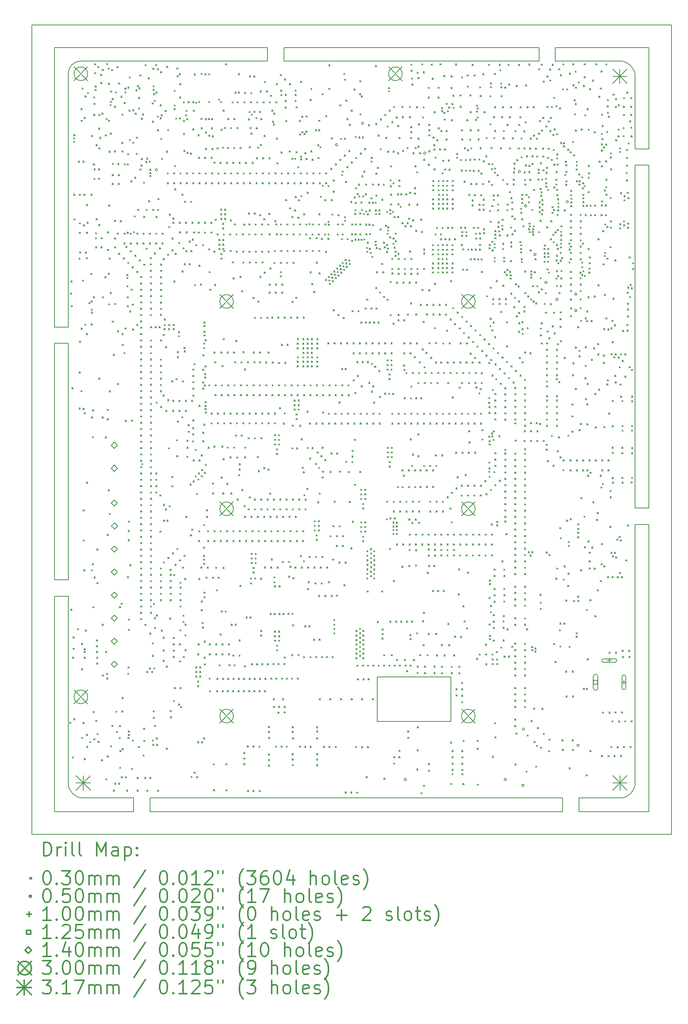
<source format=gbr>
%FSLAX45Y45*%
G04 Gerber Fmt 4.5, Leading zero omitted, Abs format (unit mm)*
G04 Created by KiCad (PCBNEW 4.0.7) date Mon Jan 13 15:14:32 2020*
%MOMM*%
%LPD*%
G01*
G04 APERTURE LIST*
%ADD10C,0.127000*%
%ADD11C,0.150000*%
%ADD12C,0.200000*%
%ADD13C,0.300000*%
G04 APERTURE END LIST*
D10*
D11*
X14805000Y-18640398D02*
X16433378Y-18640398D01*
D12*
X21295048Y-4258678D02*
X7185348Y-4258678D01*
X21295048Y-22109798D02*
X21295048Y-4258678D01*
X7185348Y-22109798D02*
X21295048Y-22109798D01*
X7185348Y-4259948D02*
X7185348Y-22109798D01*
X7186618Y-4259948D02*
X7185348Y-4259948D01*
X7684458Y-4759058D02*
X7684458Y-10923638D01*
X12380918Y-4759058D02*
X7684458Y-4759058D01*
X7684458Y-16496398D02*
X7684458Y-11284318D01*
X7684458Y-21609418D02*
X9429438Y-21609418D01*
X7684458Y-16857078D02*
X7684458Y-21609418D01*
X18890938Y-21609418D02*
X9792658Y-21609418D01*
X20795938Y-21609418D02*
X20795938Y-15274658D01*
X19254158Y-21609418D02*
X20795938Y-21609418D01*
X20795938Y-7354938D02*
X20795938Y-14913978D01*
X20795938Y-4759058D02*
X20795938Y-6994258D01*
X18735998Y-4759058D02*
X20795938Y-4759058D01*
X12744138Y-4759058D02*
X18375318Y-4759058D01*
X7986718Y-16857078D02*
X7684458Y-16857078D01*
X7979098Y-16496398D02*
X7684458Y-16496398D01*
X7984178Y-11284318D02*
X7684458Y-11284318D01*
X7984178Y-10923638D02*
X7684458Y-10923638D01*
X12744138Y-5058778D02*
X12744138Y-4759058D01*
X12380918Y-5058778D02*
X12380918Y-4759058D01*
X18375318Y-5053698D02*
X18375318Y-4759058D01*
X18735998Y-5056238D02*
X18735998Y-4759058D01*
X20496218Y-6994258D02*
X20795938Y-6994258D01*
X20496218Y-7354938D02*
X20795938Y-7354938D01*
X20496218Y-14913978D02*
X20795938Y-14913978D01*
X20496218Y-15274658D02*
X20795938Y-15274658D01*
X19254158Y-21309698D02*
X19254158Y-21609418D01*
X18890938Y-21307158D02*
X18890938Y-21609418D01*
X9792658Y-21307158D02*
X9792658Y-21609418D01*
X9429438Y-21307158D02*
X9429438Y-21609418D01*
X8319458Y-21309698D02*
X9431978Y-21309698D01*
X18893478Y-21309698D02*
X9790118Y-21309698D01*
X20163478Y-21309698D02*
X19251618Y-21309698D01*
X20496218Y-15277198D02*
X20496218Y-20974418D01*
X20496218Y-7354938D02*
X20496218Y-14913978D01*
X20496218Y-6994258D02*
X20498758Y-6994258D01*
X20496218Y-5394058D02*
X20496218Y-6994258D01*
X18735998Y-5058778D02*
X20160938Y-5058778D01*
X18375318Y-5058778D02*
X18375318Y-5056238D01*
X12744138Y-5058778D02*
X18375318Y-5058778D01*
X12383458Y-5058778D02*
X12383458Y-5056238D01*
X8266118Y-5058778D02*
X12383458Y-5058778D01*
X7984178Y-10923638D02*
X7984178Y-5335638D01*
X7984178Y-16496398D02*
X7984178Y-11284318D01*
X7984178Y-20971878D02*
X7984178Y-16851998D01*
X7984178Y-20974418D02*
G75*
G03X8319458Y-21309698I335280J0D01*
G01*
X8263578Y-5058778D02*
G75*
G03X7984178Y-5338178I0J-279400D01*
G01*
D11*
X7984178Y-5338178D02*
X7984178Y-5335638D01*
D12*
X20160938Y-21309698D02*
G75*
G03X20496218Y-20974418I0J335280D01*
G01*
X20496218Y-5394058D02*
G75*
G03X20160938Y-5058778I-335280J0D01*
G01*
D11*
X14805000Y-19622398D02*
X14805000Y-18641398D01*
X16433378Y-19622398D02*
X14805000Y-19622398D01*
X16433378Y-18640398D02*
X16433378Y-19622398D01*
D12*
X8015406Y-19637094D02*
X8045406Y-19667094D01*
X8045406Y-19637094D02*
X8015406Y-19667094D01*
X8032170Y-10168990D02*
X8062170Y-10198990D01*
X8062170Y-10168990D02*
X8032170Y-10198990D01*
X8042330Y-17141798D02*
X8072330Y-17171798D01*
X8072330Y-17141798D02*
X8042330Y-17171798D01*
X8044362Y-9901274D02*
X8074362Y-9931274D01*
X8074362Y-9901274D02*
X8044362Y-9931274D01*
X8051474Y-10447882D02*
X8081474Y-10477882D01*
X8081474Y-10447882D02*
X8051474Y-10477882D01*
X8068238Y-12254838D02*
X8098238Y-12284838D01*
X8098238Y-12254838D02*
X8068238Y-12284838D01*
X8080430Y-20398078D02*
X8110430Y-20428078D01*
X8110430Y-20398078D02*
X8080430Y-20428078D01*
X8084494Y-18200470D02*
X8114494Y-18230470D01*
X8114494Y-18200470D02*
X8084494Y-18230470D01*
X8089574Y-17750890D02*
X8119574Y-17780890D01*
X8119574Y-17750890D02*
X8089574Y-17780890D01*
X8091098Y-18002858D02*
X8121098Y-18032858D01*
X8121098Y-18002858D02*
X8091098Y-18032858D01*
X8105380Y-19555954D02*
X8135380Y-19585954D01*
X8135380Y-19555954D02*
X8105380Y-19585954D01*
X8106338Y-6748118D02*
X8136338Y-6778118D01*
X8136338Y-6748118D02*
X8106338Y-6778118D01*
X8106338Y-6823810D02*
X8136338Y-6853810D01*
X8136338Y-6823810D02*
X8106338Y-6853810D01*
X8106396Y-7991334D02*
X8136396Y-8021334D01*
X8136396Y-7991334D02*
X8106396Y-8021334D01*
X8107862Y-6676490D02*
X8137862Y-6706490D01*
X8137862Y-6676490D02*
X8107862Y-6706490D01*
X8108682Y-8536164D02*
X8138682Y-8566164D01*
X8138682Y-8536164D02*
X8108682Y-8566164D01*
X8189650Y-17570550D02*
X8219650Y-17600550D01*
X8219650Y-17570550D02*
X8189650Y-17600550D01*
X8207566Y-7260724D02*
X8237566Y-7290724D01*
X8237566Y-7260724D02*
X8207566Y-7290724D01*
X8223686Y-12704418D02*
X8253686Y-12734418D01*
X8253686Y-12704418D02*
X8223686Y-12734418D01*
X8223998Y-9399256D02*
X8253998Y-9429256D01*
X8253998Y-9399256D02*
X8223998Y-9429256D01*
X8225268Y-8831820D02*
X8255268Y-8861820D01*
X8255268Y-8831820D02*
X8225268Y-8861820D01*
X8225854Y-7992244D02*
X8255854Y-8022244D01*
X8255854Y-7992244D02*
X8225854Y-8022244D01*
X8228258Y-11908890D02*
X8258258Y-11938890D01*
X8258258Y-11908890D02*
X8228258Y-11938890D01*
X8229840Y-8621508D02*
X8259840Y-8651508D01*
X8259840Y-8621508D02*
X8229840Y-8651508D01*
X8231306Y-11230710D02*
X8261306Y-11260710D01*
X8261306Y-11230710D02*
X8231306Y-11260710D01*
X8235682Y-9264128D02*
X8265682Y-9294128D01*
X8265682Y-9264128D02*
X8235682Y-9294128D01*
X8264834Y-12318846D02*
X8294834Y-12348846D01*
X8294834Y-12318846D02*
X8264834Y-12348846D01*
X8266978Y-6101558D02*
X8296978Y-6131558D01*
X8296978Y-6101558D02*
X8266978Y-6131558D01*
X8267374Y-10943182D02*
X8297374Y-10973182D01*
X8297374Y-10943182D02*
X8267374Y-10973182D01*
X8271378Y-6360398D02*
X8301378Y-6390398D01*
X8301378Y-6360398D02*
X8271378Y-6390398D01*
X8276270Y-18455712D02*
X8306270Y-18485712D01*
X8306270Y-18455712D02*
X8276270Y-18485712D01*
X8276518Y-17894146D02*
X8306518Y-17924146D01*
X8306518Y-17894146D02*
X8276518Y-17924146D01*
X8283122Y-19967294D02*
X8313122Y-19997294D01*
X8313122Y-19967294D02*
X8283122Y-19997294D01*
X8289218Y-5648806D02*
X8319218Y-5678806D01*
X8319218Y-5648806D02*
X8289218Y-5678806D01*
X8297854Y-9880954D02*
X8327854Y-9910954D01*
X8327854Y-9880954D02*
X8297854Y-9910954D01*
X8309088Y-7259814D02*
X8339088Y-7289814D01*
X8339088Y-7259814D02*
X8309088Y-7289814D01*
X8309850Y-14955252D02*
X8339850Y-14985252D01*
X8339850Y-14955252D02*
X8309850Y-14985252D01*
X8311570Y-12712546D02*
X8341570Y-12742546D01*
X8341570Y-12712546D02*
X8311570Y-12742546D01*
X8311570Y-19641666D02*
X8341570Y-19671666D01*
X8341570Y-19641666D02*
X8311570Y-19671666D01*
X8316454Y-15612096D02*
X8346454Y-15642096D01*
X8346454Y-15612096D02*
X8316454Y-15642096D01*
X8318994Y-8667228D02*
X8348994Y-8697228D01*
X8348994Y-8667228D02*
X8318994Y-8697228D01*
X8327376Y-7991334D02*
X8357376Y-8021334D01*
X8357376Y-7991334D02*
X8327376Y-8021334D01*
X8328336Y-16267724D02*
X8358336Y-16297724D01*
X8358336Y-16267724D02*
X8328336Y-16297724D01*
X8335954Y-12811606D02*
X8365954Y-12841606D01*
X8365954Y-12811606D02*
X8335954Y-12841606D01*
X8336378Y-6294398D02*
X8366378Y-6324398D01*
X8366378Y-6294398D02*
X8336378Y-6324398D01*
X8336462Y-18013018D02*
X8366462Y-18043018D01*
X8366462Y-18013018D02*
X8336462Y-18043018D01*
X8336520Y-20435556D02*
X8366520Y-20465556D01*
X8366520Y-20435556D02*
X8336520Y-20465556D01*
X8336970Y-18073470D02*
X8366970Y-18103470D01*
X8366970Y-18073470D02*
X8336970Y-18103470D01*
X8337478Y-18199454D02*
X8367478Y-18229454D01*
X8367478Y-18199454D02*
X8337478Y-18229454D01*
X8351704Y-10854730D02*
X8381704Y-10884730D01*
X8381704Y-10854730D02*
X8351704Y-10884730D01*
X8352210Y-5820510D02*
X8382210Y-5850510D01*
X8382210Y-5820510D02*
X8352210Y-5850510D01*
X8357798Y-17600014D02*
X8387798Y-17630014D01*
X8387798Y-17600014D02*
X8357798Y-17630014D01*
X8364714Y-9269716D02*
X8394714Y-9299716D01*
X8394714Y-9269716D02*
X8364714Y-9299716D01*
X8377922Y-9392398D02*
X8407922Y-9422398D01*
X8407922Y-9392398D02*
X8377922Y-9422398D01*
X8382690Y-8220302D02*
X8412690Y-8250302D01*
X8412690Y-8220302D02*
X8382690Y-8250302D01*
X8384722Y-11063070D02*
X8414722Y-11093070D01*
X8414722Y-11063070D02*
X8384722Y-11093070D01*
X8389802Y-14341702D02*
X8419802Y-14371702D01*
X8419802Y-14341702D02*
X8389802Y-14371702D01*
X8389802Y-19902778D02*
X8419802Y-19932778D01*
X8419802Y-19902778D02*
X8389802Y-19932778D01*
X8389860Y-8829534D02*
X8419860Y-8859534D01*
X8419860Y-8829534D02*
X8389860Y-8859534D01*
X8392850Y-20165414D02*
X8422850Y-20195414D01*
X8422850Y-20165414D02*
X8392850Y-20195414D01*
X8400528Y-8605506D02*
X8430528Y-8635506D01*
X8430528Y-8605506D02*
X8400528Y-8635506D01*
X8408090Y-5750406D02*
X8438090Y-5780406D01*
X8438090Y-5750406D02*
X8408090Y-5780406D01*
X8438062Y-10382350D02*
X8468062Y-10412350D01*
X8468062Y-10382350D02*
X8438062Y-10412350D01*
X8461430Y-20058734D02*
X8491430Y-20088734D01*
X8491430Y-20058734D02*
X8461430Y-20088734D01*
X8479718Y-9737698D02*
X8509718Y-9767698D01*
X8509718Y-9737698D02*
X8479718Y-9767698D01*
X8486380Y-7990572D02*
X8516380Y-8020572D01*
X8516380Y-7990572D02*
X8486380Y-8020572D01*
X8489878Y-10850218D02*
X8519878Y-10880218D01*
X8519878Y-10850218D02*
X8489878Y-10880218D01*
X8491910Y-10342726D02*
X8521910Y-10372726D01*
X8521910Y-10342726D02*
X8491910Y-10372726D01*
X8492418Y-6692238D02*
X8522418Y-6722238D01*
X8522418Y-6692238D02*
X8492418Y-6722238D01*
X8493942Y-10588598D02*
X8523942Y-10618598D01*
X8523942Y-10588598D02*
X8493942Y-10618598D01*
X8493944Y-16275852D02*
X8523944Y-16305852D01*
X8523944Y-16275852D02*
X8493944Y-16305852D01*
X8494450Y-10526622D02*
X8524450Y-10556622D01*
X8524450Y-10526622D02*
X8494450Y-10556622D01*
X8495974Y-12902030D02*
X8525974Y-12932030D01*
X8525974Y-12902030D02*
X8495974Y-12932030D01*
X8515278Y-16140022D02*
X8545278Y-16170022D01*
X8545278Y-16140022D02*
X8515278Y-16170022D01*
X8518326Y-13335862D02*
X8548326Y-13365862D01*
X8548326Y-13335862D02*
X8518326Y-13365862D01*
X8523406Y-12748106D02*
X8553406Y-12778106D01*
X8553406Y-12748106D02*
X8523406Y-12778106D01*
X8525948Y-17088398D02*
X8555948Y-17118398D01*
X8555948Y-17088398D02*
X8525948Y-17118398D01*
X8531534Y-19398842D02*
X8561534Y-19428842D01*
X8561534Y-19398842D02*
X8531534Y-19428842D01*
X8541694Y-10248238D02*
X8571694Y-10278238D01*
X8571694Y-10248238D02*
X8541694Y-10278238D01*
X8541752Y-7319758D02*
X8571752Y-7349758D01*
X8571752Y-7319758D02*
X8541752Y-7349758D01*
X8543218Y-5841338D02*
X8573218Y-5871338D01*
X8573218Y-5841338D02*
X8543218Y-5871338D01*
X8546832Y-5986258D02*
X8576832Y-6016258D01*
X8576832Y-5986258D02*
X8546832Y-6016258D01*
X8549378Y-6230398D02*
X8579378Y-6260398D01*
X8579378Y-6230398D02*
X8549378Y-6260398D01*
X8550838Y-19998282D02*
X8580838Y-20028282D01*
X8580838Y-19998282D02*
X8550838Y-20028282D01*
X8553886Y-16429074D02*
X8583886Y-16459074D01*
X8583886Y-16429074D02*
X8553886Y-16459074D01*
X8554706Y-7639544D02*
X8584706Y-7669544D01*
X8584706Y-7639544D02*
X8554706Y-7669544D01*
X8554960Y-7431264D02*
X8584960Y-7461264D01*
X8584960Y-7431264D02*
X8554960Y-7461264D01*
X8566586Y-5113882D02*
X8596586Y-5143882D01*
X8596586Y-5113882D02*
X8566586Y-5143882D01*
X8568110Y-5311494D02*
X8598110Y-5341494D01*
X8598110Y-5311494D02*
X8568110Y-5341494D01*
X8576378Y-5681398D02*
X8606378Y-5711398D01*
X8606378Y-5681398D02*
X8576378Y-5711398D01*
X8580302Y-5601054D02*
X8610302Y-5631054D01*
X8610302Y-5601054D02*
X8580302Y-5631054D01*
X8586398Y-8950298D02*
X8616398Y-8980298D01*
X8616398Y-8950298D02*
X8586398Y-8980298D01*
X8586398Y-9148418D02*
X8616398Y-9178418D01*
X8616398Y-9148418D02*
X8586398Y-9178418D01*
X8586710Y-8839948D02*
X8616710Y-8869948D01*
X8616710Y-8839948D02*
X8586710Y-8869948D01*
X8590970Y-19591374D02*
X8620970Y-19621374D01*
X8620970Y-19591374D02*
X8590970Y-19621374D01*
X8598590Y-8532214D02*
X8628590Y-8562214D01*
X8628590Y-8532214D02*
X8598590Y-8562214D01*
X8599606Y-6895438D02*
X8629606Y-6925438D01*
X8629606Y-6895438D02*
X8599606Y-6925438D01*
X8607226Y-17820486D02*
X8637226Y-17850486D01*
X8637226Y-17820486D02*
X8607226Y-17850486D01*
X8607734Y-17947486D02*
X8637734Y-17977486D01*
X8637734Y-17947486D02*
X8607734Y-17977486D01*
X8609766Y-18074486D02*
X8639766Y-18104486D01*
X8639766Y-18074486D02*
X8609766Y-18104486D01*
X8613322Y-18199962D02*
X8643322Y-18229962D01*
X8643322Y-18199962D02*
X8613322Y-18229962D01*
X8614338Y-18327978D02*
X8644338Y-18357978D01*
X8644338Y-18327978D02*
X8614338Y-18357978D01*
X8616878Y-16554042D02*
X8646878Y-16584042D01*
X8646878Y-16554042D02*
X8616878Y-16584042D01*
X8617386Y-15813886D02*
X8647386Y-15843886D01*
X8647386Y-15813886D02*
X8617386Y-15843886D01*
X8620434Y-19882458D02*
X8650434Y-19912458D01*
X8650434Y-19882458D02*
X8620434Y-19912458D01*
X8632378Y-5175398D02*
X8662378Y-5205398D01*
X8662378Y-5175398D02*
X8632378Y-5205398D01*
X8641262Y-20054670D02*
X8671262Y-20084670D01*
X8671262Y-20054670D02*
X8641262Y-20084670D01*
X8649448Y-7430248D02*
X8679448Y-7460248D01*
X8679448Y-7430248D02*
X8649448Y-7460248D01*
X8652496Y-7639290D02*
X8682496Y-7669290D01*
X8682496Y-7639290D02*
X8652496Y-7669290D01*
X8656378Y-6531398D02*
X8686378Y-6561398D01*
X8686378Y-6531398D02*
X8656378Y-6561398D01*
X8658026Y-6230974D02*
X8688026Y-6260974D01*
X8688026Y-6230974D02*
X8658026Y-6260974D01*
X8660566Y-8659214D02*
X8690566Y-8689214D01*
X8690566Y-8659214D02*
X8660566Y-8689214D01*
X8660566Y-12046558D02*
X8690566Y-12076558D01*
X8690566Y-12046558D02*
X8660566Y-12076558D01*
X8661074Y-6968590D02*
X8691074Y-6998590D01*
X8691074Y-6968590D02*
X8661074Y-6998590D01*
X8678912Y-6734542D02*
X8708912Y-6764542D01*
X8708912Y-6734542D02*
X8678912Y-6764542D01*
X8699682Y-5347054D02*
X8729682Y-5377054D01*
X8729682Y-5347054D02*
X8699682Y-5377054D01*
X8702222Y-5526886D02*
X8732222Y-5556886D01*
X8732222Y-5526886D02*
X8702222Y-5556886D01*
X8708826Y-8949790D02*
X8738826Y-8979790D01*
X8738826Y-8949790D02*
X8708826Y-8979790D01*
X8708826Y-9147910D02*
X8738826Y-9177910D01*
X8738826Y-9147910D02*
X8708826Y-9177910D01*
X8717520Y-20462988D02*
X8747520Y-20492988D01*
X8747520Y-20462988D02*
X8717520Y-20492988D01*
X8728638Y-6203034D02*
X8758638Y-6233034D01*
X8758638Y-6203034D02*
X8728638Y-6233034D01*
X8733718Y-10255858D02*
X8763718Y-10285858D01*
X8763718Y-10255858D02*
X8733718Y-10285858D01*
X8734226Y-17470474D02*
X8764226Y-17500474D01*
X8764226Y-17470474D02*
X8734226Y-17500474D01*
X8735242Y-12897966D02*
X8765242Y-12927966D01*
X8765242Y-12897966D02*
X8735242Y-12927966D01*
X8736372Y-18593822D02*
X8766372Y-18623822D01*
X8766372Y-18593822D02*
X8736372Y-18623822D01*
X8736766Y-5238342D02*
X8766766Y-5268342D01*
X8766766Y-5238342D02*
X8736766Y-5268342D01*
X8795186Y-9811358D02*
X8825186Y-9841358D01*
X8825186Y-9811358D02*
X8795186Y-9841358D01*
X8801378Y-6680398D02*
X8831378Y-6710398D01*
X8831378Y-6680398D02*
X8801378Y-6710398D01*
X8802298Y-13339926D02*
X8832298Y-13369926D01*
X8832298Y-13339926D02*
X8802298Y-13369926D01*
X8807886Y-18074486D02*
X8837886Y-18104486D01*
X8837886Y-18074486D02*
X8807886Y-18104486D01*
X8816580Y-20879040D02*
X8846580Y-20909040D01*
X8846580Y-20879040D02*
X8816580Y-20909040D01*
X8824708Y-6318490D02*
X8854708Y-6348490D01*
X8854708Y-6318490D02*
X8824708Y-6348490D01*
X8829730Y-18558610D02*
X8859730Y-18588610D01*
X8859730Y-18558610D02*
X8829730Y-18588610D01*
X8832892Y-18657322D02*
X8862892Y-18687322D01*
X8862892Y-18657322D02*
X8832892Y-18687322D01*
X8834302Y-5107278D02*
X8864302Y-5137278D01*
X8864302Y-5107278D02*
X8834302Y-5137278D01*
X8844012Y-20378406D02*
X8874012Y-20408406D01*
X8874012Y-20378406D02*
X8844012Y-20408406D01*
X8844970Y-12735914D02*
X8874970Y-12765914D01*
X8874970Y-12735914D02*
X8844970Y-12765914D01*
X8845478Y-12941146D02*
X8875478Y-12971146D01*
X8875478Y-12941146D02*
X8845478Y-12971146D01*
X8845478Y-15491814D02*
X8875478Y-15521814D01*
X8875478Y-15491814D02*
X8845478Y-15521814D01*
X8853098Y-8819234D02*
X8883098Y-8849234D01*
X8883098Y-8819234D02*
X8853098Y-8849234D01*
X8854114Y-9208870D02*
X8884114Y-9238870D01*
X8884114Y-9208870D02*
X8854114Y-9238870D01*
X8865290Y-14509342D02*
X8895290Y-14539342D01*
X8895290Y-14509342D02*
X8865290Y-14539342D01*
X8866712Y-9733354D02*
X8896712Y-9763354D01*
X8896712Y-9733354D02*
X8866712Y-9763354D01*
X8868338Y-5209894D02*
X8898338Y-5239894D01*
X8898338Y-5209894D02*
X8868338Y-5239894D01*
X8869862Y-5542634D02*
X8899862Y-5572634D01*
X8899862Y-5542634D02*
X8869862Y-5572634D01*
X8871386Y-6360514D02*
X8901386Y-6390514D01*
X8901386Y-6360514D02*
X8871386Y-6390514D01*
X8874182Y-10405404D02*
X8904182Y-10435404D01*
X8904182Y-10405404D02*
X8874182Y-10435404D01*
X8877990Y-8224874D02*
X8907990Y-8254874D01*
X8907990Y-8224874D02*
X8877990Y-8254874D01*
X8883070Y-7039710D02*
X8913070Y-7069710D01*
X8913070Y-7039710D02*
X8883070Y-7069710D01*
X8888048Y-9397566D02*
X8918048Y-9427566D01*
X8918048Y-9397566D02*
X8888048Y-9427566D01*
X8892722Y-15028518D02*
X8922722Y-15058518D01*
X8922722Y-15028518D02*
X8892722Y-15058518D01*
X8893738Y-12322402D02*
X8923738Y-12352402D01*
X8923738Y-12322402D02*
X8893738Y-12352402D01*
X8907202Y-10155976D02*
X8937202Y-10185976D01*
X8937202Y-10155976D02*
X8907202Y-10185976D01*
X8910502Y-6012534D02*
X8940502Y-6042534D01*
X8940502Y-6012534D02*
X8910502Y-6042534D01*
X8912338Y-5944348D02*
X8942338Y-5974348D01*
X8942338Y-5944348D02*
X8912338Y-5974348D01*
X8915074Y-6641946D02*
X8945074Y-6671946D01*
X8945074Y-6641946D02*
X8915074Y-6671946D01*
X8918122Y-20150174D02*
X8948122Y-20180174D01*
X8948122Y-20150174D02*
X8918122Y-20180174D01*
X8923202Y-5714338D02*
X8953202Y-5744338D01*
X8953202Y-5714338D02*
X8923202Y-5744338D01*
X8936918Y-5241898D02*
X8966918Y-5271898D01*
X8966918Y-5241898D02*
X8936918Y-5271898D01*
X8945046Y-19701610D02*
X8975046Y-19731610D01*
X8975046Y-19701610D02*
X8945046Y-19731610D01*
X8952226Y-7754190D02*
X8982226Y-7784190D01*
X8982226Y-7754190D02*
X8952226Y-7784190D01*
X8953226Y-7557190D02*
X8983226Y-7587190D01*
X8983226Y-7557190D02*
X8953226Y-7587190D01*
X8953682Y-10788242D02*
X8983682Y-10818242D01*
X8983682Y-10788242D02*
X8953682Y-10818242D01*
X8954698Y-5883502D02*
X8984698Y-5913502D01*
X8984698Y-5883502D02*
X8954698Y-5913502D01*
X8960852Y-7309090D02*
X8990852Y-7339090D01*
X8990852Y-7309090D02*
X8960852Y-7339090D01*
X8976542Y-11520270D02*
X9006542Y-11550270D01*
X9006542Y-11520270D02*
X8976542Y-11550270D01*
X8981172Y-21132024D02*
X9011172Y-21162024D01*
X9011172Y-21132024D02*
X8981172Y-21162024D01*
X9001942Y-7034122D02*
X9031942Y-7064122D01*
X9031942Y-7034122D02*
X9001942Y-7064122D01*
X9004482Y-6049110D02*
X9034482Y-6079110D01*
X9034482Y-6049110D02*
X9004482Y-6079110D01*
X9005498Y-8565234D02*
X9035498Y-8595234D01*
X9035498Y-8565234D02*
X9005498Y-8595234D01*
X9006006Y-8953600D02*
X9036006Y-8983600D01*
X9036006Y-8953600D02*
X9006006Y-8983600D01*
X9006006Y-9152990D02*
X9036006Y-9182990D01*
X9036006Y-9152990D02*
X9006006Y-9182990D01*
X9009054Y-10399114D02*
X9039054Y-10429114D01*
X9039054Y-10399114D02*
X9009054Y-10429114D01*
X9011102Y-20976274D02*
X9041102Y-21006274D01*
X9041102Y-20976274D02*
X9011102Y-21006274D01*
X9026834Y-5732118D02*
X9056834Y-5762118D01*
X9056834Y-5732118D02*
X9026834Y-5762118D01*
X9034962Y-19389190D02*
X9064962Y-19419190D01*
X9064962Y-19389190D02*
X9034962Y-19419190D01*
X9047662Y-19837246D02*
X9077662Y-19867246D01*
X9077662Y-19837246D02*
X9047662Y-19867246D01*
X9056298Y-5175858D02*
X9086298Y-5205858D01*
X9086298Y-5175858D02*
X9056298Y-5205858D01*
X9064934Y-8849460D02*
X9094934Y-8879460D01*
X9094934Y-8849460D02*
X9064934Y-8879460D01*
X9068746Y-11005606D02*
X9098746Y-11035606D01*
X9098746Y-11005606D02*
X9068746Y-11035606D01*
X9070014Y-12163398D02*
X9100014Y-12193398D01*
X9100014Y-12163398D02*
X9070014Y-12193398D01*
X9079724Y-7312138D02*
X9109724Y-7342138D01*
X9109724Y-7312138D02*
X9079724Y-7342138D01*
X9091858Y-5539078D02*
X9121858Y-5569078D01*
X9121858Y-5539078D02*
X9091858Y-5569078D01*
X9091926Y-7754190D02*
X9121926Y-7784190D01*
X9121926Y-7754190D02*
X9091926Y-7784190D01*
X9092926Y-7557190D02*
X9122926Y-7587190D01*
X9122926Y-7557190D02*
X9092926Y-7587190D01*
X9095280Y-20976790D02*
X9125280Y-21006790D01*
X9125280Y-20976790D02*
X9095280Y-21006790D01*
X9099884Y-9293934D02*
X9129884Y-9323934D01*
X9129884Y-9293934D02*
X9099884Y-9323934D01*
X9108114Y-19972882D02*
X9138114Y-20002882D01*
X9138114Y-19972882D02*
X9108114Y-20002882D01*
X9114210Y-19709230D02*
X9144210Y-19739230D01*
X9144210Y-19709230D02*
X9114210Y-19739230D01*
X9116752Y-17081032D02*
X9146752Y-17111032D01*
X9146752Y-17081032D02*
X9116752Y-17111032D01*
X9119856Y-20624532D02*
X9149856Y-20654532D01*
X9149856Y-20624532D02*
X9119856Y-20654532D01*
X9125386Y-20256854D02*
X9155386Y-20286854D01*
X9155386Y-20256854D02*
X9125386Y-20286854D01*
X9131990Y-8572854D02*
X9161990Y-8602854D01*
X9161990Y-8572854D02*
X9131990Y-8602854D01*
X9144182Y-5832702D02*
X9174182Y-5862702D01*
X9174182Y-5832702D02*
X9144182Y-5862702D01*
X9151802Y-17012258D02*
X9181802Y-17042258D01*
X9181802Y-17012258D02*
X9151802Y-17042258D01*
X9154908Y-20833320D02*
X9184908Y-20863320D01*
X9184908Y-20833320D02*
X9154908Y-20863320D01*
X9162978Y-6844638D02*
X9192978Y-6874638D01*
X9192978Y-6844638D02*
X9162978Y-6874638D01*
X9165518Y-7037170D02*
X9195518Y-7067170D01*
X9195518Y-7037170D02*
X9165518Y-7067170D01*
X9166534Y-19387666D02*
X9196534Y-19417666D01*
X9196534Y-19387666D02*
X9166534Y-19417666D01*
X9170090Y-11063578D02*
X9200090Y-11093578D01*
X9200090Y-11063578D02*
X9170090Y-11093578D01*
X9173138Y-6222338D02*
X9203138Y-6252338D01*
X9203138Y-6222338D02*
X9173138Y-6252338D01*
X9173138Y-19090994D02*
X9203138Y-19120994D01*
X9203138Y-19090994D02*
X9173138Y-19120994D01*
X9175678Y-11305386D02*
X9205678Y-11335386D01*
X9205678Y-11305386D02*
X9175678Y-11335386D01*
X9177202Y-20217230D02*
X9207202Y-20247230D01*
X9207202Y-20217230D02*
X9177202Y-20247230D01*
X9198944Y-9392994D02*
X9228944Y-9422994D01*
X9228944Y-9392994D02*
X9198944Y-9422994D01*
X9215556Y-9065360D02*
X9245556Y-9095360D01*
X9245556Y-9065360D02*
X9215556Y-9095360D01*
X9215558Y-11482110D02*
X9245558Y-11512110D01*
X9245558Y-11482110D02*
X9215558Y-11512110D01*
X9216318Y-5966306D02*
X9246318Y-5996306D01*
X9246318Y-5966306D02*
X9216318Y-5996306D01*
X9216826Y-8848190D02*
X9246826Y-8878190D01*
X9246826Y-8848190D02*
X9216826Y-8878190D01*
X9221398Y-7314538D02*
X9251398Y-7344538D01*
X9251398Y-7314538D02*
X9221398Y-7344538D01*
X9234098Y-5650838D02*
X9264098Y-5680838D01*
X9264098Y-5650838D02*
X9234098Y-5680838D01*
X9234862Y-10941344D02*
X9264862Y-10971344D01*
X9264862Y-10941344D02*
X9234862Y-10971344D01*
X9238670Y-5732626D02*
X9268670Y-5762626D01*
X9268670Y-5732626D02*
X9238670Y-5762626D01*
X9243752Y-12974360D02*
X9273752Y-13004360D01*
X9273752Y-12974360D02*
X9243752Y-13004360D01*
X9244258Y-20836482D02*
X9274258Y-20866482D01*
X9274258Y-20836482D02*
X9244258Y-20866482D01*
X9254824Y-9138994D02*
X9284824Y-9168994D01*
X9284824Y-9138994D02*
X9254824Y-9168994D01*
X9271690Y-21131376D02*
X9301690Y-21161376D01*
X9301690Y-21131376D02*
X9271690Y-21161376D01*
X9279310Y-9759034D02*
X9309310Y-9789034D01*
X9309310Y-9759034D02*
X9279310Y-9789034D01*
X9279566Y-10007640D02*
X9309566Y-10037640D01*
X9309566Y-10007640D02*
X9279566Y-10037640D01*
X9281850Y-9823042D02*
X9311850Y-9853042D01*
X9311850Y-9823042D02*
X9281850Y-9853042D01*
X9283374Y-10255350D02*
X9313374Y-10285350D01*
X9313374Y-10255350D02*
X9283374Y-10285350D01*
X9285406Y-7323174D02*
X9315406Y-7353174D01*
X9315406Y-7323174D02*
X9285406Y-7353174D01*
X9285406Y-10447882D02*
X9315406Y-10477882D01*
X9315406Y-10447882D02*
X9285406Y-10477882D01*
X9286930Y-8829394D02*
X9316930Y-8859394D01*
X9316930Y-8829394D02*
X9286930Y-8859394D01*
X9289274Y-16420324D02*
X9319274Y-16450324D01*
X9319274Y-16420324D02*
X9289274Y-16450324D01*
X9292378Y-7095398D02*
X9322378Y-7125398D01*
X9322378Y-7095398D02*
X9292378Y-7125398D01*
X9296582Y-5625946D02*
X9326582Y-5655946D01*
X9326582Y-5625946D02*
X9296582Y-5655946D01*
X9297712Y-18551912D02*
X9327712Y-18581912D01*
X9327712Y-18551912D02*
X9297712Y-18581912D01*
X9298004Y-9492054D02*
X9328004Y-9522054D01*
X9328004Y-9492054D02*
X9298004Y-9522054D01*
X9303808Y-18415514D02*
X9333808Y-18445514D01*
X9333808Y-18415514D02*
X9303808Y-18445514D01*
X9304084Y-19967584D02*
X9334084Y-19997584D01*
X9334084Y-19967584D02*
X9304084Y-19997584D01*
X9305784Y-15405848D02*
X9335784Y-15435848D01*
X9335784Y-15405848D02*
X9305784Y-15435848D01*
X9307250Y-15611194D02*
X9337250Y-15641194D01*
X9337250Y-15611194D02*
X9307250Y-15641194D01*
X9309164Y-19825344D02*
X9339164Y-19855344D01*
X9339164Y-19825344D02*
X9309164Y-19855344D01*
X9310298Y-19901762D02*
X9340298Y-19931762D01*
X9340298Y-19901762D02*
X9310298Y-19931762D01*
X9310304Y-17585762D02*
X9340304Y-17615762D01*
X9340304Y-17585762D02*
X9310304Y-17615762D01*
X9311880Y-15197060D02*
X9341880Y-15227060D01*
X9341880Y-15197060D02*
X9311880Y-15227060D01*
X9316654Y-17357924D02*
X9346654Y-17387924D01*
X9346654Y-17357924D02*
X9316654Y-17387924D01*
X9325538Y-6134962D02*
X9355538Y-6164962D01*
X9355538Y-6134962D02*
X9325538Y-6164962D01*
X9331126Y-5403442D02*
X9361126Y-5433442D01*
X9361126Y-5403442D02*
X9331126Y-5433442D01*
X9332142Y-6782154D02*
X9362142Y-6812154D01*
X9362142Y-6782154D02*
X9332142Y-6812154D01*
X9339254Y-10564214D02*
X9369254Y-10594214D01*
X9369254Y-10564214D02*
X9339254Y-10594214D01*
X9343826Y-16158310D02*
X9373826Y-16188310D01*
X9373826Y-16158310D02*
X9343826Y-16188310D01*
X9353884Y-9238054D02*
X9383884Y-9268054D01*
X9383884Y-9238054D02*
X9353884Y-9268054D01*
X9355256Y-9065360D02*
X9385256Y-9095360D01*
X9385256Y-9065360D02*
X9355256Y-9095360D01*
X9356526Y-8848190D02*
X9386526Y-8878190D01*
X9386526Y-8848190D02*
X9356526Y-8878190D01*
X9366686Y-7694522D02*
X9396686Y-7724522D01*
X9396686Y-7694522D02*
X9366686Y-7724522D01*
X9371006Y-10086888D02*
X9401006Y-10116888D01*
X9401006Y-10086888D02*
X9371006Y-10116888D01*
X9380912Y-12973090D02*
X9410912Y-13003090D01*
X9410912Y-12973090D02*
X9380912Y-13003090D01*
X9382316Y-20651606D02*
X9412316Y-20681606D01*
X9412316Y-20651606D02*
X9382316Y-20681606D01*
X9393866Y-10414548D02*
X9423866Y-10444548D01*
X9423866Y-10414548D02*
X9393866Y-10444548D01*
X9397064Y-9591114D02*
X9427064Y-9621114D01*
X9427064Y-9591114D02*
X9397064Y-9621114D01*
X9401738Y-20025714D02*
X9431738Y-20055714D01*
X9431738Y-20025714D02*
X9401738Y-20055714D01*
X9401994Y-10959124D02*
X9431994Y-10989124D01*
X9431994Y-10959124D02*
X9401994Y-10989124D01*
X9408850Y-6843114D02*
X9438850Y-6873114D01*
X9438850Y-6843114D02*
X9408850Y-6873114D01*
X9409924Y-6126974D02*
X9439924Y-6156974D01*
X9439924Y-6126974D02*
X9409924Y-6156974D01*
X9426122Y-8814662D02*
X9456122Y-8844662D01*
X9456122Y-8814662D02*
X9426122Y-8844662D01*
X9442378Y-8467698D02*
X9472378Y-8497698D01*
X9472378Y-8467698D02*
X9442378Y-8497698D01*
X9449490Y-7617814D02*
X9479490Y-7647814D01*
X9479490Y-7617814D02*
X9449490Y-7647814D01*
X9452944Y-9337114D02*
X9482944Y-9367114D01*
X9482944Y-9337114D02*
X9452944Y-9367114D01*
X9463714Y-6204050D02*
X9493714Y-6234050D01*
X9493714Y-6204050D02*
X9463714Y-6234050D01*
X9477938Y-5685890D02*
X9507938Y-5715890D01*
X9507938Y-5685890D02*
X9477938Y-5715890D01*
X9485378Y-7086398D02*
X9515378Y-7116398D01*
X9515378Y-7086398D02*
X9485378Y-7116398D01*
X9488606Y-6732370D02*
X9518606Y-6762370D01*
X9518606Y-6732370D02*
X9488606Y-6762370D01*
X9494956Y-9065360D02*
X9524956Y-9095360D01*
X9524956Y-9065360D02*
X9494956Y-9095360D01*
X9496124Y-9690174D02*
X9526124Y-9720174D01*
X9526124Y-9690174D02*
X9496124Y-9720174D01*
X9496226Y-8848190D02*
X9526226Y-8878190D01*
X9526226Y-8848190D02*
X9496226Y-8878190D01*
X9498766Y-10864950D02*
X9528766Y-10894950D01*
X9528766Y-10864950D02*
X9498766Y-10894950D01*
X9505174Y-20849322D02*
X9535174Y-20879322D01*
X9535174Y-20849322D02*
X9505174Y-20879322D01*
X9507910Y-21131376D02*
X9537910Y-21161376D01*
X9537910Y-21131376D02*
X9507910Y-21161376D01*
X9509942Y-5591402D02*
X9539942Y-5621402D01*
X9539942Y-5591402D02*
X9509942Y-5621402D01*
X9512990Y-8325458D02*
X9542990Y-8355458D01*
X9542990Y-8325458D02*
X9512990Y-8355458D01*
X9531082Y-20167840D02*
X9561082Y-20197840D01*
X9561082Y-20167840D02*
X9531082Y-20197840D01*
X9535342Y-6087210D02*
X9565342Y-6117210D01*
X9565342Y-6087210D02*
X9535342Y-6117210D01*
X9539914Y-5854546D02*
X9569914Y-5884546D01*
X9569914Y-5854546D02*
X9539914Y-5884546D01*
X9542454Y-5644742D02*
X9572454Y-5674742D01*
X9572454Y-5644742D02*
X9542454Y-5674742D01*
X9552004Y-9436174D02*
X9582004Y-9466174D01*
X9582004Y-9436174D02*
X9552004Y-9466174D01*
X9563848Y-5361672D02*
X9593848Y-5391672D01*
X9593848Y-5361672D02*
X9563848Y-5391672D01*
X9564298Y-7436458D02*
X9594298Y-7466458D01*
X9594298Y-7436458D02*
X9564298Y-7466458D01*
X9579794Y-9805964D02*
X9609794Y-9835964D01*
X9609794Y-9805964D02*
X9579794Y-9835964D01*
X9579794Y-9945664D02*
X9609794Y-9975664D01*
X9609794Y-9945664D02*
X9579794Y-9975664D01*
X9579794Y-10085364D02*
X9609794Y-10115364D01*
X9609794Y-10085364D02*
X9579794Y-10115364D01*
X9579794Y-10225064D02*
X9609794Y-10255064D01*
X9609794Y-10225064D02*
X9579794Y-10255064D01*
X9579794Y-10364764D02*
X9609794Y-10394764D01*
X9609794Y-10364764D02*
X9579794Y-10394764D01*
X9579794Y-10504464D02*
X9609794Y-10534464D01*
X9609794Y-10504464D02*
X9579794Y-10534464D01*
X9579794Y-10644164D02*
X9609794Y-10674164D01*
X9609794Y-10644164D02*
X9579794Y-10674164D01*
X9579794Y-10783864D02*
X9609794Y-10813864D01*
X9609794Y-10783864D02*
X9579794Y-10813864D01*
X9579794Y-10923564D02*
X9609794Y-10953564D01*
X9609794Y-10923564D02*
X9579794Y-10953564D01*
X9579794Y-11063264D02*
X9609794Y-11093264D01*
X9609794Y-11063264D02*
X9579794Y-11093264D01*
X9579794Y-11202964D02*
X9609794Y-11232964D01*
X9609794Y-11202964D02*
X9579794Y-11232964D01*
X9579794Y-11342664D02*
X9609794Y-11372664D01*
X9609794Y-11342664D02*
X9579794Y-11372664D01*
X9579794Y-11482364D02*
X9609794Y-11512364D01*
X9609794Y-11482364D02*
X9579794Y-11512364D01*
X9579794Y-11622064D02*
X9609794Y-11652064D01*
X9609794Y-11622064D02*
X9579794Y-11652064D01*
X9579794Y-11761764D02*
X9609794Y-11791764D01*
X9609794Y-11761764D02*
X9579794Y-11791764D01*
X9579794Y-11901464D02*
X9609794Y-11931464D01*
X9609794Y-11901464D02*
X9579794Y-11931464D01*
X9579794Y-12041164D02*
X9609794Y-12071164D01*
X9609794Y-12041164D02*
X9579794Y-12071164D01*
X9579794Y-12180864D02*
X9609794Y-12210864D01*
X9609794Y-12180864D02*
X9579794Y-12210864D01*
X9579794Y-12320564D02*
X9609794Y-12350564D01*
X9609794Y-12320564D02*
X9579794Y-12350564D01*
X9579794Y-12460264D02*
X9609794Y-12490264D01*
X9609794Y-12460264D02*
X9579794Y-12490264D01*
X9579794Y-12599964D02*
X9609794Y-12629964D01*
X9609794Y-12599964D02*
X9579794Y-12629964D01*
X9579794Y-12739664D02*
X9609794Y-12769664D01*
X9609794Y-12739664D02*
X9579794Y-12769664D01*
X9579794Y-12879364D02*
X9609794Y-12909364D01*
X9609794Y-12879364D02*
X9579794Y-12909364D01*
X9579794Y-13019064D02*
X9609794Y-13049064D01*
X9609794Y-13019064D02*
X9579794Y-13049064D01*
X9579794Y-13158764D02*
X9609794Y-13188764D01*
X9609794Y-13158764D02*
X9579794Y-13188764D01*
X9579794Y-13298464D02*
X9609794Y-13328464D01*
X9609794Y-13298464D02*
X9579794Y-13328464D01*
X9579794Y-13438164D02*
X9609794Y-13468164D01*
X9609794Y-13438164D02*
X9579794Y-13468164D01*
X9579794Y-13577864D02*
X9609794Y-13607864D01*
X9609794Y-13577864D02*
X9579794Y-13607864D01*
X9579794Y-13717564D02*
X9609794Y-13747564D01*
X9609794Y-13717564D02*
X9579794Y-13747564D01*
X9579794Y-13857264D02*
X9609794Y-13887264D01*
X9609794Y-13857264D02*
X9579794Y-13887264D01*
X9579794Y-13996964D02*
X9609794Y-14026964D01*
X9609794Y-13996964D02*
X9579794Y-14026964D01*
X9579794Y-14136664D02*
X9609794Y-14166664D01*
X9609794Y-14136664D02*
X9579794Y-14166664D01*
X9579794Y-14276364D02*
X9609794Y-14306364D01*
X9609794Y-14276364D02*
X9579794Y-14306364D01*
X9579794Y-14416064D02*
X9609794Y-14446064D01*
X9609794Y-14416064D02*
X9579794Y-14446064D01*
X9579794Y-14555764D02*
X9609794Y-14585764D01*
X9609794Y-14555764D02*
X9579794Y-14585764D01*
X9579794Y-14695464D02*
X9609794Y-14725464D01*
X9609794Y-14695464D02*
X9579794Y-14725464D01*
X9579794Y-14835164D02*
X9609794Y-14865164D01*
X9609794Y-14835164D02*
X9579794Y-14865164D01*
X9579794Y-14974864D02*
X9609794Y-15004864D01*
X9609794Y-14974864D02*
X9579794Y-15004864D01*
X9579794Y-15114564D02*
X9609794Y-15144564D01*
X9609794Y-15114564D02*
X9579794Y-15144564D01*
X9579794Y-15254264D02*
X9609794Y-15284264D01*
X9609794Y-15254264D02*
X9579794Y-15284264D01*
X9579794Y-15393964D02*
X9609794Y-15423964D01*
X9609794Y-15393964D02*
X9579794Y-15423964D01*
X9579794Y-15533664D02*
X9609794Y-15563664D01*
X9609794Y-15533664D02*
X9579794Y-15563664D01*
X9579794Y-15673364D02*
X9609794Y-15703364D01*
X9609794Y-15673364D02*
X9579794Y-15703364D01*
X9579794Y-15813064D02*
X9609794Y-15843064D01*
X9609794Y-15813064D02*
X9579794Y-15843064D01*
X9579794Y-15952764D02*
X9609794Y-15982764D01*
X9609794Y-15952764D02*
X9579794Y-15982764D01*
X9579794Y-16092464D02*
X9609794Y-16122464D01*
X9609794Y-16092464D02*
X9579794Y-16122464D01*
X9579794Y-16232164D02*
X9609794Y-16262164D01*
X9609794Y-16232164D02*
X9579794Y-16262164D01*
X9579794Y-16371864D02*
X9609794Y-16401864D01*
X9609794Y-16371864D02*
X9579794Y-16401864D01*
X9579794Y-16511564D02*
X9609794Y-16541564D01*
X9609794Y-16511564D02*
X9579794Y-16541564D01*
X9579794Y-16651264D02*
X9609794Y-16681264D01*
X9609794Y-16651264D02*
X9579794Y-16681264D01*
X9579794Y-16790964D02*
X9609794Y-16820964D01*
X9609794Y-16790964D02*
X9579794Y-16820964D01*
X9579794Y-16930664D02*
X9609794Y-16960664D01*
X9609794Y-16930664D02*
X9579794Y-16960664D01*
X9579794Y-17070364D02*
X9609794Y-17100364D01*
X9609794Y-17070364D02*
X9579794Y-17100364D01*
X9579794Y-17210064D02*
X9609794Y-17240064D01*
X9609794Y-17210064D02*
X9579794Y-17240064D01*
X9579794Y-17349764D02*
X9609794Y-17379764D01*
X9609794Y-17349764D02*
X9579794Y-17379764D01*
X9592238Y-7346542D02*
X9622238Y-7376542D01*
X9622238Y-7346542D02*
X9592238Y-7376542D01*
X9600378Y-7201398D02*
X9630378Y-7231398D01*
X9630378Y-7201398D02*
X9600378Y-7231398D01*
X9600874Y-6311238D02*
X9630874Y-6341238D01*
X9630874Y-6311238D02*
X9600874Y-6341238D01*
X9604938Y-13927682D02*
X9634938Y-13957682D01*
X9634938Y-13927682D02*
X9604938Y-13957682D01*
X9620178Y-6218274D02*
X9650178Y-6248274D01*
X9650178Y-6218274D02*
X9620178Y-6248274D01*
X9634656Y-9065360D02*
X9664656Y-9095360D01*
X9664656Y-9065360D02*
X9634656Y-9095360D01*
X9635926Y-8848190D02*
X9665926Y-8878190D01*
X9665926Y-8848190D02*
X9635926Y-8878190D01*
X9637586Y-20353156D02*
X9667586Y-20383156D01*
X9667586Y-20353156D02*
X9637586Y-20383156D01*
X9643546Y-19765618D02*
X9673546Y-19795618D01*
X9673546Y-19765618D02*
X9643546Y-19795618D01*
X9647102Y-7721446D02*
X9677102Y-7751446D01*
X9677102Y-7721446D02*
X9647102Y-7751446D01*
X9647610Y-8481414D02*
X9677610Y-8511414D01*
X9677610Y-8481414D02*
X9647610Y-8511414D01*
X9651064Y-9535234D02*
X9681064Y-9565234D01*
X9681064Y-9535234D02*
X9651064Y-9565234D01*
X9651166Y-20034350D02*
X9681166Y-20064350D01*
X9681166Y-20034350D02*
X9651166Y-20064350D01*
X9671876Y-20849726D02*
X9701876Y-20879726D01*
X9701876Y-20849726D02*
X9671876Y-20879726D01*
X9674794Y-17474764D02*
X9704794Y-17504764D01*
X9704794Y-17474764D02*
X9674794Y-17504764D01*
X9681138Y-5130138D02*
X9711138Y-5160138D01*
X9711138Y-5130138D02*
X9681138Y-5160138D01*
X9700324Y-7270884D02*
X9730324Y-7300884D01*
X9730324Y-7270884D02*
X9700324Y-7300884D01*
X9704506Y-8322918D02*
X9734506Y-8352918D01*
X9734506Y-8322918D02*
X9704506Y-8352918D01*
X9706030Y-9179914D02*
X9736030Y-9209914D01*
X9736030Y-9179914D02*
X9706030Y-9209914D01*
X9712634Y-7192110D02*
X9742634Y-7222110D01*
X9742634Y-7192110D02*
X9712634Y-7222110D01*
X9717574Y-18513812D02*
X9747574Y-18543812D01*
X9747574Y-18513812D02*
X9717574Y-18543812D01*
X9719238Y-21132138D02*
X9749238Y-21162138D01*
X9749238Y-21132138D02*
X9719238Y-21162138D01*
X9750734Y-5423254D02*
X9780734Y-5453254D01*
X9780734Y-5423254D02*
X9750734Y-5453254D01*
X9759878Y-8133434D02*
X9789878Y-8163434D01*
X9789878Y-8133434D02*
X9759878Y-8163434D01*
X9771562Y-7256626D02*
X9801562Y-7286626D01*
X9801562Y-7256626D02*
X9771562Y-7286626D01*
X9772890Y-18436068D02*
X9802890Y-18466068D01*
X9802890Y-18436068D02*
X9772890Y-18466068D01*
X9774356Y-9065360D02*
X9804356Y-9095360D01*
X9804356Y-9065360D02*
X9774356Y-9095360D01*
X9775626Y-8848190D02*
X9805626Y-8878190D01*
X9805626Y-8848190D02*
X9775626Y-8878190D01*
X9784262Y-7517230D02*
X9814262Y-7547230D01*
X9814262Y-7517230D02*
X9784262Y-7547230D01*
X9785024Y-20849944D02*
X9815024Y-20879944D01*
X9815024Y-20849944D02*
X9785024Y-20879944D01*
X9785278Y-7439506D02*
X9815278Y-7469506D01*
X9815278Y-7439506D02*
X9785278Y-7469506D01*
X9785278Y-7578698D02*
X9815278Y-7608698D01*
X9815278Y-7578698D02*
X9785278Y-7608698D01*
X9787310Y-17666562D02*
X9817310Y-17696562D01*
X9817310Y-17666562D02*
X9787310Y-17696562D01*
X9792898Y-9389718D02*
X9822898Y-9419718D01*
X9822898Y-9389718D02*
X9792898Y-9419718D01*
X9795440Y-9525802D02*
X9825440Y-9555802D01*
X9825440Y-9525802D02*
X9795440Y-9555802D01*
X9795440Y-9665502D02*
X9825440Y-9695502D01*
X9825440Y-9665502D02*
X9795440Y-9695502D01*
X9796964Y-9807234D02*
X9826964Y-9837234D01*
X9826964Y-9807234D02*
X9796964Y-9837234D01*
X9796964Y-9946934D02*
X9826964Y-9976934D01*
X9826964Y-9946934D02*
X9796964Y-9976934D01*
X9796964Y-10226334D02*
X9826964Y-10256334D01*
X9826964Y-10226334D02*
X9796964Y-10256334D01*
X9796964Y-10366034D02*
X9826964Y-10396034D01*
X9826964Y-10366034D02*
X9796964Y-10396034D01*
X9796964Y-10505734D02*
X9826964Y-10535734D01*
X9826964Y-10505734D02*
X9796964Y-10535734D01*
X9796964Y-10645434D02*
X9826964Y-10675434D01*
X9826964Y-10645434D02*
X9796964Y-10675434D01*
X9796964Y-11204234D02*
X9826964Y-11234234D01*
X9826964Y-11204234D02*
X9796964Y-11234234D01*
X9796964Y-11343934D02*
X9826964Y-11373934D01*
X9826964Y-11343934D02*
X9796964Y-11373934D01*
X9796964Y-11483634D02*
X9826964Y-11513634D01*
X9826964Y-11483634D02*
X9796964Y-11513634D01*
X9796964Y-11623334D02*
X9826964Y-11653334D01*
X9826964Y-11623334D02*
X9796964Y-11653334D01*
X9796964Y-11763034D02*
X9826964Y-11793034D01*
X9826964Y-11763034D02*
X9796964Y-11793034D01*
X9796964Y-11902734D02*
X9826964Y-11932734D01*
X9826964Y-11902734D02*
X9796964Y-11932734D01*
X9796964Y-12042434D02*
X9826964Y-12072434D01*
X9826964Y-12042434D02*
X9796964Y-12072434D01*
X9796964Y-12182134D02*
X9826964Y-12212134D01*
X9826964Y-12182134D02*
X9796964Y-12212134D01*
X9796964Y-12321834D02*
X9826964Y-12351834D01*
X9826964Y-12321834D02*
X9796964Y-12351834D01*
X9796964Y-12461534D02*
X9826964Y-12491534D01*
X9826964Y-12461534D02*
X9796964Y-12491534D01*
X9796964Y-12601234D02*
X9826964Y-12631234D01*
X9826964Y-12601234D02*
X9796964Y-12631234D01*
X9796964Y-12740934D02*
X9826964Y-12770934D01*
X9826964Y-12740934D02*
X9796964Y-12770934D01*
X9796964Y-12880634D02*
X9826964Y-12910634D01*
X9826964Y-12880634D02*
X9796964Y-12910634D01*
X9796964Y-13020334D02*
X9826964Y-13050334D01*
X9826964Y-13020334D02*
X9796964Y-13050334D01*
X9796964Y-13160034D02*
X9826964Y-13190034D01*
X9826964Y-13160034D02*
X9796964Y-13190034D01*
X9796964Y-13299734D02*
X9826964Y-13329734D01*
X9826964Y-13299734D02*
X9796964Y-13329734D01*
X9796964Y-13439434D02*
X9826964Y-13469434D01*
X9826964Y-13439434D02*
X9796964Y-13469434D01*
X9796964Y-13579134D02*
X9826964Y-13609134D01*
X9826964Y-13579134D02*
X9796964Y-13609134D01*
X9796964Y-13718834D02*
X9826964Y-13748834D01*
X9826964Y-13718834D02*
X9796964Y-13748834D01*
X9796964Y-13858534D02*
X9826964Y-13888534D01*
X9826964Y-13858534D02*
X9796964Y-13888534D01*
X9796964Y-13998234D02*
X9826964Y-14028234D01*
X9826964Y-13998234D02*
X9796964Y-14028234D01*
X9796964Y-14137934D02*
X9826964Y-14167934D01*
X9826964Y-14137934D02*
X9796964Y-14167934D01*
X9796964Y-14277634D02*
X9826964Y-14307634D01*
X9826964Y-14277634D02*
X9796964Y-14307634D01*
X9796964Y-14417334D02*
X9826964Y-14447334D01*
X9826964Y-14417334D02*
X9796964Y-14447334D01*
X9796964Y-14557034D02*
X9826964Y-14587034D01*
X9826964Y-14557034D02*
X9796964Y-14587034D01*
X9796964Y-14696734D02*
X9826964Y-14726734D01*
X9826964Y-14696734D02*
X9796964Y-14726734D01*
X9796964Y-14836434D02*
X9826964Y-14866434D01*
X9826964Y-14836434D02*
X9796964Y-14866434D01*
X9796964Y-14976134D02*
X9826964Y-15006134D01*
X9826964Y-14976134D02*
X9796964Y-15006134D01*
X9796964Y-15115834D02*
X9826964Y-15145834D01*
X9826964Y-15115834D02*
X9796964Y-15145834D01*
X9796964Y-15255534D02*
X9826964Y-15285534D01*
X9826964Y-15255534D02*
X9796964Y-15285534D01*
X9796964Y-15395234D02*
X9826964Y-15425234D01*
X9826964Y-15395234D02*
X9796964Y-15425234D01*
X9796964Y-15534934D02*
X9826964Y-15564934D01*
X9826964Y-15534934D02*
X9796964Y-15564934D01*
X9796964Y-15674634D02*
X9826964Y-15704634D01*
X9826964Y-15674634D02*
X9796964Y-15704634D01*
X9796964Y-15814334D02*
X9826964Y-15844334D01*
X9826964Y-15814334D02*
X9796964Y-15844334D01*
X9796964Y-15954034D02*
X9826964Y-15984034D01*
X9826964Y-15954034D02*
X9796964Y-15984034D01*
X9796964Y-16093734D02*
X9826964Y-16123734D01*
X9826964Y-16093734D02*
X9796964Y-16123734D01*
X9796964Y-16233434D02*
X9826964Y-16263434D01*
X9826964Y-16233434D02*
X9796964Y-16263434D01*
X9796964Y-16373134D02*
X9826964Y-16403134D01*
X9826964Y-16373134D02*
X9796964Y-16403134D01*
X9796964Y-16512834D02*
X9826964Y-16542834D01*
X9826964Y-16512834D02*
X9796964Y-16542834D01*
X9796964Y-16652534D02*
X9826964Y-16682534D01*
X9826964Y-16652534D02*
X9796964Y-16682534D01*
X9796964Y-16792234D02*
X9826964Y-16822234D01*
X9826964Y-16792234D02*
X9796964Y-16822234D01*
X9796964Y-16931934D02*
X9826964Y-16961934D01*
X9826964Y-16931934D02*
X9796964Y-16961934D01*
X9796964Y-17071634D02*
X9826964Y-17101634D01*
X9826964Y-17071634D02*
X9796964Y-17101634D01*
X9796964Y-17211334D02*
X9826964Y-17241334D01*
X9826964Y-17211334D02*
X9796964Y-17241334D01*
X9797320Y-10089588D02*
X9827320Y-10119588D01*
X9827320Y-10089588D02*
X9797320Y-10119588D01*
X9803058Y-10908638D02*
X9833058Y-10938638D01*
X9833058Y-10908638D02*
X9803058Y-10938638D01*
X9824254Y-18515336D02*
X9854254Y-18545336D01*
X9854254Y-18515336D02*
X9824254Y-18545336D01*
X9836586Y-5979514D02*
X9866586Y-6009514D01*
X9866586Y-5979514D02*
X9836586Y-6009514D01*
X9838732Y-17883720D02*
X9868732Y-17913720D01*
X9868732Y-17883720D02*
X9838732Y-17913720D01*
X9838732Y-18158720D02*
X9868732Y-18188720D01*
X9868732Y-18158720D02*
X9838732Y-18188720D01*
X9838754Y-6381122D02*
X9868754Y-6411122D01*
X9868754Y-6381122D02*
X9838754Y-6411122D01*
X9842056Y-20024734D02*
X9872056Y-20054734D01*
X9872056Y-20024734D02*
X9842056Y-20054734D01*
X9846238Y-8324950D02*
X9876238Y-8354950D01*
X9876238Y-8324950D02*
X9846238Y-8354950D01*
X9847270Y-20121818D02*
X9877270Y-20151818D01*
X9877270Y-20121818D02*
X9847270Y-20151818D01*
X9853858Y-5213958D02*
X9883858Y-5243958D01*
X9883858Y-5213958D02*
X9853858Y-5243958D01*
X9856906Y-5598514D02*
X9886906Y-5628514D01*
X9886906Y-5598514D02*
X9856906Y-5628514D01*
X9857922Y-5679794D02*
X9887922Y-5709794D01*
X9887922Y-5679794D02*
X9857922Y-5709794D01*
X9858684Y-19381824D02*
X9888684Y-19411824D01*
X9888684Y-19381824D02*
X9858684Y-19411824D01*
X9859192Y-19524572D02*
X9889192Y-19554572D01*
X9889192Y-19524572D02*
X9859192Y-19554572D01*
X9864526Y-17011750D02*
X9894526Y-17041750D01*
X9894526Y-17011750D02*
X9864526Y-17041750D01*
X9867066Y-5772758D02*
X9897066Y-5802758D01*
X9897066Y-5772758D02*
X9867066Y-5802758D01*
X9875506Y-18434798D02*
X9905506Y-18464798D01*
X9905506Y-18434798D02*
X9875506Y-18464798D01*
X9883732Y-17328720D02*
X9913732Y-17358720D01*
X9913732Y-17328720D02*
X9883732Y-17358720D01*
X9884338Y-5917538D02*
X9914338Y-5947538D01*
X9914338Y-5917538D02*
X9884338Y-5947538D01*
X9887294Y-17544764D02*
X9917294Y-17574764D01*
X9917294Y-17544764D02*
X9887294Y-17574764D01*
X9887776Y-19703424D02*
X9917776Y-19733424D01*
X9917776Y-19703424D02*
X9887776Y-19733424D01*
X9888148Y-9285578D02*
X9918148Y-9315578D01*
X9918148Y-9285578D02*
X9888148Y-9315578D01*
X9904894Y-10910594D02*
X9934894Y-10940594D01*
X9934894Y-10910594D02*
X9904894Y-10940594D01*
X9912278Y-5133186D02*
X9942278Y-5163186D01*
X9942278Y-5133186D02*
X9912278Y-5163186D01*
X9914056Y-9065360D02*
X9944056Y-9095360D01*
X9944056Y-9065360D02*
X9914056Y-9095360D01*
X9915326Y-8848190D02*
X9945326Y-8878190D01*
X9945326Y-8848190D02*
X9915326Y-8878190D01*
X9917614Y-14135394D02*
X9947614Y-14165394D01*
X9947614Y-14135394D02*
X9917614Y-14165394D01*
X9917614Y-14275094D02*
X9947614Y-14305094D01*
X9947614Y-14275094D02*
X9917614Y-14305094D01*
X9917614Y-14414794D02*
X9947614Y-14444794D01*
X9947614Y-14414794D02*
X9917614Y-14444794D01*
X9917614Y-14554494D02*
X9947614Y-14584494D01*
X9947614Y-14554494D02*
X9917614Y-14584494D01*
X9922438Y-5735674D02*
X9952438Y-5765674D01*
X9952438Y-5735674D02*
X9922438Y-5765674D01*
X9922438Y-8480398D02*
X9952438Y-8510398D01*
X9952438Y-8480398D02*
X9922438Y-8510398D01*
X9923200Y-12573100D02*
X9953200Y-12603100D01*
X9953200Y-12573100D02*
X9923200Y-12603100D01*
X9928534Y-17270830D02*
X9958534Y-17300830D01*
X9958534Y-17270830D02*
X9928534Y-17300830D01*
X9929550Y-19977454D02*
X9959550Y-20007454D01*
X9959550Y-19977454D02*
X9929550Y-20007454D01*
X9931448Y-20122334D02*
X9961448Y-20152334D01*
X9961448Y-20122334D02*
X9931448Y-20152334D01*
X9949870Y-6266026D02*
X9979870Y-6296026D01*
X9979870Y-6266026D02*
X9949870Y-6296026D01*
X9951394Y-5222594D02*
X9981394Y-5252594D01*
X9981394Y-5222594D02*
X9951394Y-5252594D01*
X9954950Y-6566762D02*
X9984950Y-6596762D01*
X9984950Y-6566762D02*
X9954950Y-6596762D01*
X9955458Y-21132138D02*
X9985458Y-21162138D01*
X9985458Y-21132138D02*
X9955458Y-21162138D01*
X9960030Y-8324950D02*
X9990030Y-8354950D01*
X9990030Y-8324950D02*
X9960030Y-8354950D01*
X9961046Y-8085174D02*
X9991046Y-8115174D01*
X9991046Y-8085174D02*
X9961046Y-8115174D01*
X9989894Y-10910594D02*
X10019894Y-10940594D01*
X10019894Y-10910594D02*
X9989894Y-10940594D01*
X9998638Y-9176358D02*
X10028638Y-9206358D01*
X10028638Y-9176358D02*
X9998638Y-9206358D01*
X10005242Y-14621610D02*
X10035242Y-14651610D01*
X10035242Y-14621610D02*
X10005242Y-14651610D01*
X10005242Y-15420694D02*
X10035242Y-15450694D01*
X10035242Y-15420694D02*
X10005242Y-15450694D01*
X10007918Y-6017394D02*
X10037918Y-6047394D01*
X10037918Y-6017394D02*
X10007918Y-6047394D01*
X10010204Y-6302382D02*
X10040204Y-6332382D01*
X10040204Y-6302382D02*
X10010204Y-6332382D01*
X10016166Y-16230386D02*
X10046166Y-16260386D01*
X10046166Y-16230386D02*
X10016166Y-16260386D01*
X10016166Y-16370086D02*
X10046166Y-16400086D01*
X10046166Y-16370086D02*
X10016166Y-16400086D01*
X10016166Y-16509786D02*
X10046166Y-16539786D01*
X10046166Y-16509786D02*
X10016166Y-16539786D01*
X10016166Y-16649486D02*
X10046166Y-16679486D01*
X10046166Y-16649486D02*
X10016166Y-16679486D01*
X10016166Y-16789186D02*
X10046166Y-16819186D01*
X10046166Y-16789186D02*
X10016166Y-16819186D01*
X10016166Y-16928886D02*
X10046166Y-16958886D01*
X10046166Y-16928886D02*
X10016166Y-16958886D01*
X10017436Y-11625874D02*
X10047436Y-11655874D01*
X10047436Y-11625874D02*
X10017436Y-11655874D01*
X10017436Y-11765574D02*
X10047436Y-11795574D01*
X10047436Y-11765574D02*
X10017436Y-11795574D01*
X10017436Y-11905274D02*
X10047436Y-11935274D01*
X10047436Y-11905274D02*
X10017436Y-11935274D01*
X10017436Y-12044974D02*
X10047436Y-12074974D01*
X10047436Y-12044974D02*
X10017436Y-12074974D01*
X10017436Y-12184674D02*
X10047436Y-12214674D01*
X10047436Y-12184674D02*
X10017436Y-12214674D01*
X10017436Y-12324374D02*
X10047436Y-12354374D01*
X10047436Y-12324374D02*
X10017436Y-12354374D01*
X10018960Y-10640354D02*
X10048960Y-10670354D01*
X10048960Y-10640354D02*
X10018960Y-10670354D01*
X10020992Y-9530374D02*
X10050992Y-9560374D01*
X10050992Y-9530374D02*
X10020992Y-9560374D01*
X10020992Y-9670074D02*
X10050992Y-9700074D01*
X10050992Y-9670074D02*
X10020992Y-9700074D01*
X10020992Y-9809774D02*
X10050992Y-9839774D01*
X10050992Y-9809774D02*
X10020992Y-9839774D01*
X10020992Y-9949474D02*
X10050992Y-9979474D01*
X10050992Y-9949474D02*
X10020992Y-9979474D01*
X10020992Y-10089174D02*
X10050992Y-10119174D01*
X10050992Y-10089174D02*
X10020992Y-10119174D01*
X10020992Y-10228874D02*
X10050992Y-10258874D01*
X10050992Y-10228874D02*
X10020992Y-10258874D01*
X10020992Y-10368574D02*
X10050992Y-10398574D01*
X10050992Y-10368574D02*
X10020992Y-10398574D01*
X10020992Y-10508274D02*
X10050992Y-10538274D01*
X10050992Y-10508274D02*
X10020992Y-10538274D01*
X10021498Y-5288634D02*
X10051498Y-5318634D01*
X10051498Y-5288634D02*
X10021498Y-5318634D01*
X10022260Y-12672160D02*
X10052260Y-12702160D01*
X10052260Y-12672160D02*
X10022260Y-12702160D01*
X10023588Y-11204180D02*
X10053588Y-11234180D01*
X10053588Y-11204180D02*
X10023588Y-11234180D01*
X10026070Y-6757770D02*
X10056070Y-6787770D01*
X10056070Y-6757770D02*
X10026070Y-6787770D01*
X10036738Y-6238594D02*
X10066738Y-6268594D01*
X10066738Y-6238594D02*
X10036738Y-6268594D01*
X10036738Y-17601030D02*
X10066738Y-17631030D01*
X10066738Y-17601030D02*
X10036738Y-17631030D01*
X10044494Y-7199764D02*
X10074494Y-7229764D01*
X10074494Y-7199764D02*
X10044494Y-7229764D01*
X10053756Y-9065360D02*
X10083756Y-9095360D01*
X10083756Y-9065360D02*
X10053756Y-9095360D01*
X10055026Y-8848190D02*
X10085026Y-8878190D01*
X10085026Y-8848190D02*
X10055026Y-8878190D01*
X10076166Y-17762286D02*
X10106166Y-17792286D01*
X10106166Y-17762286D02*
X10076166Y-17792286D01*
X10076166Y-18041686D02*
X10106166Y-18071686D01*
X10106166Y-18041686D02*
X10076166Y-18071686D01*
X10076232Y-18268720D02*
X10106232Y-18298720D01*
X10106232Y-18268720D02*
X10076232Y-18298720D01*
X10078140Y-12418160D02*
X10108140Y-12448160D01*
X10108140Y-12418160D02*
X10078140Y-12448160D01*
X10079214Y-9410432D02*
X10109214Y-9440432D01*
X10109214Y-9410432D02*
X10079214Y-9440432D01*
X10083024Y-11083784D02*
X10113024Y-11113784D01*
X10113024Y-11083784D02*
X10083024Y-11113784D01*
X10084546Y-14831780D02*
X10114546Y-14861780D01*
X10114546Y-14831780D02*
X10084546Y-14861780D01*
X10084930Y-16096004D02*
X10114930Y-16126004D01*
X10114930Y-16096004D02*
X10084930Y-16126004D01*
X10088866Y-15175724D02*
X10118866Y-15205724D01*
X10118866Y-15175724D02*
X10088866Y-15205724D01*
X10098412Y-10953308D02*
X10128412Y-10983308D01*
X10128412Y-10953308D02*
X10098412Y-10983308D01*
X10103412Y-10863308D02*
X10133412Y-10893308D01*
X10133412Y-10863308D02*
X10103412Y-10893308D01*
X10104304Y-10742462D02*
X10134304Y-10772462D01*
X10134304Y-10742462D02*
X10104304Y-10772462D01*
X10123098Y-6141566D02*
X10153098Y-6171566D01*
X10153098Y-6141566D02*
X10123098Y-6171566D01*
X10127218Y-14932364D02*
X10157218Y-14962364D01*
X10157218Y-14932364D02*
X10127218Y-14962364D01*
X10133006Y-11352824D02*
X10163006Y-11382824D01*
X10163006Y-11352824D02*
X10133006Y-11382824D01*
X10136364Y-12754596D02*
X10166364Y-12784596D01*
X10166364Y-12754596D02*
X10136364Y-12784596D01*
X10147378Y-20207398D02*
X10177378Y-20237398D01*
X10177378Y-20207398D02*
X10147378Y-20237398D01*
X10148378Y-18394398D02*
X10178378Y-18424398D01*
X10178378Y-18394398D02*
X10148378Y-18424398D01*
X10152562Y-7041234D02*
X10182562Y-7071234D01*
X10182562Y-7041234D02*
X10152562Y-7071234D01*
X10155610Y-5168746D02*
X10185610Y-5198746D01*
X10185610Y-5168746D02*
X10155610Y-5198746D01*
X10163542Y-15176232D02*
X10193542Y-15206232D01*
X10193542Y-15176232D02*
X10163542Y-15206232D01*
X10168954Y-7736974D02*
X10198954Y-7766974D01*
X10198954Y-7736974D02*
X10168954Y-7766974D01*
X10170224Y-7519804D02*
X10200224Y-7549804D01*
X10200224Y-7519804D02*
X10170224Y-7549804D01*
X10175168Y-9314788D02*
X10205168Y-9344788D01*
X10205168Y-9314788D02*
X10175168Y-9344788D01*
X10177200Y-12517220D02*
X10207200Y-12547220D01*
X10207200Y-12517220D02*
X10177200Y-12547220D01*
X10177558Y-6562798D02*
X10207558Y-6592798D01*
X10207558Y-6562798D02*
X10177558Y-6592798D01*
X10183990Y-15996944D02*
X10213990Y-16026944D01*
X10213990Y-15996944D02*
X10183990Y-16026944D01*
X10195744Y-13580150D02*
X10225744Y-13610150D01*
X10225744Y-13580150D02*
X10195744Y-13610150D01*
X10196710Y-10954070D02*
X10226710Y-10984070D01*
X10226710Y-10954070D02*
X10196710Y-10984070D01*
X10200118Y-8703804D02*
X10230118Y-8733804D01*
X10230118Y-8703804D02*
X10200118Y-8733804D01*
X10201710Y-10864070D02*
X10231710Y-10894070D01*
X10231710Y-10864070D02*
X10201710Y-10894070D01*
X10212054Y-14860736D02*
X10242054Y-14890736D01*
X10242054Y-14860736D02*
X10212054Y-14890736D01*
X10214850Y-8430500D02*
X10244850Y-8460500D01*
X10244850Y-8430500D02*
X10214850Y-8460500D01*
X10221232Y-17338720D02*
X10251232Y-17368720D01*
X10251232Y-17338720D02*
X10221232Y-17368720D01*
X10233336Y-16371356D02*
X10263336Y-16401356D01*
X10263336Y-16371356D02*
X10233336Y-16401356D01*
X10233336Y-16511056D02*
X10263336Y-16541056D01*
X10263336Y-16511056D02*
X10233336Y-16541056D01*
X10233336Y-16650756D02*
X10263336Y-16680756D01*
X10263336Y-16650756D02*
X10233336Y-16680756D01*
X10233336Y-16790456D02*
X10263336Y-16820456D01*
X10263336Y-16790456D02*
X10233336Y-16820456D01*
X10233336Y-16930156D02*
X10263336Y-16960156D01*
X10263336Y-16930156D02*
X10233336Y-16960156D01*
X10234098Y-16259342D02*
X10264098Y-16289342D01*
X10264098Y-16259342D02*
X10234098Y-16289342D01*
X10234858Y-19371410D02*
X10264858Y-19401410D01*
X10264858Y-19371410D02*
X10234858Y-19401410D01*
X10237906Y-19512380D02*
X10267906Y-19542380D01*
X10267906Y-19512380D02*
X10237906Y-19542380D01*
X10265650Y-14215350D02*
X10295650Y-14245350D01*
X10295650Y-14215350D02*
X10265650Y-14245350D01*
X10266610Y-12102378D02*
X10296610Y-12132378D01*
X10296610Y-12102378D02*
X10266610Y-12132378D01*
X10268284Y-14419530D02*
X10298284Y-14449530D01*
X10298284Y-14419530D02*
X10268284Y-14449530D01*
X10270418Y-8955378D02*
X10300418Y-8985378D01*
X10300418Y-8955378D02*
X10270418Y-8985378D01*
X10271688Y-9216998D02*
X10301688Y-9246998D01*
X10301688Y-9216998D02*
X10271688Y-9246998D01*
X10283050Y-15897884D02*
X10313050Y-15927884D01*
X10313050Y-15897884D02*
X10283050Y-15927884D01*
X10288452Y-12754456D02*
X10318452Y-12784456D01*
X10318452Y-12754456D02*
X10288452Y-12784456D01*
X10289722Y-12537286D02*
X10319722Y-12567286D01*
X10319722Y-12537286D02*
X10289722Y-12567286D01*
X10291754Y-8513418D02*
X10321754Y-8543418D01*
X10321754Y-8513418D02*
X10291754Y-8543418D01*
X10293532Y-8605366D02*
X10323532Y-8635366D01*
X10323532Y-8605366D02*
X10293532Y-8635366D01*
X10297712Y-10954832D02*
X10327712Y-10984832D01*
X10327712Y-10954832D02*
X10297712Y-10984832D01*
X10301166Y-17764786D02*
X10331166Y-17794786D01*
X10331166Y-17764786D02*
X10301166Y-17794786D01*
X10301166Y-17904486D02*
X10331166Y-17934486D01*
X10331166Y-17904486D02*
X10301166Y-17934486D01*
X10301166Y-18044186D02*
X10331166Y-18074186D01*
X10331166Y-18044186D02*
X10301166Y-18074186D01*
X10301166Y-18183886D02*
X10331166Y-18213886D01*
X10331166Y-18183886D02*
X10301166Y-18213886D01*
X10302712Y-10864832D02*
X10332712Y-10894832D01*
X10332712Y-10864832D02*
X10302712Y-10894832D01*
X10305724Y-19151954D02*
X10335724Y-19181954D01*
X10335724Y-19151954D02*
X10305724Y-19181954D01*
X10308654Y-7736974D02*
X10338654Y-7766974D01*
X10338654Y-7736974D02*
X10308654Y-7766974D01*
X10309924Y-7519804D02*
X10339924Y-7549804D01*
X10339924Y-7519804D02*
X10309924Y-7549804D01*
X10310836Y-16373856D02*
X10340836Y-16403856D01*
X10340836Y-16373856D02*
X10310836Y-16403856D01*
X10314868Y-9901528D02*
X10344868Y-9931528D01*
X10344868Y-9901528D02*
X10314868Y-9931528D01*
X10317544Y-6102992D02*
X10347544Y-6132992D01*
X10347544Y-6102992D02*
X10317544Y-6132992D01*
X10322234Y-6020662D02*
X10352234Y-6050662D01*
X10352234Y-6020662D02*
X10322234Y-6050662D01*
X10323758Y-5700622D02*
X10353758Y-5730622D01*
X10353758Y-5700622D02*
X10323758Y-5730622D01*
X10325790Y-18867220D02*
X10355790Y-18897220D01*
X10355790Y-18867220D02*
X10325790Y-18897220D01*
X10330362Y-7359750D02*
X10360362Y-7389750D01*
X10360362Y-7359750D02*
X10330362Y-7389750D01*
X10336458Y-7870798D02*
X10366458Y-7900798D01*
X10366458Y-7870798D02*
X10336458Y-7900798D01*
X10338930Y-16151884D02*
X10368930Y-16181884D01*
X10368930Y-16151884D02*
X10338930Y-16181884D01*
X10343374Y-9291306D02*
X10373374Y-9321306D01*
X10373374Y-9291306D02*
X10343374Y-9321306D01*
X10356778Y-6308698D02*
X10386778Y-6338698D01*
X10386778Y-6308698D02*
X10356778Y-6338698D01*
X10359826Y-12057226D02*
X10389826Y-12087226D01*
X10389826Y-12057226D02*
X10359826Y-12087226D01*
X10375118Y-13405612D02*
X10405118Y-13435612D01*
X10405118Y-13405612D02*
X10375118Y-13435612D01*
X10377234Y-5207134D02*
X10407234Y-5237134D01*
X10407234Y-5207134D02*
X10377234Y-5237134D01*
X10378166Y-13756132D02*
X10408166Y-13786132D01*
X10408166Y-13756132D02*
X10378166Y-13786132D01*
X10382110Y-15798824D02*
X10412110Y-15828824D01*
X10412110Y-15798824D02*
X10382110Y-15828824D01*
X10387766Y-5378550D02*
X10417766Y-5408550D01*
X10417766Y-5378550D02*
X10387766Y-5408550D01*
X10389038Y-11571264D02*
X10419038Y-11601264D01*
X10419038Y-11571264D02*
X10389038Y-11601264D01*
X10390562Y-11461028D02*
X10420562Y-11491028D01*
X10420562Y-11461028D02*
X10390562Y-11491028D01*
X10394152Y-12992456D02*
X10424152Y-13022456D01*
X10424152Y-12992456D02*
X10394152Y-13022456D01*
X10416272Y-11110962D02*
X10446272Y-11140962D01*
X10446272Y-11110962D02*
X10416272Y-11140962D01*
X10417012Y-11019264D02*
X10447012Y-11049264D01*
X10447012Y-11019264D02*
X10417012Y-11049264D01*
X10420024Y-19231964D02*
X10450024Y-19261964D01*
X10450024Y-19231964D02*
X10420024Y-19261964D01*
X10422818Y-9051898D02*
X10452818Y-9081898D01*
X10452818Y-9051898D02*
X10422818Y-9081898D01*
X10428152Y-12754456D02*
X10458152Y-12784456D01*
X10458152Y-12754456D02*
X10428152Y-12784456D01*
X10429422Y-12537286D02*
X10459422Y-12567286D01*
X10459422Y-12537286D02*
X10429422Y-12567286D01*
X10432470Y-5329782D02*
X10462470Y-5359782D01*
X10462470Y-5329782D02*
X10432470Y-5359782D01*
X10433232Y-8605366D02*
X10463232Y-8635366D01*
X10463232Y-8605366D02*
X10433232Y-8635366D01*
X10435010Y-6307682D02*
X10465010Y-6337682D01*
X10465010Y-6307682D02*
X10435010Y-6337682D01*
X10437550Y-18281242D02*
X10467550Y-18311242D01*
X10467550Y-18281242D02*
X10437550Y-18311242D01*
X10437990Y-16052824D02*
X10467990Y-16082824D01*
X10467990Y-16052824D02*
X10437990Y-16082824D01*
X10438116Y-8821152D02*
X10468116Y-8851152D01*
X10468116Y-8821152D02*
X10438116Y-8851152D01*
X10438732Y-17903720D02*
X10468732Y-17933720D01*
X10468732Y-17903720D02*
X10438732Y-17933720D01*
X10442122Y-5846418D02*
X10472122Y-5876418D01*
X10472122Y-5846418D02*
X10442122Y-5876418D01*
X10447202Y-5553302D02*
X10477202Y-5583302D01*
X10477202Y-5553302D02*
X10447202Y-5583302D01*
X10448354Y-7736974D02*
X10478354Y-7766974D01*
X10478354Y-7736974D02*
X10448354Y-7766974D01*
X10448732Y-17596220D02*
X10478732Y-17626220D01*
X10478732Y-17596220D02*
X10448732Y-17626220D01*
X10448862Y-18867002D02*
X10478862Y-18897002D01*
X10478862Y-18867002D02*
X10448862Y-18897002D01*
X10449624Y-7519804D02*
X10479624Y-7549804D01*
X10479624Y-7519804D02*
X10449624Y-7549804D01*
X10451070Y-16545800D02*
X10481070Y-16575800D01*
X10481070Y-16545800D02*
X10451070Y-16575800D01*
X10451522Y-16652026D02*
X10481522Y-16682026D01*
X10481522Y-16652026D02*
X10451522Y-16682026D01*
X10451522Y-16791726D02*
X10481522Y-16821726D01*
X10481522Y-16791726D02*
X10451522Y-16821726D01*
X10451522Y-16931426D02*
X10481522Y-16961426D01*
X10481522Y-16931426D02*
X10451522Y-16961426D01*
X10451522Y-17071126D02*
X10481522Y-17101126D01*
X10481522Y-17071126D02*
X10451522Y-17101126D01*
X10461172Y-19289368D02*
X10491172Y-19319368D01*
X10491172Y-19289368D02*
X10461172Y-19319368D01*
X10491152Y-12894456D02*
X10521152Y-12924456D01*
X10521152Y-12894456D02*
X10491152Y-12924456D01*
X10492922Y-7989162D02*
X10522922Y-8019162D01*
X10522922Y-7989162D02*
X10492922Y-8019162D01*
X10497044Y-9681450D02*
X10527044Y-9711450D01*
X10527044Y-9681450D02*
X10497044Y-9711450D01*
X10504098Y-12107518D02*
X10534098Y-12137518D01*
X10534098Y-12107518D02*
X10504098Y-12137518D01*
X10505836Y-16216356D02*
X10535836Y-16246356D01*
X10535836Y-16216356D02*
X10505836Y-16246356D01*
X10516798Y-17272354D02*
X10546798Y-17302354D01*
X10546798Y-17272354D02*
X10516798Y-17302354D01*
X10516798Y-17407990D02*
X10546798Y-17437990D01*
X10546798Y-17407990D02*
X10516798Y-17437990D01*
X10517560Y-9172548D02*
X10547560Y-9202548D01*
X10547560Y-9172548D02*
X10517560Y-9202548D01*
X10521384Y-18189220D02*
X10551384Y-18219220D01*
X10551384Y-18189220D02*
X10521384Y-18219220D01*
X10525942Y-6363562D02*
X10555942Y-6393562D01*
X10555942Y-6363562D02*
X10525942Y-6393562D01*
X10526450Y-6653630D02*
X10556450Y-6683630D01*
X10556450Y-6653630D02*
X10526450Y-6683630D01*
X10527466Y-5953606D02*
X10557466Y-5983606D01*
X10557466Y-5953606D02*
X10527466Y-5983606D01*
X10532546Y-7025486D02*
X10562546Y-7055486D01*
X10562546Y-7025486D02*
X10532546Y-7055486D01*
X10537050Y-15953764D02*
X10567050Y-15983764D01*
X10567050Y-15953764D02*
X10537050Y-15983764D01*
X10540612Y-11368178D02*
X10570612Y-11398178D01*
X10570612Y-11368178D02*
X10540612Y-11398178D01*
X10541374Y-11444378D02*
X10571374Y-11474378D01*
X10571374Y-11444378D02*
X10541374Y-11474378D01*
X10542764Y-9523716D02*
X10572764Y-9553716D01*
X10572764Y-9523716D02*
X10542764Y-9553716D01*
X10547024Y-8146134D02*
X10577024Y-8176134D01*
X10577024Y-8146134D02*
X10547024Y-8176134D01*
X10556070Y-16465800D02*
X10586070Y-16495800D01*
X10586070Y-16465800D02*
X10556070Y-16495800D01*
X10558732Y-17706220D02*
X10588732Y-17736220D01*
X10588732Y-17706220D02*
X10558732Y-17736220D01*
X10558732Y-18028720D02*
X10588732Y-18058720D01*
X10588732Y-18028720D02*
X10558732Y-18058720D01*
X10560910Y-17472936D02*
X10590910Y-17502936D01*
X10590910Y-17472936D02*
X10560910Y-17502936D01*
X10567852Y-12754456D02*
X10597852Y-12784456D01*
X10597852Y-12754456D02*
X10567852Y-12784456D01*
X10569122Y-12537286D02*
X10599122Y-12567286D01*
X10599122Y-12537286D02*
X10569122Y-12567286D01*
X10572052Y-6242184D02*
X10602052Y-6272184D01*
X10602052Y-6242184D02*
X10572052Y-6272184D01*
X10572932Y-8605366D02*
X10602932Y-8635366D01*
X10602932Y-8605366D02*
X10572932Y-8635366D01*
X10578070Y-9234664D02*
X10608070Y-9264664D01*
X10608070Y-9234664D02*
X10578070Y-9264664D01*
X10580608Y-15092892D02*
X10610608Y-15122892D01*
X10610608Y-15092892D02*
X10580608Y-15122892D01*
X10583854Y-6140042D02*
X10613854Y-6170042D01*
X10613854Y-6140042D02*
X10583854Y-6170042D01*
X10586706Y-8820898D02*
X10616706Y-8850898D01*
X10616706Y-8820898D02*
X10586706Y-8850898D01*
X10588054Y-7736974D02*
X10618054Y-7766974D01*
X10618054Y-7736974D02*
X10588054Y-7766974D01*
X10589324Y-7519804D02*
X10619324Y-7549804D01*
X10619324Y-7519804D02*
X10589324Y-7549804D01*
X10597120Y-6326110D02*
X10627120Y-6356110D01*
X10627120Y-6326110D02*
X10597120Y-6356110D01*
X10600924Y-13416666D02*
X10630924Y-13446666D01*
X10630924Y-13416666D02*
X10600924Y-13446666D01*
X10600924Y-13570966D02*
X10630924Y-13600966D01*
X10630924Y-13570966D02*
X10600924Y-13600966D01*
X10602194Y-13767562D02*
X10632194Y-13797562D01*
X10632194Y-13767562D02*
X10602194Y-13797562D01*
X10602650Y-7068666D02*
X10632650Y-7098666D01*
X10632650Y-7068666D02*
X10602650Y-7098666D01*
X10629626Y-13216636D02*
X10659626Y-13246636D01*
X10659626Y-13216636D02*
X10629626Y-13246636D01*
X10630152Y-13070456D02*
X10660152Y-13100456D01*
X10660152Y-13070456D02*
X10630152Y-13100456D01*
X10631098Y-5950558D02*
X10661098Y-5980558D01*
X10661098Y-5950558D02*
X10631098Y-5980558D01*
X10654270Y-9522954D02*
X10684270Y-9552954D01*
X10684270Y-9522954D02*
X10654270Y-9552954D01*
X10654466Y-9022942D02*
X10684466Y-9052942D01*
X10684466Y-9022942D02*
X10654466Y-9052942D01*
X10668334Y-14381430D02*
X10698334Y-14411430D01*
X10698334Y-14381430D02*
X10668334Y-14411430D01*
X10681390Y-7081366D02*
X10711390Y-7111366D01*
X10711390Y-7081366D02*
X10681390Y-7111366D01*
X10681624Y-15499804D02*
X10711624Y-15529804D01*
X10711624Y-15499804D02*
X10681624Y-15529804D01*
X10686724Y-8146134D02*
X10716724Y-8176134D01*
X10716724Y-8146134D02*
X10686724Y-8176134D01*
X10689576Y-9233902D02*
X10719576Y-9263902D01*
X10719576Y-9233902D02*
X10689576Y-9263902D01*
X10694226Y-20829660D02*
X10724226Y-20859660D01*
X10724226Y-20829660D02*
X10694226Y-20859660D01*
X10703234Y-12535762D02*
X10733234Y-12565762D01*
X10733234Y-12535762D02*
X10703234Y-12565762D01*
X10709894Y-15375594D02*
X10739894Y-15405594D01*
X10739894Y-15375594D02*
X10709894Y-15405594D01*
X10712632Y-8605366D02*
X10742632Y-8635366D01*
X10742632Y-8605366D02*
X10712632Y-8635366D01*
X10718982Y-8981794D02*
X10748982Y-9011794D01*
X10748982Y-8981794D02*
X10718982Y-9011794D01*
X10727754Y-7736974D02*
X10757754Y-7766974D01*
X10757754Y-7736974D02*
X10727754Y-7766974D01*
X10729024Y-7519804D02*
X10759024Y-7549804D01*
X10759024Y-7519804D02*
X10729024Y-7549804D01*
X10730464Y-13135234D02*
X10760464Y-13165234D01*
X10760464Y-13135234D02*
X10730464Y-13165234D01*
X10730464Y-13274934D02*
X10760464Y-13304934D01*
X10760464Y-13274934D02*
X10730464Y-13304934D01*
X10730464Y-13429234D02*
X10760464Y-13459234D01*
X10760464Y-13429234D02*
X10730464Y-13459234D01*
X10731378Y-12968398D02*
X10761378Y-12998398D01*
X10761378Y-12968398D02*
X10731378Y-12998398D01*
X10733010Y-6549630D02*
X10763010Y-6579630D01*
X10763010Y-6549630D02*
X10733010Y-6579630D01*
X10734280Y-5948920D02*
X10764280Y-5978920D01*
X10764280Y-5948920D02*
X10734280Y-5978920D01*
X10734378Y-12421398D02*
X10764378Y-12451398D01*
X10764378Y-12421398D02*
X10734378Y-12451398D01*
X10734464Y-11845534D02*
X10764464Y-11875534D01*
X10764464Y-11845534D02*
X10734464Y-11875534D01*
X10734464Y-11985234D02*
X10764464Y-12015234D01*
X10764464Y-11985234D02*
X10734464Y-12015234D01*
X10734464Y-12124934D02*
X10764464Y-12154934D01*
X10764464Y-12124934D02*
X10734464Y-12154934D01*
X10734464Y-12264634D02*
X10764464Y-12294634D01*
X10764464Y-12264634D02*
X10734464Y-12294634D01*
X10738946Y-14313358D02*
X10768946Y-14343358D01*
X10768946Y-14313358D02*
X10738946Y-14343358D01*
X10740318Y-6139788D02*
X10770318Y-6169788D01*
X10770318Y-6139788D02*
X10740318Y-6169788D01*
X10743366Y-13849958D02*
X10773366Y-13879958D01*
X10773366Y-13849958D02*
X10743366Y-13879958D01*
X10748250Y-8822930D02*
X10778250Y-8852930D01*
X10778250Y-8822930D02*
X10748250Y-8852930D01*
X10758156Y-20735784D02*
X10788156Y-20765784D01*
X10788156Y-20735784D02*
X10758156Y-20765784D01*
X10762378Y-11727398D02*
X10792378Y-11757398D01*
X10792378Y-11727398D02*
X10762378Y-11757398D01*
X10763178Y-5338418D02*
X10793178Y-5368418D01*
X10793178Y-5338418D02*
X10763178Y-5368418D01*
X10772888Y-9982440D02*
X10802888Y-10012440D01*
X10802888Y-9982440D02*
X10772888Y-10012440D01*
X10787714Y-14199058D02*
X10817714Y-14229058D01*
X10817714Y-14199058D02*
X10787714Y-14229058D01*
X10788378Y-13615398D02*
X10818378Y-13645398D01*
X10818378Y-13615398D02*
X10788378Y-13645398D01*
X10795436Y-9102698D02*
X10825436Y-9132698D01*
X10825436Y-9102698D02*
X10795436Y-9132698D01*
X10795690Y-5961226D02*
X10825690Y-5991226D01*
X10825690Y-5961226D02*
X10795690Y-5991226D01*
X10796077Y-18413731D02*
X10826077Y-18443731D01*
X10826077Y-18413731D02*
X10796077Y-18443731D01*
X10796077Y-18515331D02*
X10826077Y-18545331D01*
X10826077Y-18515331D02*
X10796077Y-18545331D01*
X10796077Y-18615331D02*
X10826077Y-18645331D01*
X10826077Y-18615331D02*
X10796077Y-18645331D01*
X10814402Y-14588880D02*
X10844402Y-14618880D01*
X10844402Y-14588880D02*
X10814402Y-14618880D01*
X10818686Y-20832200D02*
X10848686Y-20862200D01*
X10848686Y-20832200D02*
X10818686Y-20862200D01*
X10838378Y-20063398D02*
X10868378Y-20093398D01*
X10868378Y-20063398D02*
X10838378Y-20093398D01*
X10839511Y-18724881D02*
X10869511Y-18754881D01*
X10869511Y-18724881D02*
X10839511Y-18754881D01*
X10839511Y-18824881D02*
X10869511Y-18854881D01*
X10869511Y-18824881D02*
X10839511Y-18854881D01*
X10841232Y-18123720D02*
X10871232Y-18153720D01*
X10871232Y-18123720D02*
X10841232Y-18153720D01*
X10848014Y-6675474D02*
X10878014Y-6705474D01*
X10878014Y-6675474D02*
X10848014Y-6705474D01*
X10849182Y-14269162D02*
X10879182Y-14299162D01*
X10879182Y-14269162D02*
X10849182Y-14299162D01*
X10851062Y-8822536D02*
X10881062Y-8852536D01*
X10881062Y-8822536D02*
X10851062Y-8852536D01*
X10851232Y-17903720D02*
X10881232Y-17933720D01*
X10881232Y-17903720D02*
X10851232Y-17933720D01*
X10852332Y-8605366D02*
X10882332Y-8635366D01*
X10882332Y-8605366D02*
X10852332Y-8635366D01*
X10856024Y-7178174D02*
X10886024Y-7208174D01*
X10886024Y-7178174D02*
X10856024Y-7208174D01*
X10857286Y-14137090D02*
X10887286Y-14167090D01*
X10887286Y-14137090D02*
X10857286Y-14167090D01*
X10861232Y-15628720D02*
X10891232Y-15658720D01*
X10891232Y-15628720D02*
X10861232Y-15658720D01*
X10863570Y-16465800D02*
X10893570Y-16495800D01*
X10893570Y-16465800D02*
X10863570Y-16495800D01*
X10864124Y-15409804D02*
X10894124Y-15439804D01*
X10894124Y-15409804D02*
X10864124Y-15439804D01*
X10864778Y-5946748D02*
X10894778Y-5976748D01*
X10894778Y-5946748D02*
X10864778Y-5976748D01*
X10866810Y-12645998D02*
X10896810Y-12675998D01*
X10896810Y-12645998D02*
X10866810Y-12675998D01*
X10867454Y-7736974D02*
X10897454Y-7766974D01*
X10897454Y-7736974D02*
X10867454Y-7766974D01*
X10867692Y-13849296D02*
X10897692Y-13879296D01*
X10897692Y-13849296D02*
X10867692Y-13879296D01*
X10868724Y-7519804D02*
X10898724Y-7549804D01*
X10898724Y-7519804D02*
X10868724Y-7549804D01*
X10869992Y-9554074D02*
X10899992Y-9584074D01*
X10899992Y-9554074D02*
X10869992Y-9584074D01*
X10884977Y-18413731D02*
X10914977Y-18443731D01*
X10914977Y-18413731D02*
X10884977Y-18443731D01*
X10884977Y-18515331D02*
X10914977Y-18545331D01*
X10914977Y-18515331D02*
X10884977Y-18545331D01*
X10884977Y-18615331D02*
X10914977Y-18645331D01*
X10914977Y-18615331D02*
X10884977Y-18645331D01*
X10898618Y-9971772D02*
X10928618Y-10001772D01*
X10928618Y-9971772D02*
X10898618Y-10001772D01*
X10909754Y-16211974D02*
X10939754Y-16241974D01*
X10939754Y-16211974D02*
X10909754Y-16241974D01*
X10913350Y-6318490D02*
X10943350Y-6348490D01*
X10943350Y-6318490D02*
X10913350Y-6348490D01*
X10914620Y-6525500D02*
X10944620Y-6555500D01*
X10944620Y-6525500D02*
X10914620Y-6555500D01*
X10915070Y-5327242D02*
X10945070Y-5357242D01*
X10945070Y-5327242D02*
X10915070Y-5357242D01*
X10918378Y-13736398D02*
X10948378Y-13766398D01*
X10948378Y-13736398D02*
X10918378Y-13766398D01*
X10919286Y-14201090D02*
X10949286Y-14231090D01*
X10949286Y-14201090D02*
X10919286Y-14231090D01*
X10919642Y-17149926D02*
X10949642Y-17179926D01*
X10949642Y-17149926D02*
X10919642Y-17179926D01*
X10921166Y-16960950D02*
X10951166Y-16990950D01*
X10951166Y-16960950D02*
X10921166Y-16990950D01*
X10922556Y-20063914D02*
X10952556Y-20093914D01*
X10952556Y-20063914D02*
X10922556Y-20093914D01*
X10927286Y-14061090D02*
X10957286Y-14091090D01*
X10957286Y-14061090D02*
X10927286Y-14091090D01*
X10937084Y-17432804D02*
X10967084Y-17462804D01*
X10967084Y-17432804D02*
X10937084Y-17462804D01*
X10943010Y-17529910D02*
X10973010Y-17559910D01*
X10973010Y-17529910D02*
X10943010Y-17559910D01*
X10949868Y-9103968D02*
X10979868Y-9133968D01*
X10979868Y-9103968D02*
X10949868Y-9133968D01*
X10952378Y-13239398D02*
X10982378Y-13269398D01*
X10982378Y-13239398D02*
X10952378Y-13269398D01*
X10954378Y-13427398D02*
X10984378Y-13457398D01*
X10984378Y-13427398D02*
X10954378Y-13457398D01*
X10954464Y-11533534D02*
X10984464Y-11563534D01*
X10984464Y-11533534D02*
X10954464Y-11563534D01*
X10954936Y-11848074D02*
X10984936Y-11878074D01*
X10984936Y-11848074D02*
X10954936Y-11878074D01*
X10954936Y-12127474D02*
X10984936Y-12157474D01*
X10984936Y-12127474D02*
X10954936Y-12157474D01*
X10954936Y-12267174D02*
X10984936Y-12297174D01*
X10984936Y-12267174D02*
X10954936Y-12297174D01*
X10968378Y-15775398D02*
X10998378Y-15805398D01*
X10998378Y-15775398D02*
X10968378Y-15805398D01*
X10969378Y-16035398D02*
X10999378Y-16065398D01*
X10999378Y-16035398D02*
X10969378Y-16065398D01*
X10969426Y-16129862D02*
X10999426Y-16159862D01*
X10999426Y-16129862D02*
X10969426Y-16159862D01*
X10970378Y-15958398D02*
X11000378Y-15988398D01*
X11000378Y-15958398D02*
X10970378Y-15988398D01*
X10971458Y-19976946D02*
X11001458Y-20006946D01*
X11001458Y-19976946D02*
X10971458Y-20006946D01*
X10972982Y-11269318D02*
X11002982Y-11299318D01*
X11002982Y-11269318D02*
X10972982Y-11299318D01*
X10974056Y-13060920D02*
X11004056Y-13090920D01*
X11004056Y-13060920D02*
X10974056Y-13090920D01*
X10975268Y-15276168D02*
X11005268Y-15306168D01*
X11005268Y-15276168D02*
X10975268Y-15306168D01*
X10976378Y-11371398D02*
X11006378Y-11401398D01*
X11006378Y-11371398D02*
X10976378Y-11401398D01*
X10977378Y-11014398D02*
X11007378Y-11044398D01*
X11007378Y-11014398D02*
X10977378Y-11044398D01*
X10977612Y-10807178D02*
X11007612Y-10837178D01*
X11007612Y-10807178D02*
X10977612Y-10837178D01*
X10978062Y-16763846D02*
X11008062Y-16793846D01*
X11008062Y-16763846D02*
X10978062Y-16793846D01*
X10978374Y-10883378D02*
X11008374Y-10913378D01*
X11008374Y-10883378D02*
X10978374Y-10913378D01*
X10978378Y-11093398D02*
X11008378Y-11123398D01*
X11008378Y-11093398D02*
X10978378Y-11123398D01*
X10979894Y-16865594D02*
X11009894Y-16895594D01*
X11009894Y-16865594D02*
X10979894Y-16895594D01*
X10984894Y-17845594D02*
X11014894Y-17875594D01*
X11014894Y-17845594D02*
X10984894Y-17875594D01*
X10984894Y-18200594D02*
X11014894Y-18230594D01*
X11014894Y-18200594D02*
X10984894Y-18230594D01*
X10988732Y-18348720D02*
X11018732Y-18378720D01*
X11018732Y-18348720D02*
X10988732Y-18378720D01*
X10989286Y-14125090D02*
X11019286Y-14155090D01*
X11019286Y-14125090D02*
X10989286Y-14155090D01*
X10989378Y-12198398D02*
X11019378Y-12228398D01*
X11019378Y-12198398D02*
X10989378Y-12228398D01*
X10990762Y-8822536D02*
X11020762Y-8852536D01*
X11020762Y-8822536D02*
X10990762Y-8852536D01*
X10992032Y-8605366D02*
X11022032Y-8635366D01*
X11022032Y-8605366D02*
X10992032Y-8635366D01*
X10993378Y-11941398D02*
X11023378Y-11971398D01*
X11023378Y-11941398D02*
X10993378Y-11971398D01*
X10994378Y-12020398D02*
X11024378Y-12050398D01*
X11024378Y-12020398D02*
X10994378Y-12050398D01*
X10995724Y-7178174D02*
X11025724Y-7208174D01*
X11025724Y-7178174D02*
X10995724Y-7208174D01*
X10997366Y-5334354D02*
X11027366Y-5364354D01*
X11027366Y-5334354D02*
X10997366Y-5364354D01*
X11002504Y-11197830D02*
X11032504Y-11227830D01*
X11032504Y-11197830D02*
X11002504Y-11227830D01*
X11003462Y-11776302D02*
X11033462Y-11806302D01*
X11033462Y-11776302D02*
X11003462Y-11806302D01*
X11003462Y-12566750D02*
X11033462Y-12596750D01*
X11033462Y-12566750D02*
X11003462Y-12596750D01*
X11003462Y-12646506D02*
X11033462Y-12676506D01*
X11033462Y-12646506D02*
X11003462Y-12676506D01*
X11004986Y-12715594D02*
X11034986Y-12745594D01*
X11034986Y-12715594D02*
X11004986Y-12745594D01*
X11007018Y-12789254D02*
X11037018Y-12819254D01*
X11037018Y-12789254D02*
X11007018Y-12819254D01*
X11007154Y-7736974D02*
X11037154Y-7766974D01*
X11037154Y-7736974D02*
X11007154Y-7766974D01*
X11008424Y-7519804D02*
X11038424Y-7549804D01*
X11038424Y-7519804D02*
X11008424Y-7549804D01*
X11009870Y-6323570D02*
X11039870Y-6353570D01*
X11039870Y-6323570D02*
X11009870Y-6353570D01*
X11009894Y-13945594D02*
X11039894Y-13975594D01*
X11039894Y-13945594D02*
X11009894Y-13975594D01*
X11014696Y-6619988D02*
X11044696Y-6649988D01*
X11044696Y-6619988D02*
X11014696Y-6649988D01*
X11014774Y-6980054D02*
X11044774Y-7010054D01*
X11044774Y-6980054D02*
X11014774Y-7010054D01*
X11021232Y-16436220D02*
X11051232Y-16466220D01*
X11051232Y-16436220D02*
X11021232Y-16466220D01*
X11039320Y-14949624D02*
X11069320Y-14979624D01*
X11069320Y-14949624D02*
X11039320Y-14979624D01*
X11040096Y-15091650D02*
X11070096Y-15121650D01*
X11070096Y-15091650D02*
X11040096Y-15121650D01*
X11049454Y-16211974D02*
X11079454Y-16241974D01*
X11079454Y-16211974D02*
X11049454Y-16241974D01*
X11057854Y-15626974D02*
X11087854Y-15656974D01*
X11087854Y-15626974D02*
X11057854Y-15656974D01*
X11059124Y-15409804D02*
X11089124Y-15439804D01*
X11089124Y-15409804D02*
X11059124Y-15439804D01*
X11066464Y-13571234D02*
X11096464Y-13601234D01*
X11096464Y-13571234D02*
X11066464Y-13601234D01*
X11080990Y-6319760D02*
X11110990Y-6349760D01*
X11110990Y-6319760D02*
X11080990Y-6349760D01*
X11081694Y-6689190D02*
X11111694Y-6719190D01*
X11111694Y-6689190D02*
X11081694Y-6719190D01*
X11082456Y-9196424D02*
X11112456Y-9226424D01*
X11112456Y-9196424D02*
X11082456Y-9226424D01*
X11084024Y-12193804D02*
X11114024Y-12223804D01*
X11114024Y-12193804D02*
X11084024Y-12223804D01*
X11085758Y-5946748D02*
X11115758Y-5976748D01*
X11115758Y-5946748D02*
X11085758Y-5976748D01*
X11085894Y-5335404D02*
X11115894Y-5365404D01*
X11115894Y-5335404D02*
X11085894Y-5365404D01*
X11092362Y-18663258D02*
X11122362Y-18693258D01*
X11122362Y-18663258D02*
X11092362Y-18693258D01*
X11092992Y-9696074D02*
X11122992Y-9726074D01*
X11122992Y-9696074D02*
X11092992Y-9726074D01*
X11095754Y-18121974D02*
X11125754Y-18151974D01*
X11125754Y-18121974D02*
X11095754Y-18151974D01*
X11097024Y-17904804D02*
X11127024Y-17934804D01*
X11127024Y-17904804D02*
X11097024Y-17934804D01*
X11100744Y-18940880D02*
X11130744Y-18970880D01*
X11130744Y-18940880D02*
X11100744Y-18970880D01*
X11108168Y-10086072D02*
X11138168Y-10116072D01*
X11138168Y-10086072D02*
X11108168Y-10116072D01*
X11130462Y-8822536D02*
X11160462Y-8852536D01*
X11160462Y-8822536D02*
X11130462Y-8852536D01*
X11131732Y-8605366D02*
X11161732Y-8635366D01*
X11161732Y-8605366D02*
X11131732Y-8635366D01*
X11135424Y-7178174D02*
X11165424Y-7208174D01*
X11165424Y-7178174D02*
X11135424Y-7208174D01*
X11136050Y-13030554D02*
X11166050Y-13060554D01*
X11166050Y-13030554D02*
X11136050Y-13060554D01*
X11137320Y-12813384D02*
X11167320Y-12843384D01*
X11167320Y-12813384D02*
X11137320Y-12843384D01*
X11145760Y-6525500D02*
X11175760Y-6555500D01*
X11175760Y-6525500D02*
X11145760Y-6555500D01*
X11146854Y-7736974D02*
X11176854Y-7766974D01*
X11176854Y-7736974D02*
X11146854Y-7766974D01*
X11148124Y-7519804D02*
X11178124Y-7549804D01*
X11178124Y-7519804D02*
X11148124Y-7549804D01*
X11148300Y-6321030D02*
X11178300Y-6351030D01*
X11178300Y-6321030D02*
X11148300Y-6351030D01*
X11154474Y-6980054D02*
X11184474Y-7010054D01*
X11184474Y-6980054D02*
X11154474Y-7010054D01*
X11160942Y-6701890D02*
X11190942Y-6731890D01*
X11190942Y-6701890D02*
X11160942Y-6731890D01*
X11163732Y-14361220D02*
X11193732Y-14391220D01*
X11193732Y-14361220D02*
X11163732Y-14391220D01*
X11166232Y-16436220D02*
X11196232Y-16466220D01*
X11196232Y-16436220D02*
X11166232Y-16466220D01*
X11168732Y-14578720D02*
X11198732Y-14608720D01*
X11198732Y-14578720D02*
X11168732Y-14608720D01*
X11187924Y-20548332D02*
X11217924Y-20578332D01*
X11217924Y-20548332D02*
X11187924Y-20578332D01*
X11188686Y-21122626D02*
X11218686Y-21152626D01*
X11218686Y-21122626D02*
X11188686Y-21152626D01*
X11197554Y-15626974D02*
X11227554Y-15656974D01*
X11227554Y-15626974D02*
X11197554Y-15656974D01*
X11197772Y-9242144D02*
X11227772Y-9272144D01*
X11227772Y-9242144D02*
X11197772Y-9272144D01*
X11197830Y-13543520D02*
X11227830Y-13573520D01*
X11227830Y-13543520D02*
X11197830Y-13573520D01*
X11198524Y-11468804D02*
X11228524Y-11498804D01*
X11228524Y-11468804D02*
X11198524Y-11498804D01*
X11198824Y-15409804D02*
X11228824Y-15439804D01*
X11228824Y-15409804D02*
X11198824Y-15439804D01*
X11201328Y-7284058D02*
X11231328Y-7314058D01*
X11231328Y-7284058D02*
X11201328Y-7314058D01*
X11209992Y-9977074D02*
X11239992Y-10007074D01*
X11239992Y-9977074D02*
X11209992Y-10007074D01*
X11213936Y-11687074D02*
X11243936Y-11717074D01*
X11243936Y-11687074D02*
X11213936Y-11717074D01*
X11222454Y-12410974D02*
X11252454Y-12440974D01*
X11252454Y-12410974D02*
X11222454Y-12440974D01*
X11223724Y-12193804D02*
X11253724Y-12223804D01*
X11253724Y-12193804D02*
X11223724Y-12223804D01*
X11224696Y-8545930D02*
X11254696Y-8575930D01*
X11254696Y-8545930D02*
X11224696Y-8575930D01*
X11235454Y-18121974D02*
X11265454Y-18151974D01*
X11265454Y-18121974D02*
X11235454Y-18151974D01*
X11236634Y-16214190D02*
X11266634Y-16244190D01*
X11266634Y-16214190D02*
X11236634Y-16244190D01*
X11236724Y-17904804D02*
X11266724Y-17934804D01*
X11266724Y-17904804D02*
X11236724Y-17934804D01*
X11253398Y-16712538D02*
X11283398Y-16742538D01*
X11283398Y-16712538D02*
X11253398Y-16742538D01*
X11258478Y-18936308D02*
X11288478Y-18966308D01*
X11288478Y-18936308D02*
X11258478Y-18966308D01*
X11265082Y-6968082D02*
X11295082Y-6998082D01*
X11295082Y-6968082D02*
X11265082Y-6998082D01*
X11266098Y-18664528D02*
X11296098Y-18694528D01*
X11296098Y-18664528D02*
X11266098Y-18694528D01*
X11267622Y-8863938D02*
X11297622Y-8893938D01*
X11297622Y-8863938D02*
X11267622Y-8893938D01*
X11275750Y-13030554D02*
X11305750Y-13060554D01*
X11305750Y-13030554D02*
X11275750Y-13060554D01*
X11277020Y-12813384D02*
X11307020Y-12843384D01*
X11307020Y-12813384D02*
X11277020Y-12843384D01*
X11286554Y-7736974D02*
X11316554Y-7766974D01*
X11316554Y-7736974D02*
X11286554Y-7766974D01*
X11287824Y-7519804D02*
X11317824Y-7549804D01*
X11317824Y-7519804D02*
X11287824Y-7549804D01*
X11293732Y-16436220D02*
X11323732Y-16466220D01*
X11323732Y-16436220D02*
X11293732Y-16466220D01*
X11304706Y-5895694D02*
X11334706Y-5925694D01*
X11334706Y-5895694D02*
X11304706Y-5925694D01*
X11306939Y-8987731D02*
X11336939Y-9017731D01*
X11336939Y-8987731D02*
X11306939Y-9017731D01*
X11306939Y-9089331D02*
X11336939Y-9119331D01*
X11336939Y-9089331D02*
X11306939Y-9119331D01*
X11306939Y-9189331D02*
X11336939Y-9219331D01*
X11336939Y-9189331D02*
X11306939Y-9219331D01*
X11312834Y-18365570D02*
X11342834Y-18395570D01*
X11342834Y-18365570D02*
X11312834Y-18395570D01*
X11335784Y-17686364D02*
X11365784Y-17716364D01*
X11365784Y-17686364D02*
X11335784Y-17716364D01*
X11336084Y-7286124D02*
X11366084Y-7316124D01*
X11366084Y-7286124D02*
X11336084Y-7316124D01*
X11337254Y-15626974D02*
X11367254Y-15656974D01*
X11367254Y-15626974D02*
X11337254Y-15656974D01*
X11338524Y-15409804D02*
X11368524Y-15439804D01*
X11368524Y-15409804D02*
X11338524Y-15439804D01*
X11347071Y-8321235D02*
X11377071Y-8351235D01*
X11377071Y-8321235D02*
X11347071Y-8351235D01*
X11347071Y-8422835D02*
X11377071Y-8452835D01*
X11377071Y-8422835D02*
X11347071Y-8452835D01*
X11347071Y-8522835D02*
X11377071Y-8552835D01*
X11377071Y-8522835D02*
X11347071Y-8552835D01*
X11348648Y-5942938D02*
X11378648Y-5972938D01*
X11378648Y-5942938D02*
X11348648Y-5972938D01*
X11350373Y-9298881D02*
X11380373Y-9328881D01*
X11380373Y-9298881D02*
X11350373Y-9328881D01*
X11350373Y-9398881D02*
X11380373Y-9428881D01*
X11380373Y-9398881D02*
X11350373Y-9428881D01*
X11351524Y-11469804D02*
X11381524Y-11499804D01*
X11381524Y-11469804D02*
X11351524Y-11499804D01*
X11353982Y-6560158D02*
X11383982Y-6590158D01*
X11383982Y-6560158D02*
X11353982Y-6590158D01*
X11359009Y-17178723D02*
X11389009Y-17208723D01*
X11389009Y-17178723D02*
X11359009Y-17208723D01*
X11361852Y-14231680D02*
X11391852Y-14261680D01*
X11391852Y-14231680D02*
X11361852Y-14261680D01*
X11362154Y-12410974D02*
X11392154Y-12440974D01*
X11392154Y-12410974D02*
X11362154Y-12440974D01*
X11363424Y-12193804D02*
X11393424Y-12223804D01*
X11393424Y-12193804D02*
X11363424Y-12223804D01*
X11371820Y-13543520D02*
X11401820Y-13573520D01*
X11401820Y-13543520D02*
X11371820Y-13573520D01*
X11375154Y-18121974D02*
X11405154Y-18151974D01*
X11405154Y-18121974D02*
X11375154Y-18151974D01*
X11376424Y-17904804D02*
X11406424Y-17934804D01*
X11406424Y-17904804D02*
X11376424Y-17934804D01*
X11379036Y-11768354D02*
X11409036Y-11798354D01*
X11409036Y-11768354D02*
X11379036Y-11798354D01*
X11381550Y-18936090D02*
X11411550Y-18966090D01*
X11411550Y-18936090D02*
X11381550Y-18966090D01*
X11389170Y-18664310D02*
X11419170Y-18694310D01*
X11419170Y-18664310D02*
X11389170Y-18694310D01*
X11390505Y-8632385D02*
X11420505Y-8662385D01*
X11420505Y-8632385D02*
X11390505Y-8662385D01*
X11390505Y-8732385D02*
X11420505Y-8762385D01*
X11420505Y-8732385D02*
X11390505Y-8762385D01*
X11391066Y-6951826D02*
X11421066Y-6981826D01*
X11421066Y-6951826D02*
X11391066Y-6981826D01*
X11393732Y-14578720D02*
X11423732Y-14608720D01*
X11423732Y-14578720D02*
X11393732Y-14608720D01*
X11395839Y-8987731D02*
X11425839Y-9017731D01*
X11425839Y-8987731D02*
X11395839Y-9017731D01*
X11395839Y-9089331D02*
X11425839Y-9119331D01*
X11425839Y-9089331D02*
X11395839Y-9119331D01*
X11395839Y-9189331D02*
X11425839Y-9219331D01*
X11425839Y-9189331D02*
X11395839Y-9219331D01*
X11399454Y-16216974D02*
X11429454Y-16246974D01*
X11429454Y-16216974D02*
X11399454Y-16246974D01*
X11402189Y-13821529D02*
X11432189Y-13851529D01*
X11432189Y-13821529D02*
X11402189Y-13851529D01*
X11402242Y-6136994D02*
X11432242Y-6166994D01*
X11432242Y-6136994D02*
X11402242Y-6166994D01*
X11402554Y-11177256D02*
X11432554Y-11207256D01*
X11432554Y-11177256D02*
X11402554Y-11207256D01*
X11407322Y-8863938D02*
X11437322Y-8893938D01*
X11437322Y-8863938D02*
X11407322Y-8893938D01*
X11414942Y-9229698D02*
X11444942Y-9259698D01*
X11444942Y-9229698D02*
X11414942Y-9259698D01*
X11415450Y-13030554D02*
X11445450Y-13060554D01*
X11445450Y-13030554D02*
X11415450Y-13060554D01*
X11416720Y-12813384D02*
X11446720Y-12843384D01*
X11446720Y-12813384D02*
X11416720Y-12843384D01*
X11426254Y-7736974D02*
X11456254Y-7766974D01*
X11456254Y-7736974D02*
X11426254Y-7766974D01*
X11427524Y-7519804D02*
X11457524Y-7549804D01*
X11457524Y-7519804D02*
X11427524Y-7549804D01*
X11428794Y-6521584D02*
X11458794Y-6551584D01*
X11458794Y-6521584D02*
X11428794Y-6551584D01*
X11435971Y-8321235D02*
X11465971Y-8351235D01*
X11465971Y-8321235D02*
X11435971Y-8351235D01*
X11435971Y-8422835D02*
X11465971Y-8452835D01*
X11465971Y-8422835D02*
X11435971Y-8452835D01*
X11435971Y-8522835D02*
X11465971Y-8552835D01*
X11465971Y-8522835D02*
X11435971Y-8552835D01*
X11447909Y-17178723D02*
X11477909Y-17208723D01*
X11477909Y-17178723D02*
X11447909Y-17208723D01*
X11452026Y-5114898D02*
X11482026Y-5144898D01*
X11482026Y-5114898D02*
X11452026Y-5144898D01*
X11460720Y-20551380D02*
X11490720Y-20581380D01*
X11490720Y-20551380D02*
X11460720Y-20581380D01*
X11461482Y-21125674D02*
X11491482Y-21155674D01*
X11491482Y-21125674D02*
X11461482Y-21155674D01*
X11475784Y-7286124D02*
X11505784Y-7316124D01*
X11505784Y-7286124D02*
X11475784Y-7316124D01*
X11476954Y-15626974D02*
X11506954Y-15656974D01*
X11506954Y-15626974D02*
X11476954Y-15656974D01*
X11478224Y-15409804D02*
X11508224Y-15439804D01*
X11508224Y-15409804D02*
X11478224Y-15439804D01*
X11481232Y-14363720D02*
X11511232Y-14393720D01*
X11511232Y-14363720D02*
X11481232Y-14393720D01*
X11489930Y-13566380D02*
X11519930Y-13596380D01*
X11519930Y-13566380D02*
X11489930Y-13596380D01*
X11491224Y-11469804D02*
X11521224Y-11499804D01*
X11521224Y-11469804D02*
X11491224Y-11499804D01*
X11494698Y-18936308D02*
X11524698Y-18966308D01*
X11524698Y-18936308D02*
X11494698Y-18966308D01*
X11494834Y-6959734D02*
X11524834Y-6989734D01*
X11524834Y-6959734D02*
X11494834Y-6989734D01*
X11501854Y-12410974D02*
X11531854Y-12440974D01*
X11531854Y-12410974D02*
X11501854Y-12440974D01*
X11502318Y-18664528D02*
X11532318Y-18694528D01*
X11532318Y-18664528D02*
X11502318Y-18694528D01*
X11503124Y-12193804D02*
X11533124Y-12223804D01*
X11533124Y-12193804D02*
X11503124Y-12223804D01*
X11503900Y-6319760D02*
X11533900Y-6349760D01*
X11533900Y-6319760D02*
X11503900Y-6349760D01*
X11514854Y-18121974D02*
X11544854Y-18151974D01*
X11544854Y-18121974D02*
X11514854Y-18151974D01*
X11516124Y-17904804D02*
X11546124Y-17934804D01*
X11546124Y-17904804D02*
X11516124Y-17934804D01*
X11528870Y-18363828D02*
X11558870Y-18393828D01*
X11558870Y-18363828D02*
X11528870Y-18393828D01*
X11547022Y-8863938D02*
X11577022Y-8893938D01*
X11577022Y-8863938D02*
X11547022Y-8893938D01*
X11553319Y-13782159D02*
X11583319Y-13812159D01*
X11583319Y-13782159D02*
X11553319Y-13812159D01*
X11554642Y-9229698D02*
X11584642Y-9259698D01*
X11584642Y-9229698D02*
X11554642Y-9259698D01*
X11555150Y-13030554D02*
X11585150Y-13060554D01*
X11585150Y-13030554D02*
X11555150Y-13060554D01*
X11556420Y-12813384D02*
X11586420Y-12843384D01*
X11586420Y-12813384D02*
X11556420Y-12843384D01*
X11559976Y-8558122D02*
X11589976Y-8588122D01*
X11589976Y-8558122D02*
X11559976Y-8588122D01*
X11565954Y-7736974D02*
X11595954Y-7766974D01*
X11595954Y-7736974D02*
X11565954Y-7766974D01*
X11567224Y-7519804D02*
X11597224Y-7549804D01*
X11597224Y-7519804D02*
X11567224Y-7549804D01*
X11568670Y-6521690D02*
X11598670Y-6551690D01*
X11598670Y-6521690D02*
X11568670Y-6551690D01*
X11573732Y-14576220D02*
X11603732Y-14606220D01*
X11603732Y-14576220D02*
X11573732Y-14606220D01*
X11579481Y-17473617D02*
X11609481Y-17503617D01*
X11609481Y-17473617D02*
X11579481Y-17503617D01*
X11600108Y-5951828D02*
X11630108Y-5981828D01*
X11630108Y-5951828D02*
X11600108Y-5981828D01*
X11606458Y-9483698D02*
X11636458Y-9513698D01*
X11636458Y-9483698D02*
X11606458Y-9513698D01*
X11608998Y-18936308D02*
X11638998Y-18966308D01*
X11638998Y-18936308D02*
X11608998Y-18966308D01*
X11612898Y-18152454D02*
X11642898Y-18182454D01*
X11642898Y-18152454D02*
X11612898Y-18182454D01*
X11615484Y-7286124D02*
X11645484Y-7316124D01*
X11645484Y-7286124D02*
X11615484Y-7316124D01*
X11616618Y-18664528D02*
X11646618Y-18694528D01*
X11646618Y-18664528D02*
X11616618Y-18694528D01*
X11616654Y-15626974D02*
X11646654Y-15656974D01*
X11646654Y-15626974D02*
X11616654Y-15656974D01*
X11617924Y-15409804D02*
X11647924Y-15439804D01*
X11647924Y-15409804D02*
X11617924Y-15439804D01*
X11622460Y-9836758D02*
X11652460Y-9866758D01*
X11652460Y-9836758D02*
X11622460Y-9866758D01*
X11630924Y-11469804D02*
X11660924Y-11499804D01*
X11660924Y-11469804D02*
X11630924Y-11499804D01*
X11633440Y-13566380D02*
X11663440Y-13596380D01*
X11663440Y-13566380D02*
X11633440Y-13596380D01*
X11634534Y-6959734D02*
X11664534Y-6989734D01*
X11664534Y-6959734D02*
X11634534Y-6989734D01*
X11641060Y-6319760D02*
X11671060Y-6349760D01*
X11671060Y-6319760D02*
X11641060Y-6349760D01*
X11641554Y-12410974D02*
X11671554Y-12440974D01*
X11671554Y-12410974D02*
X11641554Y-12440974D01*
X11642018Y-18364046D02*
X11672018Y-18394046D01*
X11672018Y-18364046D02*
X11642018Y-18394046D01*
X11642824Y-12193804D02*
X11672824Y-12223804D01*
X11672824Y-12193804D02*
X11642824Y-12223804D01*
X11648172Y-8646908D02*
X11678172Y-8676908D01*
X11678172Y-8646908D02*
X11648172Y-8676908D01*
X11655924Y-11686804D02*
X11685924Y-11716804D01*
X11685924Y-11686804D02*
X11655924Y-11716804D01*
X11664878Y-5738722D02*
X11694878Y-5768722D01*
X11694878Y-5738722D02*
X11664878Y-5768722D01*
X11668381Y-17473617D02*
X11698381Y-17503617D01*
X11698381Y-17473617D02*
X11668381Y-17503617D01*
X11671540Y-13303490D02*
X11701540Y-13333490D01*
X11701540Y-13303490D02*
X11671540Y-13333490D01*
X11679586Y-11214472D02*
X11709586Y-11244472D01*
X11709586Y-11214472D02*
X11679586Y-11244472D01*
X11686722Y-8863938D02*
X11716722Y-8893938D01*
X11716722Y-8863938D02*
X11686722Y-8893938D01*
X11692310Y-9244938D02*
X11722310Y-9274938D01*
X11722310Y-9244938D02*
X11692310Y-9274938D01*
X11694850Y-13030554D02*
X11724850Y-13060554D01*
X11724850Y-13030554D02*
X11694850Y-13060554D01*
X11696120Y-12813384D02*
X11726120Y-12843384D01*
X11726120Y-12813384D02*
X11696120Y-12843384D01*
X11696829Y-13783429D02*
X11726829Y-13813429D01*
X11726829Y-13783429D02*
X11696829Y-13813429D01*
X11705654Y-7736974D02*
X11735654Y-7766974D01*
X11735654Y-7736974D02*
X11705654Y-7766974D01*
X11706924Y-7519804D02*
X11736924Y-7549804D01*
X11736924Y-7519804D02*
X11706924Y-7549804D01*
X11708194Y-6521584D02*
X11738194Y-6551584D01*
X11738194Y-6521584D02*
X11708194Y-6551584D01*
X11711232Y-14713720D02*
X11741232Y-14743720D01*
X11741232Y-14713720D02*
X11711232Y-14743720D01*
X11711868Y-5954368D02*
X11741868Y-5984368D01*
X11741868Y-5954368D02*
X11711868Y-5984368D01*
X11732070Y-18936090D02*
X11762070Y-18966090D01*
X11762070Y-18936090D02*
X11732070Y-18966090D01*
X11734982Y-5735674D02*
X11764982Y-5765674D01*
X11764982Y-5735674D02*
X11734982Y-5765674D01*
X11737014Y-5328766D02*
X11767014Y-5358766D01*
X11767014Y-5328766D02*
X11737014Y-5358766D01*
X11739690Y-18664310D02*
X11769690Y-18694310D01*
X11769690Y-18664310D02*
X11739690Y-18694310D01*
X11741136Y-14172678D02*
X11771136Y-14202678D01*
X11771136Y-14172678D02*
X11741136Y-14202678D01*
X11752598Y-17818952D02*
X11782598Y-17848952D01*
X11782598Y-17818952D02*
X11752598Y-17848952D01*
X11752598Y-18152454D02*
X11782598Y-18182454D01*
X11782598Y-18152454D02*
X11752598Y-18182454D01*
X11755184Y-7286124D02*
X11785184Y-7316124D01*
X11785184Y-7286124D02*
X11755184Y-7316124D01*
X11755360Y-14051012D02*
X11785360Y-14081012D01*
X11785360Y-14051012D02*
X11755360Y-14081012D01*
X11755868Y-13931632D02*
X11785868Y-13961632D01*
X11785868Y-13931632D02*
X11755868Y-13961632D01*
X11756354Y-15626974D02*
X11786354Y-15656974D01*
X11786354Y-15626974D02*
X11756354Y-15656974D01*
X11757624Y-15409804D02*
X11787624Y-15439804D01*
X11787624Y-15409804D02*
X11757624Y-15439804D01*
X11771964Y-16617234D02*
X11801964Y-16647234D01*
X11801964Y-16617234D02*
X11771964Y-16647234D01*
X11774234Y-6959734D02*
X11804234Y-6989734D01*
X11804234Y-6959734D02*
X11774234Y-6989734D01*
X11774860Y-9799420D02*
X11804860Y-9829420D01*
X11804860Y-9799420D02*
X11774860Y-9829420D01*
X11781254Y-12410974D02*
X11811254Y-12440974D01*
X11811254Y-12410974D02*
X11781254Y-12440974D01*
X11782524Y-12193804D02*
X11812524Y-12223804D01*
X11812524Y-12193804D02*
X11782524Y-12223804D01*
X11795624Y-11686804D02*
X11825624Y-11716804D01*
X11825624Y-11686804D02*
X11795624Y-11716804D01*
X11798540Y-13303490D02*
X11828540Y-13333490D01*
X11828540Y-13303490D02*
X11798540Y-13333490D01*
X11810674Y-10120476D02*
X11840674Y-10150476D01*
X11840674Y-10120476D02*
X11810674Y-10150476D01*
X11811232Y-14498720D02*
X11841232Y-14528720D01*
X11841232Y-14498720D02*
X11811232Y-14528720D01*
X11826930Y-8863938D02*
X11856930Y-8893938D01*
X11856930Y-8863938D02*
X11826930Y-8893938D01*
X11832010Y-9244938D02*
X11862010Y-9274938D01*
X11862010Y-9244938D02*
X11832010Y-9274938D01*
X11834550Y-13030554D02*
X11864550Y-13060554D01*
X11864550Y-13030554D02*
X11834550Y-13060554D01*
X11835820Y-12813384D02*
X11865820Y-12843384D01*
X11865820Y-12813384D02*
X11835820Y-12843384D01*
X11836772Y-11462776D02*
X11866772Y-11492776D01*
X11866772Y-11462776D02*
X11836772Y-11492776D01*
X11839630Y-9483698D02*
X11869630Y-9513698D01*
X11869630Y-9483698D02*
X11839630Y-9513698D01*
X11845218Y-18936308D02*
X11875218Y-18966308D01*
X11875218Y-18936308D02*
X11845218Y-18966308D01*
X11845354Y-7736974D02*
X11875354Y-7766974D01*
X11875354Y-7736974D02*
X11845354Y-7766974D01*
X11846624Y-7519804D02*
X11876624Y-7549804D01*
X11876624Y-7519804D02*
X11846624Y-7549804D01*
X11852838Y-18664528D02*
X11882838Y-18694528D01*
X11882838Y-18664528D02*
X11852838Y-18694528D01*
X11856784Y-20300324D02*
X11886784Y-20330324D01*
X11886784Y-20300324D02*
X11856784Y-20330324D01*
X11857468Y-8649448D02*
X11887468Y-8679448D01*
X11887468Y-8649448D02*
X11857468Y-8679448D01*
X11857800Y-20421990D02*
X11887800Y-20451990D01*
X11887800Y-20421990D02*
X11857800Y-20451990D01*
X11858054Y-20545434D02*
X11888054Y-20575434D01*
X11888054Y-20545434D02*
X11858054Y-20575434D01*
X11862624Y-14857304D02*
X11892624Y-14887304D01*
X11892624Y-14857304D02*
X11862624Y-14887304D01*
X11863134Y-5952624D02*
X11893134Y-5982624D01*
X11893134Y-5952624D02*
X11863134Y-5982624D01*
X11869230Y-18391006D02*
X11899230Y-18421006D01*
X11899230Y-18391006D02*
X11869230Y-18421006D01*
X11871316Y-11843014D02*
X11901316Y-11873014D01*
X11901316Y-11843014D02*
X11871316Y-11873014D01*
X11874564Y-5749424D02*
X11904564Y-5779424D01*
X11904564Y-5749424D02*
X11874564Y-5779424D01*
X11875784Y-15093304D02*
X11905784Y-15123304D01*
X11905784Y-15093304D02*
X11875784Y-15123304D01*
X11877169Y-13780889D02*
X11907169Y-13810889D01*
X11907169Y-13780889D02*
X11877169Y-13810889D01*
X11880270Y-13566494D02*
X11910270Y-13596494D01*
X11910270Y-13566494D02*
X11880270Y-13596494D01*
X11894884Y-7286124D02*
X11924884Y-7316124D01*
X11924884Y-7286124D02*
X11894884Y-7316124D01*
X11896054Y-15626974D02*
X11926054Y-15656974D01*
X11926054Y-15626974D02*
X11896054Y-15656974D01*
X11897324Y-15409804D02*
X11927324Y-15439804D01*
X11927324Y-15409804D02*
X11897324Y-15439804D01*
X11905871Y-17313597D02*
X11935871Y-17343597D01*
X11935871Y-17313597D02*
X11905871Y-17343597D01*
X11920954Y-12410974D02*
X11950954Y-12440974D01*
X11950954Y-12410974D02*
X11920954Y-12440974D01*
X11922224Y-12193804D02*
X11952224Y-12223804D01*
X11952224Y-12193804D02*
X11922224Y-12223804D01*
X11935324Y-11686804D02*
X11965324Y-11716804D01*
X11965324Y-11686804D02*
X11935324Y-11716804D01*
X11936540Y-20154020D02*
X11966540Y-20184020D01*
X11966540Y-20154020D02*
X11936540Y-20184020D01*
X11940350Y-21137000D02*
X11970350Y-21167000D01*
X11970350Y-21137000D02*
X11940350Y-21167000D01*
X11951390Y-13363294D02*
X11981390Y-13393294D01*
X11981390Y-13363294D02*
X11951390Y-13393294D01*
X11953254Y-14929474D02*
X11983254Y-14959474D01*
X11983254Y-14929474D02*
X11953254Y-14959474D01*
X11960592Y-8405100D02*
X11990592Y-8435100D01*
X11990592Y-8405100D02*
X11960592Y-8435100D01*
X11962370Y-6329920D02*
X11992370Y-6359920D01*
X11992370Y-6329920D02*
X11962370Y-6359920D01*
X11966630Y-8863938D02*
X11996630Y-8893938D01*
X11996630Y-8863938D02*
X11966630Y-8893938D01*
X11967900Y-8646768D02*
X11997900Y-8676768D01*
X11997900Y-8646768D02*
X11967900Y-8676768D01*
X11968290Y-18936090D02*
X11998290Y-18966090D01*
X11998290Y-18936090D02*
X11968290Y-18966090D01*
X11971710Y-9244938D02*
X12001710Y-9274938D01*
X12001710Y-9244938D02*
X11971710Y-9274938D01*
X11972218Y-6163918D02*
X12002218Y-6193918D01*
X12002218Y-6163918D02*
X11972218Y-6193918D01*
X11974250Y-13030554D02*
X12004250Y-13060554D01*
X12004250Y-13030554D02*
X11974250Y-13060554D01*
X11975520Y-12813384D02*
X12005520Y-12843384D01*
X12005520Y-12813384D02*
X11975520Y-12843384D01*
X11975910Y-18664310D02*
X12005910Y-18694310D01*
X12005910Y-18664310D02*
X11975910Y-18694310D01*
X11977298Y-6942682D02*
X12007298Y-6972682D01*
X12007298Y-6942682D02*
X11977298Y-6972682D01*
X11978732Y-14663720D02*
X12008732Y-14693720D01*
X12008732Y-14663720D02*
X11978732Y-14693720D01*
X11979330Y-9483698D02*
X12009330Y-9513698D01*
X12009330Y-9483698D02*
X11979330Y-9513698D01*
X11983902Y-5381090D02*
X12013902Y-5411090D01*
X12013902Y-5381090D02*
X11983902Y-5411090D01*
X11985054Y-7736974D02*
X12015054Y-7766974D01*
X12015054Y-7736974D02*
X11985054Y-7766974D01*
X11986324Y-7519804D02*
X12016324Y-7549804D01*
X12016324Y-7519804D02*
X11986324Y-7549804D01*
X11992850Y-6521690D02*
X12022850Y-6551690D01*
X12022850Y-6521690D02*
X11992850Y-6551690D01*
X11994771Y-17313597D02*
X12024771Y-17343597D01*
X12024771Y-17313597D02*
X11994771Y-17343597D01*
X12002834Y-5952624D02*
X12032834Y-5982624D01*
X12032834Y-5952624D02*
X12002834Y-5982624D01*
X12004894Y-16560594D02*
X12034894Y-16590594D01*
X12034894Y-16560594D02*
X12004894Y-16590594D01*
X12009020Y-16453240D02*
X12039020Y-16483240D01*
X12039020Y-16453240D02*
X12009020Y-16483240D01*
X12014264Y-5749424D02*
X12044264Y-5779424D01*
X12044264Y-5749424D02*
X12014264Y-5779424D01*
X12015484Y-15093304D02*
X12045484Y-15123304D01*
X12045484Y-15093304D02*
X12015484Y-15123304D01*
X12016980Y-6644880D02*
X12046980Y-6674880D01*
X12046980Y-6644880D02*
X12016980Y-6674880D01*
X12019409Y-15910247D02*
X12049409Y-15940247D01*
X12049409Y-15910247D02*
X12019409Y-15940247D01*
X12019409Y-16011847D02*
X12049409Y-16041847D01*
X12049409Y-16011847D02*
X12019409Y-16041847D01*
X12019409Y-16111847D02*
X12049409Y-16141847D01*
X12049409Y-16111847D02*
X12019409Y-16141847D01*
X12024600Y-6223240D02*
X12054600Y-6253240D01*
X12054600Y-6223240D02*
X12024600Y-6253240D01*
X12026710Y-18343000D02*
X12056710Y-18373000D01*
X12056710Y-18343000D02*
X12026710Y-18373000D01*
X12035754Y-15626974D02*
X12065754Y-15656974D01*
X12065754Y-15626974D02*
X12035754Y-15656974D01*
X12037024Y-15409804D02*
X12067024Y-15439804D01*
X12067024Y-15409804D02*
X12037024Y-15439804D01*
X12042068Y-7287868D02*
X12072068Y-7317868D01*
X12072068Y-7287868D02*
X12042068Y-7317868D01*
X12060654Y-12410974D02*
X12090654Y-12440974D01*
X12090654Y-12410974D02*
X12060654Y-12440974D01*
X12061000Y-20156560D02*
X12091000Y-20186560D01*
X12091000Y-20156560D02*
X12061000Y-20186560D01*
X12061924Y-12193804D02*
X12091924Y-12223804D01*
X12091924Y-12193804D02*
X12061924Y-12223804D01*
X12062843Y-16221397D02*
X12092843Y-16251397D01*
X12092843Y-16221397D02*
X12062843Y-16251397D01*
X12062843Y-16321397D02*
X12092843Y-16351397D01*
X12092843Y-16321397D02*
X12062843Y-16351397D01*
X12064448Y-10265618D02*
X12094448Y-10295618D01*
X12094448Y-10265618D02*
X12064448Y-10295618D01*
X12064810Y-21139540D02*
X12094810Y-21169540D01*
X12094810Y-21139540D02*
X12064810Y-21169540D01*
X12067624Y-11469804D02*
X12097624Y-11499804D01*
X12097624Y-11469804D02*
X12067624Y-11499804D01*
X12079406Y-5382106D02*
X12109406Y-5412106D01*
X12109406Y-5382106D02*
X12079406Y-5412106D01*
X12081374Y-11685534D02*
X12111374Y-11715534D01*
X12111374Y-11685534D02*
X12081374Y-11715534D01*
X12081438Y-6163918D02*
X12111438Y-6193918D01*
X12111438Y-6163918D02*
X12081438Y-6193918D01*
X12081438Y-18936308D02*
X12111438Y-18966308D01*
X12111438Y-18936308D02*
X12081438Y-18966308D01*
X12089058Y-18664528D02*
X12119058Y-18694528D01*
X12119058Y-18664528D02*
X12089058Y-18694528D01*
X12089878Y-8404846D02*
X12119878Y-8434846D01*
X12119878Y-8404846D02*
X12089878Y-8434846D01*
X12091090Y-13363294D02*
X12121090Y-13393294D01*
X12121090Y-13363294D02*
X12091090Y-13393294D01*
X12091910Y-10703932D02*
X12121910Y-10733932D01*
X12121910Y-10703932D02*
X12091910Y-10733932D01*
X12092954Y-14929474D02*
X12122954Y-14959474D01*
X12122954Y-14929474D02*
X12092954Y-14959474D01*
X12094224Y-14712304D02*
X12124224Y-14742304D01*
X12124224Y-14712304D02*
X12094224Y-14742304D01*
X12101222Y-16451716D02*
X12131222Y-16481716D01*
X12131222Y-16451716D02*
X12101222Y-16481716D01*
X12106330Y-8863938D02*
X12136330Y-8893938D01*
X12136330Y-8863938D02*
X12106330Y-8893938D01*
X12107600Y-8646768D02*
X12137600Y-8676768D01*
X12137600Y-8646768D02*
X12107600Y-8676768D01*
X12108309Y-15910247D02*
X12138309Y-15940247D01*
X12138309Y-15910247D02*
X12108309Y-15940247D01*
X12108309Y-16011847D02*
X12138309Y-16041847D01*
X12138309Y-16011847D02*
X12108309Y-16041847D01*
X12108309Y-16111847D02*
X12138309Y-16141847D01*
X12138309Y-16111847D02*
X12108309Y-16141847D01*
X12111410Y-9244938D02*
X12141410Y-9274938D01*
X12141410Y-9244938D02*
X12111410Y-9274938D01*
X12113950Y-13030554D02*
X12143950Y-13060554D01*
X12143950Y-13030554D02*
X12113950Y-13060554D01*
X12115220Y-12813384D02*
X12145220Y-12843384D01*
X12145220Y-12813384D02*
X12115220Y-12843384D01*
X12119030Y-9483698D02*
X12149030Y-9513698D01*
X12149030Y-9483698D02*
X12119030Y-9513698D01*
X12124754Y-7736974D02*
X12154754Y-7766974D01*
X12154754Y-7736974D02*
X12124754Y-7766974D01*
X12126024Y-7519804D02*
X12156024Y-7549804D01*
X12156024Y-7519804D02*
X12126024Y-7549804D01*
X12126200Y-6300710D02*
X12156200Y-6330710D01*
X12156200Y-6300710D02*
X12126200Y-6330710D01*
X12130010Y-6522960D02*
X12160010Y-6552960D01*
X12160010Y-6522960D02*
X12130010Y-6552960D01*
X12136184Y-7183254D02*
X12166184Y-7213254D01*
X12166184Y-7183254D02*
X12136184Y-7213254D01*
X12139858Y-18343218D02*
X12169858Y-18373218D01*
X12169858Y-18343218D02*
X12139858Y-18373218D01*
X12142534Y-5952624D02*
X12172534Y-5982624D01*
X12172534Y-5952624D02*
X12142534Y-5982624D01*
X12155184Y-15093304D02*
X12185184Y-15123304D01*
X12185184Y-15093304D02*
X12155184Y-15123304D01*
X12155299Y-13775809D02*
X12185299Y-13805809D01*
X12185299Y-13775809D02*
X12155299Y-13805809D01*
X12163480Y-10348314D02*
X12193480Y-10378314D01*
X12193480Y-10348314D02*
X12163480Y-10378314D01*
X12163734Y-6950810D02*
X12193734Y-6980810D01*
X12193734Y-6950810D02*
X12163734Y-6980810D01*
X12175454Y-15626974D02*
X12205454Y-15656974D01*
X12205454Y-15626974D02*
X12175454Y-15656974D01*
X12175984Y-14084540D02*
X12205984Y-14114540D01*
X12205984Y-14084540D02*
X12175984Y-14114540D01*
X12176724Y-15409804D02*
X12206724Y-15439804D01*
X12206724Y-15409804D02*
X12176724Y-15439804D01*
X12194350Y-20160370D02*
X12224350Y-20190370D01*
X12224350Y-20160370D02*
X12194350Y-20190370D01*
X12195738Y-18936308D02*
X12225738Y-18966308D01*
X12225738Y-18936308D02*
X12195738Y-18966308D01*
X12198160Y-21143350D02*
X12228160Y-21173350D01*
X12228160Y-21143350D02*
X12198160Y-21173350D01*
X12200354Y-12410974D02*
X12230354Y-12440974D01*
X12230354Y-12410974D02*
X12200354Y-12440974D01*
X12201624Y-12193804D02*
X12231624Y-12223804D01*
X12231624Y-12193804D02*
X12201624Y-12223804D01*
X12203358Y-18664528D02*
X12233358Y-18694528D01*
X12233358Y-18664528D02*
X12203358Y-18694528D01*
X12205898Y-6163918D02*
X12235898Y-6193918D01*
X12235898Y-6163918D02*
X12205898Y-6193918D01*
X12207104Y-11685534D02*
X12237104Y-11715534D01*
X12237104Y-11685534D02*
X12207104Y-11715534D01*
X12207324Y-11469804D02*
X12237324Y-11499804D01*
X12237324Y-11469804D02*
X12207324Y-11499804D01*
X12207480Y-8442946D02*
X12237480Y-8472946D01*
X12237480Y-8442946D02*
X12207480Y-8472946D01*
X12210978Y-9803484D02*
X12240978Y-9833484D01*
X12240978Y-9803484D02*
X12210978Y-9833484D01*
X12218226Y-5711832D02*
X12248226Y-5741832D01*
X12248226Y-5711832D02*
X12218226Y-5741832D01*
X12223678Y-6894930D02*
X12253678Y-6924930D01*
X12253678Y-6894930D02*
X12223678Y-6924930D01*
X12227210Y-10703932D02*
X12257210Y-10733932D01*
X12257210Y-10703932D02*
X12227210Y-10733932D01*
X12227714Y-16454764D02*
X12257714Y-16484764D01*
X12257714Y-16454764D02*
X12227714Y-16484764D01*
X12230790Y-13363294D02*
X12260790Y-13393294D01*
X12260790Y-13363294D02*
X12230790Y-13393294D01*
X12232654Y-14929474D02*
X12262654Y-14959474D01*
X12262654Y-14929474D02*
X12232654Y-14959474D01*
X12233277Y-17605443D02*
X12263277Y-17635443D01*
X12263277Y-17605443D02*
X12233277Y-17635443D01*
X12233277Y-17707043D02*
X12263277Y-17737043D01*
X12263277Y-17707043D02*
X12233277Y-17737043D01*
X12233924Y-14712304D02*
X12263924Y-14742304D01*
X12263924Y-14712304D02*
X12233924Y-14742304D01*
X12234150Y-6323570D02*
X12264150Y-6353570D01*
X12264150Y-6323570D02*
X12234150Y-6353570D01*
X12246030Y-8863938D02*
X12276030Y-8893938D01*
X12276030Y-8863938D02*
X12246030Y-8893938D01*
X12247300Y-8646768D02*
X12277300Y-8676768D01*
X12277300Y-8646768D02*
X12247300Y-8676768D01*
X12251110Y-9244938D02*
X12281110Y-9274938D01*
X12281110Y-9244938D02*
X12251110Y-9274938D01*
X12253650Y-13030554D02*
X12283650Y-13060554D01*
X12283650Y-13030554D02*
X12253650Y-13060554D01*
X12254158Y-18343218D02*
X12284158Y-18373218D01*
X12284158Y-18343218D02*
X12254158Y-18373218D01*
X12254920Y-12813384D02*
X12284920Y-12843384D01*
X12284920Y-12813384D02*
X12254920Y-12843384D01*
X12258730Y-9483698D02*
X12288730Y-9513698D01*
X12288730Y-9483698D02*
X12258730Y-9513698D01*
X12264454Y-7736974D02*
X12294454Y-7766974D01*
X12294454Y-7736974D02*
X12264454Y-7766974D01*
X12265724Y-7519804D02*
X12295724Y-7549804D01*
X12295724Y-7519804D02*
X12265724Y-7549804D01*
X12275884Y-7183254D02*
X12305884Y-7213254D01*
X12305884Y-7183254D02*
X12275884Y-7213254D01*
X12282234Y-5952624D02*
X12312234Y-5982624D01*
X12312234Y-5952624D02*
X12282234Y-5982624D01*
X12294884Y-15093304D02*
X12324884Y-15123304D01*
X12324884Y-15093304D02*
X12294884Y-15123304D01*
X12298666Y-14019008D02*
X12328666Y-14049008D01*
X12328666Y-14019008D02*
X12298666Y-14049008D01*
X12301714Y-8532354D02*
X12331714Y-8562354D01*
X12331714Y-8532354D02*
X12301714Y-8562354D01*
X12304450Y-6695794D02*
X12334450Y-6725794D01*
X12334450Y-6695794D02*
X12304450Y-6725794D01*
X12306228Y-9708996D02*
X12336228Y-9738996D01*
X12336228Y-9708996D02*
X12306228Y-9738996D01*
X12311724Y-16212304D02*
X12341724Y-16242304D01*
X12341724Y-16212304D02*
X12311724Y-16242304D01*
X12313594Y-5504026D02*
X12343594Y-5534026D01*
X12343594Y-5504026D02*
X12313594Y-5534026D01*
X12315154Y-15626974D02*
X12345154Y-15656974D01*
X12345154Y-15626974D02*
X12315154Y-15656974D01*
X12316424Y-15409804D02*
X12346424Y-15439804D01*
X12346424Y-15409804D02*
X12316424Y-15439804D01*
X12318810Y-18936090D02*
X12348810Y-18966090D01*
X12348810Y-18936090D02*
X12318810Y-18966090D01*
X12326430Y-18664310D02*
X12356430Y-18694310D01*
X12356430Y-18664310D02*
X12326430Y-18694310D01*
X12339184Y-11688074D02*
X12369184Y-11718074D01*
X12369184Y-11688074D02*
X12339184Y-11718074D01*
X12340054Y-12410974D02*
X12370054Y-12440974D01*
X12370054Y-12410974D02*
X12340054Y-12440974D01*
X12341324Y-12193804D02*
X12371324Y-12223804D01*
X12371324Y-12193804D02*
X12341324Y-12223804D01*
X12357926Y-5711832D02*
X12387926Y-5741832D01*
X12387926Y-5711832D02*
X12357926Y-5741832D01*
X12366910Y-10703932D02*
X12396910Y-10733932D01*
X12396910Y-10703932D02*
X12366910Y-10733932D01*
X12372354Y-14929474D02*
X12402354Y-14959474D01*
X12402354Y-14929474D02*
X12372354Y-14959474D01*
X12373624Y-14712304D02*
X12403624Y-14742304D01*
X12403624Y-14712304D02*
X12373624Y-14742304D01*
X12377230Y-18343000D02*
X12407230Y-18373000D01*
X12407230Y-18343000D02*
X12377230Y-18373000D01*
X12387000Y-8646768D02*
X12417000Y-8676768D01*
X12417000Y-8646768D02*
X12387000Y-8676768D01*
X12390810Y-9244938D02*
X12420810Y-9274938D01*
X12420810Y-9244938D02*
X12390810Y-9274938D01*
X12390868Y-14052536D02*
X12420868Y-14082536D01*
X12420868Y-14052536D02*
X12390868Y-14082536D01*
X12393350Y-13030554D02*
X12423350Y-13060554D01*
X12423350Y-13030554D02*
X12393350Y-13060554D01*
X12393408Y-11471388D02*
X12423408Y-11501388D01*
X12423408Y-11471388D02*
X12393408Y-11501388D01*
X12394620Y-12813384D02*
X12424620Y-12843384D01*
X12424620Y-12813384D02*
X12394620Y-12843384D01*
X12401614Y-20335884D02*
X12431614Y-20365884D01*
X12431614Y-20335884D02*
X12401614Y-20365884D01*
X12402494Y-19832166D02*
X12432494Y-19862166D01*
X12432494Y-19832166D02*
X12402494Y-19862166D01*
X12402630Y-20457550D02*
X12432630Y-20487550D01*
X12432630Y-20457550D02*
X12402630Y-20487550D01*
X12402884Y-19723744D02*
X12432884Y-19753744D01*
X12432884Y-19723744D02*
X12402884Y-19753744D01*
X12402884Y-20580994D02*
X12432884Y-20610994D01*
X12432884Y-20580994D02*
X12402884Y-20610994D01*
X12404154Y-7736974D02*
X12434154Y-7766974D01*
X12434154Y-7736974D02*
X12404154Y-7766974D01*
X12404154Y-19968854D02*
X12434154Y-19998854D01*
X12434154Y-19968854D02*
X12404154Y-19998854D01*
X12405424Y-7519804D02*
X12435424Y-7549804D01*
X12435424Y-7519804D02*
X12405424Y-7549804D01*
X12408394Y-8411704D02*
X12438394Y-8441704D01*
X12438394Y-8411704D02*
X12408394Y-8441704D01*
X12414940Y-10150448D02*
X12444940Y-10180448D01*
X12444940Y-10150448D02*
X12414940Y-10180448D01*
X12415252Y-8862808D02*
X12445252Y-8892808D01*
X12445252Y-8862808D02*
X12415252Y-8892808D01*
X12415584Y-7183254D02*
X12445584Y-7213254D01*
X12445584Y-7183254D02*
X12415584Y-7213254D01*
X12417480Y-9972648D02*
X12447480Y-10002648D01*
X12447480Y-9972648D02*
X12417480Y-10002648D01*
X12421934Y-5952624D02*
X12451934Y-5982624D01*
X12451934Y-5952624D02*
X12421934Y-5982624D01*
X12426424Y-14579804D02*
X12456424Y-14609804D01*
X12456424Y-14579804D02*
X12426424Y-14609804D01*
X12434584Y-15093304D02*
X12464584Y-15123304D01*
X12464584Y-15093304D02*
X12434584Y-15123304D01*
X12437038Y-9613746D02*
X12467038Y-9643746D01*
X12467038Y-9613746D02*
X12437038Y-9643746D01*
X12440033Y-17233587D02*
X12470033Y-17263587D01*
X12470033Y-17233587D02*
X12440033Y-17263587D01*
X12443388Y-5810858D02*
X12473388Y-5840858D01*
X12473388Y-5810858D02*
X12443388Y-5840858D01*
X12450890Y-18663040D02*
X12480890Y-18693040D01*
X12480890Y-18663040D02*
X12450890Y-18693040D01*
X12451424Y-16212304D02*
X12481424Y-16242304D01*
X12481424Y-16212304D02*
X12451424Y-16242304D01*
X12454854Y-15626974D02*
X12484854Y-15656974D01*
X12484854Y-15626974D02*
X12454854Y-15656974D01*
X12456124Y-15409804D02*
X12486124Y-15439804D01*
X12486124Y-15409804D02*
X12456124Y-15439804D01*
X12465424Y-16031384D02*
X12495424Y-16061384D01*
X12495424Y-16031384D02*
X12465424Y-16061384D01*
X12471582Y-6135978D02*
X12501582Y-6165978D01*
X12501582Y-6135978D02*
X12471582Y-6165978D01*
X12474434Y-10700884D02*
X12504434Y-10730884D01*
X12504434Y-10700884D02*
X12474434Y-10730884D01*
X12479754Y-12410974D02*
X12509754Y-12440974D01*
X12509754Y-12410974D02*
X12479754Y-12440974D01*
X12481024Y-12193804D02*
X12511024Y-12223804D01*
X12511024Y-12193804D02*
X12481024Y-12223804D01*
X12484340Y-11688050D02*
X12514340Y-11718050D01*
X12514340Y-11688050D02*
X12484340Y-11718050D01*
X12491902Y-6379818D02*
X12521902Y-6409818D01*
X12521902Y-6379818D02*
X12491902Y-6409818D01*
X12501690Y-18341730D02*
X12531690Y-18371730D01*
X12531690Y-18341730D02*
X12501690Y-18371730D01*
X12506126Y-6441286D02*
X12536126Y-6471286D01*
X12536126Y-6441286D02*
X12506126Y-6471286D01*
X12507708Y-19116280D02*
X12537708Y-19146280D01*
X12537708Y-19116280D02*
X12507708Y-19146280D01*
X12510190Y-19283780D02*
X12540190Y-19313780D01*
X12540190Y-19283780D02*
X12510190Y-19313780D01*
X12512054Y-14929474D02*
X12542054Y-14959474D01*
X12542054Y-14929474D02*
X12512054Y-14959474D01*
X12513324Y-14712304D02*
X12543324Y-14742304D01*
X12543324Y-14712304D02*
X12513324Y-14742304D01*
X12516286Y-6204558D02*
X12546286Y-6234558D01*
X12546286Y-6204558D02*
X12516286Y-6234558D01*
X12524894Y-16428094D02*
X12554894Y-16458094D01*
X12554894Y-16428094D02*
X12524894Y-16458094D01*
X12524894Y-16538094D02*
X12554894Y-16568094D01*
X12554894Y-16538094D02*
X12524894Y-16568094D01*
X12525430Y-9493858D02*
X12555430Y-9523858D01*
X12555430Y-9493858D02*
X12525430Y-9523858D01*
X12528933Y-17233587D02*
X12558933Y-17263587D01*
X12558933Y-17233587D02*
X12528933Y-17263587D01*
X12533050Y-9229698D02*
X12563050Y-9259698D01*
X12563050Y-9229698D02*
X12533050Y-9259698D01*
X12533050Y-13030554D02*
X12563050Y-13060554D01*
X12563050Y-13030554D02*
X12533050Y-13060554D01*
X12534320Y-12813384D02*
X12564320Y-12843384D01*
X12564320Y-12813384D02*
X12534320Y-12843384D01*
X12535112Y-16625054D02*
X12565112Y-16655054D01*
X12565112Y-16625054D02*
X12535112Y-16655054D01*
X12536045Y-13294809D02*
X12566045Y-13324809D01*
X12566045Y-13294809D02*
X12536045Y-13324809D01*
X12536045Y-13396409D02*
X12566045Y-13426409D01*
X12566045Y-13396409D02*
X12536045Y-13426409D01*
X12536045Y-13496409D02*
X12566045Y-13526409D01*
X12566045Y-13496409D02*
X12536045Y-13526409D01*
X12538077Y-17623731D02*
X12568077Y-17653731D01*
X12568077Y-17623731D02*
X12538077Y-17653731D01*
X12538077Y-17725331D02*
X12568077Y-17755331D01*
X12568077Y-17725331D02*
X12538077Y-17755331D01*
X12538077Y-17825331D02*
X12568077Y-17855331D01*
X12568077Y-17825331D02*
X12538077Y-17855331D01*
X12540162Y-8572346D02*
X12570162Y-8602346D01*
X12570162Y-8572346D02*
X12540162Y-8602346D01*
X12543854Y-7736974D02*
X12573854Y-7766974D01*
X12573854Y-7736974D02*
X12543854Y-7766974D01*
X12545124Y-7519804D02*
X12575124Y-7549804D01*
X12575124Y-7519804D02*
X12545124Y-7549804D01*
X12554640Y-10150448D02*
X12584640Y-10180448D01*
X12584640Y-10150448D02*
X12554640Y-10180448D01*
X12557180Y-9972648D02*
X12587180Y-10002648D01*
X12587180Y-9972648D02*
X12557180Y-10002648D01*
X12558958Y-20159318D02*
X12588958Y-20189318D01*
X12588958Y-20159318D02*
X12558958Y-20189318D01*
X12561634Y-5952624D02*
X12591634Y-5982624D01*
X12591634Y-5952624D02*
X12561634Y-5982624D01*
X12564038Y-18663258D02*
X12594038Y-18693258D01*
X12594038Y-18663258D02*
X12564038Y-18693258D01*
X12564292Y-8647530D02*
X12594292Y-8677530D01*
X12594292Y-8647530D02*
X12564292Y-8677530D01*
X12573182Y-6752690D02*
X12603182Y-6782690D01*
X12603182Y-6752690D02*
X12573182Y-6782690D01*
X12574198Y-5550508D02*
X12604198Y-5580508D01*
X12604198Y-5550508D02*
X12574198Y-5580508D01*
X12574284Y-15093304D02*
X12604284Y-15123304D01*
X12604284Y-15093304D02*
X12574284Y-15123304D01*
X12576288Y-8861284D02*
X12606288Y-8891284D01*
X12606288Y-8861284D02*
X12576288Y-8891284D01*
X12579479Y-13605959D02*
X12609479Y-13635959D01*
X12609479Y-13605959D02*
X12579479Y-13635959D01*
X12579479Y-13705959D02*
X12609479Y-13735959D01*
X12609479Y-13705959D02*
X12579479Y-13735959D01*
X12581511Y-17934881D02*
X12611511Y-17964881D01*
X12611511Y-17934881D02*
X12581511Y-17964881D01*
X12581511Y-18034881D02*
X12611511Y-18064881D01*
X12611511Y-18034881D02*
X12581511Y-18064881D01*
X12587796Y-7301364D02*
X12617796Y-7331364D01*
X12617796Y-7301364D02*
X12587796Y-7331364D01*
X12591124Y-16212304D02*
X12621124Y-16242304D01*
X12621124Y-16212304D02*
X12591124Y-16242304D01*
X12594554Y-15626974D02*
X12624554Y-15656974D01*
X12624554Y-15626974D02*
X12594554Y-15656974D01*
X12595824Y-15409804D02*
X12625824Y-15439804D01*
X12625824Y-15409804D02*
X12595824Y-15439804D01*
X12609734Y-10700884D02*
X12639734Y-10730884D01*
X12639734Y-10700884D02*
X12609734Y-10730884D01*
X12611536Y-19411796D02*
X12641536Y-19441796D01*
X12641536Y-19411796D02*
X12611536Y-19441796D01*
X12614838Y-18341948D02*
X12644838Y-18371948D01*
X12644838Y-18341948D02*
X12614838Y-18371948D01*
X12619454Y-12410974D02*
X12649454Y-12440974D01*
X12649454Y-12410974D02*
X12619454Y-12440974D01*
X12619854Y-11703314D02*
X12649854Y-11733314D01*
X12649854Y-11703314D02*
X12619854Y-11733314D01*
X12620724Y-12193804D02*
X12650724Y-12223804D01*
X12650724Y-12193804D02*
X12620724Y-12223804D01*
X12624490Y-19283780D02*
X12654490Y-19313780D01*
X12654490Y-19283780D02*
X12624490Y-19313780D01*
X12624945Y-13294809D02*
X12654945Y-13324809D01*
X12654945Y-13294809D02*
X12624945Y-13324809D01*
X12624945Y-13396409D02*
X12654945Y-13426409D01*
X12654945Y-13396409D02*
X12624945Y-13426409D01*
X12624945Y-13496409D02*
X12654945Y-13526409D01*
X12654945Y-13496409D02*
X12624945Y-13526409D01*
X12626977Y-17623731D02*
X12656977Y-17653731D01*
X12656977Y-17623731D02*
X12626977Y-17653731D01*
X12626977Y-17725331D02*
X12656977Y-17755331D01*
X12656977Y-17725331D02*
X12626977Y-17755331D01*
X12626977Y-17825331D02*
X12656977Y-17855331D01*
X12656977Y-17825331D02*
X12626977Y-17855331D01*
X12633581Y-17233587D02*
X12663581Y-17263587D01*
X12663581Y-17233587D02*
X12633581Y-17263587D01*
X12638744Y-16623530D02*
X12668744Y-16653530D01*
X12668744Y-16623530D02*
X12638744Y-16653530D01*
X12647858Y-12699084D02*
X12677858Y-12729084D01*
X12677858Y-12699084D02*
X12647858Y-12729084D01*
X12651754Y-14929474D02*
X12681754Y-14959474D01*
X12681754Y-14929474D02*
X12651754Y-14959474D01*
X12653024Y-14712304D02*
X12683024Y-14742304D01*
X12683024Y-14712304D02*
X12653024Y-14742304D01*
X12661828Y-5353658D02*
X12691828Y-5383658D01*
X12691828Y-5353658D02*
X12661828Y-5383658D01*
X12662844Y-9787736D02*
X12692844Y-9817736D01*
X12692844Y-9787736D02*
X12662844Y-9817736D01*
X12665130Y-8863938D02*
X12695130Y-8893938D01*
X12695130Y-8863938D02*
X12665130Y-8893938D01*
X12665130Y-9493858D02*
X12695130Y-9523858D01*
X12695130Y-9493858D02*
X12665130Y-9523858D01*
X12666400Y-8646768D02*
X12696400Y-8676768D01*
X12696400Y-8646768D02*
X12666400Y-8676768D01*
X12669702Y-9696296D02*
X12699702Y-9726296D01*
X12699702Y-9696296D02*
X12669702Y-9726296D01*
X12671988Y-5694018D02*
X12701988Y-5724018D01*
X12701988Y-5694018D02*
X12671988Y-5724018D01*
X12672750Y-9229698D02*
X12702750Y-9259698D01*
X12702750Y-9229698D02*
X12672750Y-9259698D01*
X12678338Y-5790538D02*
X12708338Y-5820538D01*
X12708338Y-5790538D02*
X12678338Y-5820538D01*
X12679354Y-7058506D02*
X12709354Y-7088506D01*
X12709354Y-7058506D02*
X12679354Y-7088506D01*
X12682030Y-20159100D02*
X12712030Y-20189100D01*
X12712030Y-20159100D02*
X12682030Y-20189100D01*
X12683554Y-7736974D02*
X12713554Y-7766974D01*
X12713554Y-7736974D02*
X12683554Y-7766974D01*
X12684824Y-7519804D02*
X12714824Y-7549804D01*
X12714824Y-7519804D02*
X12684824Y-7549804D01*
X12687110Y-18663040D02*
X12717110Y-18693040D01*
X12717110Y-18663040D02*
X12687110Y-18693040D01*
X12691440Y-11299092D02*
X12721440Y-11329092D01*
X12721440Y-11299092D02*
X12691440Y-11329092D01*
X12694340Y-10150448D02*
X12724340Y-10180448D01*
X12724340Y-10150448D02*
X12694340Y-10180448D01*
X12696880Y-9972648D02*
X12726880Y-10002648D01*
X12726880Y-9972648D02*
X12696880Y-10002648D01*
X12706724Y-16089804D02*
X12736724Y-16119804D01*
X12736724Y-16089804D02*
X12706724Y-16119804D01*
X12709384Y-19113740D02*
X12739384Y-19143740D01*
X12739384Y-19113740D02*
X12709384Y-19143740D01*
X12713984Y-15093304D02*
X12743984Y-15123304D01*
X12743984Y-15093304D02*
X12713984Y-15123304D01*
X12722481Y-17233587D02*
X12752481Y-17263587D01*
X12752481Y-17233587D02*
X12722481Y-17263587D01*
X12728366Y-13033672D02*
X12758366Y-13063672D01*
X12758366Y-13033672D02*
X12728366Y-13063672D01*
X12734254Y-15626974D02*
X12764254Y-15656974D01*
X12764254Y-15626974D02*
X12734254Y-15656974D01*
X12735524Y-15409804D02*
X12765524Y-15439804D01*
X12765524Y-15409804D02*
X12735524Y-15439804D01*
X12737910Y-18341730D02*
X12767910Y-18371730D01*
X12767910Y-18341730D02*
X12737910Y-18371730D01*
X12747562Y-19283562D02*
X12777562Y-19313562D01*
X12777562Y-19283562D02*
X12747562Y-19313562D01*
X12748500Y-18196800D02*
X12778500Y-18226800D01*
X12778500Y-18196800D02*
X12748500Y-18226800D01*
X12749434Y-10700884D02*
X12779434Y-10730884D01*
X12779434Y-10700884D02*
X12749434Y-10730884D01*
X12750786Y-19407618D02*
X12780786Y-19437618D01*
X12780786Y-19407618D02*
X12750786Y-19437618D01*
X12753776Y-12811098D02*
X12783776Y-12841098D01*
X12783776Y-12811098D02*
X12753776Y-12841098D01*
X12758348Y-5451448D02*
X12788348Y-5481448D01*
X12788348Y-5451448D02*
X12758348Y-5481448D01*
X12759154Y-12410974D02*
X12789154Y-12440974D01*
X12789154Y-12410974D02*
X12759154Y-12440974D01*
X12759554Y-11698234D02*
X12789554Y-11728234D01*
X12789554Y-11698234D02*
X12759554Y-11728234D01*
X12760424Y-12193804D02*
X12790424Y-12223804D01*
X12790424Y-12193804D02*
X12760424Y-12223804D01*
X12768508Y-6067398D02*
X12798508Y-6097398D01*
X12798508Y-6067398D02*
X12768508Y-6097398D01*
X12769778Y-5789268D02*
X12799778Y-5819268D01*
X12799778Y-5789268D02*
X12769778Y-5819268D01*
X12769778Y-5925158D02*
X12799778Y-5955158D01*
X12799778Y-5925158D02*
X12769778Y-5955158D01*
X12782074Y-6368742D02*
X12812074Y-6398742D01*
X12812074Y-6368742D02*
X12782074Y-6398742D01*
X12783122Y-8109338D02*
X12813122Y-8139338D01*
X12813122Y-8109338D02*
X12783122Y-8139338D01*
X12791454Y-14929474D02*
X12821454Y-14959474D01*
X12821454Y-14929474D02*
X12791454Y-14959474D01*
X12792724Y-14712304D02*
X12822724Y-14742304D01*
X12822724Y-14712304D02*
X12792724Y-14742304D01*
X12795178Y-20159318D02*
X12825178Y-20189318D01*
X12825178Y-20159318D02*
X12795178Y-20189318D01*
X12800258Y-18663258D02*
X12830258Y-18693258D01*
X12830258Y-18663258D02*
X12800258Y-18693258D01*
X12804830Y-8863938D02*
X12834830Y-8893938D01*
X12834830Y-8863938D02*
X12804830Y-8893938D01*
X12804830Y-9493858D02*
X12834830Y-9523858D01*
X12834830Y-9493858D02*
X12804830Y-9523858D01*
X12806100Y-8646768D02*
X12836100Y-8676768D01*
X12836100Y-8646768D02*
X12806100Y-8676768D01*
X12812450Y-9229698D02*
X12842450Y-9259698D01*
X12842450Y-9229698D02*
X12812450Y-9259698D01*
X12813360Y-11299092D02*
X12843360Y-11329092D01*
X12843360Y-11299092D02*
X12813360Y-11329092D01*
X12823254Y-7736974D02*
X12853254Y-7766974D01*
X12853254Y-7736974D02*
X12823254Y-7766974D01*
X12824524Y-7519804D02*
X12854524Y-7549804D01*
X12854524Y-7519804D02*
X12824524Y-7549804D01*
X12834749Y-17232063D02*
X12864749Y-17262063D01*
X12864749Y-17232063D02*
X12834749Y-17262063D01*
X12844894Y-16415594D02*
X12874894Y-16445594D01*
X12874894Y-16415594D02*
X12844894Y-16445594D01*
X12846424Y-16089804D02*
X12876424Y-16119804D01*
X12876424Y-16089804D02*
X12846424Y-16119804D01*
X12853684Y-15093304D02*
X12883684Y-15123304D01*
X12883684Y-15093304D02*
X12853684Y-15123304D01*
X12856378Y-7036902D02*
X12886378Y-7066902D01*
X12886378Y-7036902D02*
X12856378Y-7066902D01*
X12866298Y-5550508D02*
X12896298Y-5580508D01*
X12896298Y-5550508D02*
X12866298Y-5580508D01*
X12867822Y-8289898D02*
X12897822Y-8319898D01*
X12897822Y-8289898D02*
X12867822Y-8319898D01*
X12873954Y-15626974D02*
X12903954Y-15656974D01*
X12903954Y-15626974D02*
X12873954Y-15656974D01*
X12875224Y-15409804D02*
X12905224Y-15439804D01*
X12905224Y-15409804D02*
X12875224Y-15439804D01*
X12877412Y-16194452D02*
X12907412Y-16224452D01*
X12907412Y-16194452D02*
X12877412Y-16224452D01*
X12889134Y-10700884D02*
X12919134Y-10730884D01*
X12919134Y-10700884D02*
X12889134Y-10730884D01*
X12898854Y-12410974D02*
X12928854Y-12440974D01*
X12928854Y-12410974D02*
X12898854Y-12440974D01*
X12900124Y-12193804D02*
X12930124Y-12223804D01*
X12930124Y-12193804D02*
X12900124Y-12223804D01*
X12913600Y-18139650D02*
X12943600Y-18169650D01*
X12943600Y-18139650D02*
X12913600Y-18169650D01*
X12914558Y-18663258D02*
X12944558Y-18693258D01*
X12944558Y-18663258D02*
X12914558Y-18693258D01*
X12918622Y-8485986D02*
X12948622Y-8515986D01*
X12948622Y-8485986D02*
X12918622Y-8515986D01*
X12919130Y-7199730D02*
X12949130Y-7229730D01*
X12949130Y-7199730D02*
X12919130Y-7229730D01*
X12922379Y-13582769D02*
X12952379Y-13612769D01*
X12952379Y-13582769D02*
X12922379Y-13612769D01*
X12923649Y-17232063D02*
X12953649Y-17262063D01*
X12953649Y-17232063D02*
X12923649Y-17262063D01*
X12923956Y-10351616D02*
X12953956Y-10381616D01*
X12953956Y-10351616D02*
X12923956Y-10381616D01*
X12926242Y-19834198D02*
X12956242Y-19864198D01*
X12956242Y-19834198D02*
X12926242Y-19864198D01*
X12926300Y-13083780D02*
X12956300Y-13113780D01*
X12956300Y-13083780D02*
X12926300Y-13113780D01*
X12927394Y-19731364D02*
X12957394Y-19761364D01*
X12957394Y-19731364D02*
X12927394Y-19761364D01*
X12927394Y-20323184D02*
X12957394Y-20353184D01*
X12957394Y-20323184D02*
X12927394Y-20353184D01*
X12928410Y-20444850D02*
X12958410Y-20474850D01*
X12958410Y-20444850D02*
X12928410Y-20474850D01*
X12928664Y-19976474D02*
X12958664Y-20006474D01*
X12958664Y-19976474D02*
X12928664Y-20006474D01*
X12928664Y-20568294D02*
X12958664Y-20598294D01*
X12958664Y-20568294D02*
X12928664Y-20598294D01*
X12931154Y-14929474D02*
X12961154Y-14959474D01*
X12961154Y-14929474D02*
X12931154Y-14959474D01*
X12932424Y-14712304D02*
X12962424Y-14742304D01*
X12962424Y-14712304D02*
X12932424Y-14742304D01*
X12935841Y-17485047D02*
X12965841Y-17515047D01*
X12965841Y-17485047D02*
X12935841Y-17515047D01*
X12941934Y-16448174D02*
X12971934Y-16478174D01*
X12971934Y-16448174D02*
X12941934Y-16478174D01*
X12944530Y-8863938D02*
X12974530Y-8893938D01*
X12974530Y-8863938D02*
X12944530Y-8893938D01*
X12944530Y-9493858D02*
X12974530Y-9523858D01*
X12974530Y-9493858D02*
X12944530Y-9523858D01*
X12945800Y-8646768D02*
X12975800Y-8676768D01*
X12975800Y-8646768D02*
X12945800Y-8676768D01*
X12952150Y-9229698D02*
X12982150Y-9259698D01*
X12982150Y-9229698D02*
X12952150Y-9259698D01*
X12962954Y-7736974D02*
X12992954Y-7766974D01*
X12992954Y-7736974D02*
X12962954Y-7766974D01*
X12964224Y-7519804D02*
X12994224Y-7549804D01*
X12994224Y-7519804D02*
X12964224Y-7549804D01*
X12968861Y-12526459D02*
X12998861Y-12556459D01*
X12998861Y-12526459D02*
X12968861Y-12556459D01*
X12968861Y-12628059D02*
X12998861Y-12658059D01*
X12998861Y-12628059D02*
X12968861Y-12658059D01*
X12968861Y-12728059D02*
X12998861Y-12758059D01*
X12998861Y-12728059D02*
X12968861Y-12758059D01*
X12976534Y-8338666D02*
X13006534Y-8368666D01*
X13006534Y-8338666D02*
X12976534Y-8368666D01*
X12983138Y-7197190D02*
X13013138Y-7227190D01*
X13013138Y-7197190D02*
X12983138Y-7227190D01*
X12986724Y-16212304D02*
X13016724Y-16242304D01*
X13016724Y-16212304D02*
X12986724Y-16242304D01*
X12988218Y-5690208D02*
X13018218Y-5720208D01*
X13018218Y-5690208D02*
X12988218Y-5720208D01*
X12988218Y-5787998D02*
X13018218Y-5817998D01*
X13018218Y-5787998D02*
X12988218Y-5817998D01*
X12989488Y-5921348D02*
X13019488Y-5951348D01*
X13019488Y-5921348D02*
X12989488Y-5951348D01*
X12993384Y-15093304D02*
X13023384Y-15123304D01*
X13023384Y-15093304D02*
X12993384Y-15123304D01*
X12995720Y-8041520D02*
X13025720Y-8071520D01*
X13025720Y-8041520D02*
X12995720Y-8071520D01*
X13002950Y-10263732D02*
X13032950Y-10293732D01*
X13032950Y-10263732D02*
X13002950Y-10293732D01*
X13012295Y-12837609D02*
X13042295Y-12867609D01*
X13042295Y-12837609D02*
X13012295Y-12867609D01*
X13012295Y-12937609D02*
X13042295Y-12967609D01*
X13042295Y-12937609D02*
X13012295Y-12967609D01*
X13012484Y-7054476D02*
X13042484Y-7084476D01*
X13042484Y-7054476D02*
X13012484Y-7084476D01*
X13013246Y-6064130D02*
X13043246Y-6094130D01*
X13043246Y-6064130D02*
X13013246Y-6094130D01*
X13013654Y-15626974D02*
X13043654Y-15656974D01*
X13043654Y-15626974D02*
X13013654Y-15656974D01*
X13014924Y-15409804D02*
X13044924Y-15439804D01*
X13044924Y-15409804D02*
X13014924Y-15439804D01*
X13025249Y-13585309D02*
X13055249Y-13615309D01*
X13055249Y-13585309D02*
X13025249Y-13615309D01*
X13028834Y-10700884D02*
X13058834Y-10730884D01*
X13058834Y-10700884D02*
X13028834Y-10730884D01*
X13037630Y-18663040D02*
X13067630Y-18693040D01*
X13067630Y-18663040D02*
X13037630Y-18693040D01*
X13037896Y-11272930D02*
X13067896Y-11302930D01*
X13067896Y-11272930D02*
X13037896Y-11302930D01*
X13037896Y-11373930D02*
X13067896Y-11403930D01*
X13067896Y-11373930D02*
X13037896Y-11403930D01*
X13037896Y-11674250D02*
X13067896Y-11704250D01*
X13067896Y-11674250D02*
X13037896Y-11704250D01*
X13037896Y-11775250D02*
X13067896Y-11805250D01*
X13067896Y-11775250D02*
X13037896Y-11805250D01*
X13038554Y-12410974D02*
X13068554Y-12440974D01*
X13068554Y-12410974D02*
X13038554Y-12440974D01*
X13038896Y-11172930D02*
X13068896Y-11202930D01*
X13068896Y-11172930D02*
X13038896Y-11202930D01*
X13038896Y-11574250D02*
X13068896Y-11604250D01*
X13068896Y-11574250D02*
X13038896Y-11604250D01*
X13039824Y-12193804D02*
X13069824Y-12223804D01*
X13069824Y-12193804D02*
X13039824Y-12223804D01*
X13049178Y-7384642D02*
X13079178Y-7414642D01*
X13079178Y-7384642D02*
X13049178Y-7414642D01*
X13052734Y-8499194D02*
X13082734Y-8529194D01*
X13082734Y-8499194D02*
X13052734Y-8529194D01*
X13057110Y-18138380D02*
X13087110Y-18168380D01*
X13087110Y-18138380D02*
X13057110Y-18168380D01*
X13057761Y-12526459D02*
X13087761Y-12556459D01*
X13087761Y-12526459D02*
X13057761Y-12556459D01*
X13057761Y-12628059D02*
X13087761Y-12658059D01*
X13087761Y-12628059D02*
X13057761Y-12658059D01*
X13057761Y-12728059D02*
X13087761Y-12758059D01*
X13087761Y-12728059D02*
X13057761Y-12758059D01*
X13063402Y-8114130D02*
X13093402Y-8144130D01*
X13093402Y-8114130D02*
X13063402Y-8144130D01*
X13070854Y-14929474D02*
X13100854Y-14959474D01*
X13100854Y-14929474D02*
X13070854Y-14959474D01*
X13072124Y-14712304D02*
X13102124Y-14742304D01*
X13102124Y-14712304D02*
X13072124Y-14742304D01*
X13082198Y-6363054D02*
X13112198Y-6393054D01*
X13112198Y-6363054D02*
X13082198Y-6393054D01*
X13084230Y-8863938D02*
X13114230Y-8893938D01*
X13114230Y-8863938D02*
X13084230Y-8893938D01*
X13085500Y-8646768D02*
X13115500Y-8676768D01*
X13115500Y-8646768D02*
X13085500Y-8676768D01*
X13087160Y-20161640D02*
X13117160Y-20191640D01*
X13117160Y-20161640D02*
X13087160Y-20191640D01*
X13087786Y-6662774D02*
X13117786Y-6692774D01*
X13117786Y-6662774D02*
X13087786Y-6692774D01*
X13091850Y-9229698D02*
X13121850Y-9259698D01*
X13121850Y-9229698D02*
X13091850Y-9259698D01*
X13092670Y-13085050D02*
X13122670Y-13115050D01*
X13122670Y-13085050D02*
X13092670Y-13115050D01*
X13102654Y-7736974D02*
X13132654Y-7766974D01*
X13132654Y-7736974D02*
X13102654Y-7766974D01*
X13103924Y-7519804D02*
X13133924Y-7549804D01*
X13133924Y-7519804D02*
X13103924Y-7549804D01*
X13104072Y-15961606D02*
X13134072Y-15991606D01*
X13134072Y-15961606D02*
X13104072Y-15991606D01*
X13110138Y-7149438D02*
X13140138Y-7179438D01*
X13140138Y-7149438D02*
X13110138Y-7179438D01*
X13111154Y-5498946D02*
X13141154Y-5528946D01*
X13141154Y-5498946D02*
X13111154Y-5528946D01*
X13111154Y-7210398D02*
X13141154Y-7240398D01*
X13141154Y-7210398D02*
X13111154Y-7240398D01*
X13116292Y-8019274D02*
X13146292Y-8049274D01*
X13146292Y-8019274D02*
X13116292Y-8049274D01*
X13125833Y-13382871D02*
X13155833Y-13412871D01*
X13155833Y-13382871D02*
X13125833Y-13412871D01*
X13126424Y-16212304D02*
X13156424Y-16242304D01*
X13156424Y-16212304D02*
X13126424Y-16242304D01*
X13139094Y-6612482D02*
X13169094Y-6642482D01*
X13169094Y-6612482D02*
X13139094Y-6642482D01*
X13139602Y-6269074D02*
X13169602Y-6299074D01*
X13169602Y-6269074D02*
X13139602Y-6299074D01*
X13144808Y-14013720D02*
X13174808Y-14043720D01*
X13174808Y-14013720D02*
X13144808Y-14043720D01*
X13153354Y-15626974D02*
X13183354Y-15656974D01*
X13183354Y-15626974D02*
X13153354Y-15656974D01*
X13154624Y-15409804D02*
X13184624Y-15439804D01*
X13184624Y-15409804D02*
X13154624Y-15439804D01*
X13159816Y-11272930D02*
X13189816Y-11302930D01*
X13189816Y-11272930D02*
X13159816Y-11302930D01*
X13159816Y-11373930D02*
X13189816Y-11403930D01*
X13189816Y-11373930D02*
X13159816Y-11403930D01*
X13159816Y-11674250D02*
X13189816Y-11704250D01*
X13189816Y-11674250D02*
X13159816Y-11704250D01*
X13159816Y-11775250D02*
X13189816Y-11805250D01*
X13189816Y-11775250D02*
X13159816Y-11805250D01*
X13160816Y-11172930D02*
X13190816Y-11202930D01*
X13190816Y-11172930D02*
X13160816Y-11202930D01*
X13160816Y-11574250D02*
X13190816Y-11604250D01*
X13190816Y-11574250D02*
X13160816Y-11604250D01*
X13161954Y-11476328D02*
X13191954Y-11506328D01*
X13191954Y-11476328D02*
X13161954Y-11506328D01*
X13168534Y-10700884D02*
X13198534Y-10730884D01*
X13198534Y-10700884D02*
X13168534Y-10730884D01*
X13169954Y-14110494D02*
X13199954Y-14140494D01*
X13199954Y-14110494D02*
X13169954Y-14140494D01*
X13175162Y-8422994D02*
X13205162Y-8452994D01*
X13205162Y-8422994D02*
X13175162Y-8452994D01*
X13176462Y-16070572D02*
X13206462Y-16100572D01*
X13206462Y-16070572D02*
X13176462Y-16100572D01*
X13177760Y-18189180D02*
X13207760Y-18219180D01*
X13207760Y-18189180D02*
X13177760Y-18219180D01*
X13178254Y-12410974D02*
X13208254Y-12440974D01*
X13208254Y-12410974D02*
X13178254Y-12440974D01*
X13179524Y-12193804D02*
X13209524Y-12223804D01*
X13209524Y-12193804D02*
X13179524Y-12223804D01*
X13185408Y-14614006D02*
X13215408Y-14644006D01*
X13215408Y-14614006D02*
X13185408Y-14644006D01*
X13189386Y-6651598D02*
X13219386Y-6681598D01*
X13219386Y-6651598D02*
X13189386Y-6681598D01*
X13201578Y-20164398D02*
X13231578Y-20194398D01*
X13231578Y-20164398D02*
X13201578Y-20194398D01*
X13205642Y-7075270D02*
X13235642Y-7105270D01*
X13235642Y-7075270D02*
X13205642Y-7105270D01*
X13206605Y-17507907D02*
X13236605Y-17537907D01*
X13236605Y-17507907D02*
X13206605Y-17537907D01*
X13210554Y-14929474D02*
X13240554Y-14959474D01*
X13240554Y-14929474D02*
X13210554Y-14959474D01*
X13211824Y-14712304D02*
X13241824Y-14742304D01*
X13241824Y-14712304D02*
X13211824Y-14742304D01*
X13223930Y-8863938D02*
X13253930Y-8893938D01*
X13253930Y-8863938D02*
X13223930Y-8893938D01*
X13225200Y-8646768D02*
X13255200Y-8676768D01*
X13255200Y-8646768D02*
X13225200Y-8676768D01*
X13231042Y-6266534D02*
X13261042Y-6296534D01*
X13261042Y-6266534D02*
X13231042Y-6296534D01*
X13231042Y-6599782D02*
X13261042Y-6629782D01*
X13261042Y-6599782D02*
X13231042Y-6629782D01*
X13231550Y-9229698D02*
X13261550Y-9259698D01*
X13261550Y-9229698D02*
X13231550Y-9259698D01*
X13233074Y-7201254D02*
X13263074Y-7231254D01*
X13263074Y-7201254D02*
X13233074Y-7231254D01*
X13242354Y-7736974D02*
X13272354Y-7766974D01*
X13272354Y-7736974D02*
X13242354Y-7766974D01*
X13243624Y-7519804D02*
X13273624Y-7549804D01*
X13273624Y-7519804D02*
X13243624Y-7549804D01*
X13248372Y-14476716D02*
X13278372Y-14506716D01*
X13278372Y-14476716D02*
X13248372Y-14506716D01*
X13253384Y-12774084D02*
X13283384Y-12804084D01*
X13283384Y-12774084D02*
X13253384Y-12804084D01*
X13253394Y-11476328D02*
X13283394Y-11506328D01*
X13283394Y-11476328D02*
X13253394Y-11506328D01*
X13254918Y-7946998D02*
X13284918Y-7976998D01*
X13284918Y-7946998D02*
X13254918Y-7976998D01*
X13256336Y-11272930D02*
X13286336Y-11302930D01*
X13286336Y-11272930D02*
X13256336Y-11302930D01*
X13256336Y-11373930D02*
X13286336Y-11403930D01*
X13286336Y-11373930D02*
X13256336Y-11403930D01*
X13256336Y-11674250D02*
X13286336Y-11704250D01*
X13286336Y-11674250D02*
X13256336Y-11704250D01*
X13256336Y-11775250D02*
X13286336Y-11805250D01*
X13286336Y-11775250D02*
X13256336Y-11805250D01*
X13257336Y-11172930D02*
X13287336Y-11202930D01*
X13287336Y-11172930D02*
X13257336Y-11202930D01*
X13257336Y-11574250D02*
X13287336Y-11604250D01*
X13287336Y-11574250D02*
X13257336Y-11604250D01*
X13260199Y-13575149D02*
X13290199Y-13605149D01*
X13290199Y-13575149D02*
X13260199Y-13605149D01*
X13265616Y-16690078D02*
X13295616Y-16720078D01*
X13295616Y-16690078D02*
X13265616Y-16720078D01*
X13266124Y-16212304D02*
X13296124Y-16242304D01*
X13296124Y-16212304D02*
X13266124Y-16242304D01*
X13279360Y-16532084D02*
X13309360Y-16562084D01*
X13309360Y-16532084D02*
X13279360Y-16562084D01*
X13295505Y-17507907D02*
X13325505Y-17537907D01*
X13325505Y-17507907D02*
X13295505Y-17537907D01*
X13296066Y-8636862D02*
X13326066Y-8666862D01*
X13326066Y-8636862D02*
X13296066Y-8666862D01*
X13299144Y-15976846D02*
X13329144Y-16006846D01*
X13329144Y-15976846D02*
X13299144Y-16006846D01*
X13305454Y-13036974D02*
X13335454Y-13066974D01*
X13335454Y-13036974D02*
X13305454Y-13066974D01*
X13307750Y-8949790D02*
X13337750Y-8979790D01*
X13337750Y-8949790D02*
X13307750Y-8979790D01*
X13310924Y-13806964D02*
X13340924Y-13836964D01*
X13340924Y-13806964D02*
X13310924Y-13836964D01*
X13317954Y-12410974D02*
X13347954Y-12440974D01*
X13347954Y-12410974D02*
X13317954Y-12440974D01*
X13318418Y-20164398D02*
X13348418Y-20194398D01*
X13348418Y-20164398D02*
X13318418Y-20194398D01*
X13319224Y-12193804D02*
X13349224Y-12223804D01*
X13349224Y-12193804D02*
X13319224Y-12223804D01*
X13319434Y-9701884D02*
X13349434Y-9731884D01*
X13349434Y-9701884D02*
X13319434Y-9731884D01*
X13320958Y-18188278D02*
X13350958Y-18218278D01*
X13350958Y-18188278D02*
X13320958Y-18218278D01*
X13325530Y-5900266D02*
X13355530Y-5930266D01*
X13355530Y-5900266D02*
X13325530Y-5930266D01*
X13335182Y-5657950D02*
X13365182Y-5687950D01*
X13365182Y-5657950D02*
X13335182Y-5687950D01*
X13337722Y-7030566D02*
X13367722Y-7060566D01*
X13367722Y-7030566D02*
X13337722Y-7060566D01*
X13344834Y-11476328D02*
X13374834Y-11506328D01*
X13374834Y-11476328D02*
X13344834Y-11506328D01*
X13347776Y-11272930D02*
X13377776Y-11302930D01*
X13377776Y-11272930D02*
X13347776Y-11302930D01*
X13347776Y-11373930D02*
X13377776Y-11403930D01*
X13377776Y-11373930D02*
X13347776Y-11403930D01*
X13347776Y-11674250D02*
X13377776Y-11704250D01*
X13377776Y-11674250D02*
X13347776Y-11704250D01*
X13347776Y-11775250D02*
X13377776Y-11805250D01*
X13377776Y-11775250D02*
X13347776Y-11805250D01*
X13348776Y-11172930D02*
X13378776Y-11202930D01*
X13378776Y-11172930D02*
X13348776Y-11202930D01*
X13348776Y-11574250D02*
X13378776Y-11604250D01*
X13378776Y-11574250D02*
X13348776Y-11604250D01*
X13356518Y-9961980D02*
X13386518Y-9991980D01*
X13386518Y-9961980D02*
X13356518Y-9991980D01*
X13363069Y-13577689D02*
X13393069Y-13607689D01*
X13393069Y-13577689D02*
X13363069Y-13607689D01*
X13363630Y-8863938D02*
X13393630Y-8893938D01*
X13393630Y-8863938D02*
X13363630Y-8893938D01*
X13364646Y-7217002D02*
X13394646Y-7247002D01*
X13394646Y-7217002D02*
X13364646Y-7247002D01*
X13364900Y-8646768D02*
X13394900Y-8676768D01*
X13394900Y-8646768D02*
X13364900Y-8676768D01*
X13371250Y-9229698D02*
X13401250Y-9259698D01*
X13401250Y-9229698D02*
X13371250Y-9259698D01*
X13382054Y-7736974D02*
X13412054Y-7766974D01*
X13412054Y-7736974D02*
X13382054Y-7766974D01*
X13383324Y-7519804D02*
X13413324Y-7549804D01*
X13413324Y-7519804D02*
X13383324Y-7549804D01*
X13395380Y-17804230D02*
X13425380Y-17834230D01*
X13425380Y-17804230D02*
X13395380Y-17834230D01*
X13400714Y-10129620D02*
X13430714Y-10159620D01*
X13430714Y-10129620D02*
X13400714Y-10159620D01*
X13405824Y-16212304D02*
X13435824Y-16242304D01*
X13435824Y-16212304D02*
X13405824Y-16242304D01*
X13412091Y-15190919D02*
X13442091Y-15220919D01*
X13442091Y-15190919D02*
X13412091Y-15220919D01*
X13412091Y-15292519D02*
X13442091Y-15322519D01*
X13442091Y-15292519D02*
X13412091Y-15322519D01*
X13412091Y-15392519D02*
X13442091Y-15422519D01*
X13442091Y-15392519D02*
X13412091Y-15422519D01*
X13426652Y-16563078D02*
X13456652Y-16593078D01*
X13456652Y-16563078D02*
X13426652Y-16593078D01*
X13435384Y-13927614D02*
X13465384Y-13957614D01*
X13465384Y-13927614D02*
X13435384Y-13957614D01*
X13437902Y-6567116D02*
X13467902Y-6597116D01*
X13467902Y-6567116D02*
X13437902Y-6597116D01*
X13438844Y-15976846D02*
X13468844Y-16006846D01*
X13468844Y-15976846D02*
X13438844Y-16006846D01*
X13444030Y-18188060D02*
X13474030Y-18218060D01*
X13474030Y-18188060D02*
X13444030Y-18218060D01*
X13445154Y-13036974D02*
X13475154Y-13066974D01*
X13475154Y-13036974D02*
X13445154Y-13066974D01*
X13453038Y-8951568D02*
X13483038Y-8981568D01*
X13483038Y-8951568D02*
X13453038Y-8981568D01*
X13455525Y-15502069D02*
X13485525Y-15532069D01*
X13485525Y-15502069D02*
X13455525Y-15532069D01*
X13455525Y-15602069D02*
X13485525Y-15632069D01*
X13485525Y-15602069D02*
X13455525Y-15632069D01*
X13457654Y-12410974D02*
X13487654Y-12440974D01*
X13487654Y-12410974D02*
X13457654Y-12440974D01*
X13458880Y-9486238D02*
X13488880Y-9516238D01*
X13488880Y-9486238D02*
X13458880Y-9516238D01*
X13458924Y-12193804D02*
X13488924Y-12223804D01*
X13488924Y-12193804D02*
X13458924Y-12223804D01*
X13462064Y-19733904D02*
X13492064Y-19763904D01*
X13492064Y-19733904D02*
X13462064Y-19763904D01*
X13462064Y-20324454D02*
X13492064Y-20354454D01*
X13492064Y-20324454D02*
X13462064Y-20354454D01*
X13463080Y-20446120D02*
X13493080Y-20476120D01*
X13493080Y-20446120D02*
X13463080Y-20476120D01*
X13463198Y-19824038D02*
X13493198Y-19854038D01*
X13493198Y-19824038D02*
X13463198Y-19854038D01*
X13463334Y-19979014D02*
X13493334Y-20009014D01*
X13493334Y-19979014D02*
X13463334Y-20009014D01*
X13463334Y-20569564D02*
X13493334Y-20599564D01*
X13493334Y-20569564D02*
X13463334Y-20599564D01*
X13469696Y-11272930D02*
X13499696Y-11302930D01*
X13499696Y-11272930D02*
X13469696Y-11302930D01*
X13469696Y-11373930D02*
X13499696Y-11403930D01*
X13499696Y-11373930D02*
X13469696Y-11403930D01*
X13469696Y-11674250D02*
X13499696Y-11704250D01*
X13499696Y-11674250D02*
X13469696Y-11704250D01*
X13469696Y-11775250D02*
X13499696Y-11805250D01*
X13499696Y-11775250D02*
X13469696Y-11805250D01*
X13470696Y-11172930D02*
X13500696Y-11202930D01*
X13500696Y-11172930D02*
X13470696Y-11202930D01*
X13470696Y-11574250D02*
X13500696Y-11604250D01*
X13500696Y-11574250D02*
X13470696Y-11604250D01*
X13478750Y-13674330D02*
X13508750Y-13704330D01*
X13508750Y-13674330D02*
X13478750Y-13704330D01*
X13488090Y-6895946D02*
X13518090Y-6925946D01*
X13518090Y-6895946D02*
X13488090Y-6925946D01*
X13489924Y-14769804D02*
X13519924Y-14799804D01*
X13519924Y-14769804D02*
X13489924Y-14799804D01*
X13492544Y-7180206D02*
X13522544Y-7210206D01*
X13522544Y-7180206D02*
X13492544Y-7210206D01*
X13500991Y-15190919D02*
X13530991Y-15220919D01*
X13530991Y-15190919D02*
X13500991Y-15220919D01*
X13500991Y-15292519D02*
X13530991Y-15322519D01*
X13530991Y-15292519D02*
X13500991Y-15322519D01*
X13500991Y-15392519D02*
X13530991Y-15422519D01*
X13530991Y-15392519D02*
X13500991Y-15422519D01*
X13503330Y-8863938D02*
X13533330Y-8893938D01*
X13533330Y-8863938D02*
X13503330Y-8893938D01*
X13504600Y-8646768D02*
X13534600Y-8676768D01*
X13534600Y-8646768D02*
X13504600Y-8676768D01*
X13507774Y-14012704D02*
X13537774Y-14042704D01*
X13537774Y-14012704D02*
X13507774Y-14042704D01*
X13507932Y-16837398D02*
X13537932Y-16867398D01*
X13537932Y-16837398D02*
X13507932Y-16867398D01*
X13509934Y-6361530D02*
X13539934Y-6391530D01*
X13539934Y-6361530D02*
X13509934Y-6391530D01*
X13510800Y-6567116D02*
X13540800Y-6597116D01*
X13540800Y-6567116D02*
X13510800Y-6597116D01*
X13510950Y-9229698D02*
X13540950Y-9259698D01*
X13540950Y-9229698D02*
X13510950Y-9259698D01*
X13514506Y-8422994D02*
X13544506Y-8452994D01*
X13544506Y-8422994D02*
X13514506Y-8452994D01*
X13518452Y-17804012D02*
X13548452Y-17834012D01*
X13548452Y-17804012D02*
X13518452Y-17834012D01*
X13520578Y-9724762D02*
X13550578Y-9754762D01*
X13550578Y-9724762D02*
X13520578Y-9754762D01*
X13521618Y-19115378D02*
X13551618Y-19145378D01*
X13551618Y-19115378D02*
X13521618Y-19145378D01*
X13521754Y-7736974D02*
X13551754Y-7766974D01*
X13551754Y-7736974D02*
X13521754Y-7766974D01*
X13523024Y-7519804D02*
X13553024Y-7549804D01*
X13553024Y-7519804D02*
X13523024Y-7549804D01*
X13524924Y-14579804D02*
X13554924Y-14609804D01*
X13554924Y-14579804D02*
X13524924Y-14609804D01*
X13541938Y-6945222D02*
X13571938Y-6975222D01*
X13571938Y-6945222D02*
X13541938Y-6975222D01*
X13545524Y-16212304D02*
X13575524Y-16242304D01*
X13575524Y-16212304D02*
X13545524Y-16242304D01*
X13549440Y-8037202D02*
X13579440Y-8067202D01*
X13579440Y-8037202D02*
X13549440Y-8067202D01*
X13561300Y-13756880D02*
X13591300Y-13786880D01*
X13591300Y-13756880D02*
X13561300Y-13786880D01*
X13566352Y-16563078D02*
X13596352Y-16593078D01*
X13596352Y-16563078D02*
X13566352Y-16593078D01*
X13568490Y-18186790D02*
X13598490Y-18216790D01*
X13598490Y-18186790D02*
X13568490Y-18216790D01*
X13570640Y-8961220D02*
X13600640Y-8991220D01*
X13600640Y-8961220D02*
X13570640Y-8991220D01*
X13578544Y-15976846D02*
X13608544Y-16006846D01*
X13608544Y-15976846D02*
X13578544Y-16006846D01*
X13584854Y-13036974D02*
X13614854Y-13066974D01*
X13614854Y-13036974D02*
X13584854Y-13066974D01*
X13586954Y-13569174D02*
X13616954Y-13599174D01*
X13616954Y-13569174D02*
X13586954Y-13599174D01*
X13588800Y-14224286D02*
X13618800Y-14254286D01*
X13618800Y-14224286D02*
X13588800Y-14254286D01*
X13590706Y-5773774D02*
X13620706Y-5803774D01*
X13620706Y-5773774D02*
X13590706Y-5803774D01*
X13590706Y-7791550D02*
X13620706Y-7821550D01*
X13620706Y-7791550D02*
X13590706Y-7821550D01*
X13594134Y-14097794D02*
X13624134Y-14127794D01*
X13624134Y-14097794D02*
X13594134Y-14127794D01*
X13594760Y-12795420D02*
X13624760Y-12825420D01*
X13624760Y-12795420D02*
X13594760Y-12825420D01*
X13597354Y-12410974D02*
X13627354Y-12440974D01*
X13627354Y-12410974D02*
X13597354Y-12440974D01*
X13598624Y-12193804D02*
X13628624Y-12223804D01*
X13628624Y-12193804D02*
X13598624Y-12223804D01*
X13615480Y-20164180D02*
X13645480Y-20194180D01*
X13645480Y-20164180D02*
X13615480Y-20194180D01*
X13643030Y-8863938D02*
X13673030Y-8893938D01*
X13673030Y-8863938D02*
X13643030Y-8893938D01*
X13644300Y-8646768D02*
X13674300Y-8676768D01*
X13674300Y-8646768D02*
X13644300Y-8676768D01*
X13645120Y-13841970D02*
X13675120Y-13871970D01*
X13675120Y-13841970D02*
X13645120Y-13871970D01*
X13646468Y-8109846D02*
X13676468Y-8139846D01*
X13676468Y-8109846D02*
X13646468Y-8139846D01*
X13647632Y-16837398D02*
X13677632Y-16867398D01*
X13677632Y-16837398D02*
X13647632Y-16867398D01*
X13658778Y-9250018D02*
X13688778Y-9280018D01*
X13688778Y-9250018D02*
X13658778Y-9280018D01*
X13659032Y-9870032D02*
X13689032Y-9900032D01*
X13689032Y-9870032D02*
X13659032Y-9900032D01*
X13661318Y-6259422D02*
X13691318Y-6289422D01*
X13691318Y-6259422D02*
X13661318Y-6289422D01*
X13661454Y-7736974D02*
X13691454Y-7766974D01*
X13691454Y-7736974D02*
X13661454Y-7766974D01*
X13662724Y-7519804D02*
X13692724Y-7549804D01*
X13692724Y-7519804D02*
X13662724Y-7549804D01*
X13681638Y-18187008D02*
X13711638Y-18217008D01*
X13711638Y-18187008D02*
X13681638Y-18217008D01*
X13685224Y-16212304D02*
X13715224Y-16242304D01*
X13715224Y-16212304D02*
X13685224Y-16242304D01*
X13715224Y-11267304D02*
X13745224Y-11297304D01*
X13745224Y-11267304D02*
X13715224Y-11297304D01*
X13715928Y-8962998D02*
X13745928Y-8992998D01*
X13745928Y-8962998D02*
X13715928Y-8992998D01*
X13717452Y-8865208D02*
X13747452Y-8895208D01*
X13747452Y-8865208D02*
X13717452Y-8895208D01*
X13719230Y-7800186D02*
X13749230Y-7830186D01*
X13749230Y-7800186D02*
X13719230Y-7830186D01*
X13719738Y-8586570D02*
X13749738Y-8616570D01*
X13749738Y-8586570D02*
X13719738Y-8616570D01*
X13721262Y-9807294D02*
X13751262Y-9837294D01*
X13751262Y-9807294D02*
X13721262Y-9837294D01*
X13723548Y-8649054D02*
X13753548Y-8679054D01*
X13753548Y-8649054D02*
X13723548Y-8679054D01*
X13724554Y-13036974D02*
X13754554Y-13066974D01*
X13754554Y-13036974D02*
X13724554Y-13066974D01*
X13725824Y-12819804D02*
X13755824Y-12849804D01*
X13755824Y-12819804D02*
X13725824Y-12849804D01*
X13728064Y-16531994D02*
X13758064Y-16561994D01*
X13758064Y-16531994D02*
X13728064Y-16561994D01*
X13731304Y-5657730D02*
X13761304Y-5687730D01*
X13761304Y-5657730D02*
X13731304Y-5687730D01*
X13733454Y-5136234D02*
X13763454Y-5166234D01*
X13763454Y-5136234D02*
X13733454Y-5166234D01*
X13735232Y-9882224D02*
X13765232Y-9912224D01*
X13765232Y-9882224D02*
X13735232Y-9912224D01*
X13737054Y-12410974D02*
X13767054Y-12440974D01*
X13767054Y-12410974D02*
X13737054Y-12440974D01*
X13738324Y-12193804D02*
X13768324Y-12223804D01*
X13768324Y-12193804D02*
X13738324Y-12223804D01*
X13739940Y-20166720D02*
X13769940Y-20196720D01*
X13769940Y-20166720D02*
X13739940Y-20196720D01*
X13748948Y-9958424D02*
X13778948Y-9988424D01*
X13778948Y-9958424D02*
X13748948Y-9988424D01*
X13757838Y-19115378D02*
X13787838Y-19145378D01*
X13787838Y-19115378D02*
X13757838Y-19145378D01*
X13758732Y-15521220D02*
X13788732Y-15551220D01*
X13788732Y-15521220D02*
X13758732Y-15551220D01*
X13759420Y-14101050D02*
X13789420Y-14131050D01*
X13789420Y-14101050D02*
X13759420Y-14131050D01*
X13777914Y-7421844D02*
X13807914Y-7451844D01*
X13807914Y-7421844D02*
X13777914Y-7451844D01*
X13781264Y-13695412D02*
X13811264Y-13725412D01*
X13811264Y-13695412D02*
X13781264Y-13725412D01*
X13783238Y-9744302D02*
X13813238Y-9774302D01*
X13813238Y-9744302D02*
X13783238Y-9774302D01*
X13785152Y-8108830D02*
X13815152Y-8138830D01*
X13815152Y-8108830D02*
X13785152Y-8138830D01*
X13787332Y-16837398D02*
X13817332Y-16867398D01*
X13817332Y-16837398D02*
X13787332Y-16867398D01*
X13790350Y-6749134D02*
X13820350Y-6779134D01*
X13820350Y-6749134D02*
X13790350Y-6779134D01*
X13797462Y-9819486D02*
X13827462Y-9849486D01*
X13827462Y-9819486D02*
X13797462Y-9849486D01*
X13801018Y-8424518D02*
X13831018Y-8454518D01*
X13831018Y-8424518D02*
X13801018Y-8454518D01*
X13804710Y-18186790D02*
X13834710Y-18216790D01*
X13834710Y-18186790D02*
X13804710Y-18216790D01*
X13811178Y-9895686D02*
X13841178Y-9925686D01*
X13841178Y-9895686D02*
X13811178Y-9925686D01*
X13815272Y-16035266D02*
X13845272Y-16065266D01*
X13845272Y-16035266D02*
X13815272Y-16065266D01*
X13823602Y-15301364D02*
X13853602Y-15331364D01*
X13853602Y-15301364D02*
X13823602Y-15331364D01*
X13830614Y-10538438D02*
X13860614Y-10568438D01*
X13860614Y-10538438D02*
X13830614Y-10568438D01*
X13832826Y-7919706D02*
X13862826Y-7949706D01*
X13862826Y-7919706D02*
X13832826Y-7949706D01*
X13833794Y-7675844D02*
X13863794Y-7705844D01*
X13863794Y-7675844D02*
X13833794Y-7705844D01*
X13845468Y-9681564D02*
X13875468Y-9711564D01*
X13875468Y-9681564D02*
X13845468Y-9711564D01*
X13846134Y-17366500D02*
X13876134Y-17396500D01*
X13876134Y-17366500D02*
X13846134Y-17396500D01*
X13846134Y-17466500D02*
X13876134Y-17496500D01*
X13876134Y-17466500D02*
X13846134Y-17496500D01*
X13846134Y-17561572D02*
X13876134Y-17591572D01*
X13876134Y-17561572D02*
X13846134Y-17591572D01*
X13846134Y-17661572D02*
X13876134Y-17691572D01*
X13876134Y-17661572D02*
X13846134Y-17691572D01*
X13849924Y-14759804D02*
X13879924Y-14789804D01*
X13879924Y-14759804D02*
X13849924Y-14789804D01*
X13850524Y-11267304D02*
X13880524Y-11297304D01*
X13880524Y-11267304D02*
X13850524Y-11297304D01*
X13859438Y-9756494D02*
X13889438Y-9786494D01*
X13889438Y-9756494D02*
X13859438Y-9786494D01*
X13864254Y-13036974D02*
X13894254Y-13066974D01*
X13894254Y-13036974D02*
X13864254Y-13066974D01*
X13865524Y-12819804D02*
X13895524Y-12849804D01*
X13895524Y-12819804D02*
X13865524Y-12849804D01*
X13873154Y-9832694D02*
X13903154Y-9862694D01*
X13903154Y-9832694D02*
X13873154Y-9862694D01*
X13873290Y-20170530D02*
X13903290Y-20200530D01*
X13903290Y-20170530D02*
X13873290Y-20200530D01*
X13876754Y-12410974D02*
X13906754Y-12440974D01*
X13906754Y-12410974D02*
X13876754Y-12440974D01*
X13876974Y-7322784D02*
X13906974Y-7352784D01*
X13906974Y-7322784D02*
X13876974Y-7352784D01*
X13878024Y-12193804D02*
X13908024Y-12223804D01*
X13908024Y-12193804D02*
X13878024Y-12223804D01*
X13896754Y-15736974D02*
X13926754Y-15766974D01*
X13926754Y-15736974D02*
X13896754Y-15766974D01*
X13898024Y-15519804D02*
X13928024Y-15549804D01*
X13928024Y-15519804D02*
X13898024Y-15549804D01*
X13900616Y-16831556D02*
X13930616Y-16861556D01*
X13930616Y-16831556D02*
X13900616Y-16861556D01*
X13907444Y-9618572D02*
X13937444Y-9648572D01*
X13937444Y-9618572D02*
X13907444Y-9648572D01*
X13907756Y-13695920D02*
X13937756Y-13725920D01*
X13937756Y-13695920D02*
X13907756Y-13725920D01*
X13921668Y-9693756D02*
X13951668Y-9723756D01*
X13951668Y-9693756D02*
X13921668Y-9723756D01*
X13922430Y-8863938D02*
X13952430Y-8893938D01*
X13952430Y-8863938D02*
X13922430Y-8893938D01*
X13923700Y-8646768D02*
X13953700Y-8676768D01*
X13953700Y-8646768D02*
X13923700Y-8676768D01*
X13932140Y-8444216D02*
X13962140Y-8474216D01*
X13962140Y-8444216D02*
X13932140Y-8474216D01*
X13934500Y-10644864D02*
X13964500Y-10674864D01*
X13964500Y-10644864D02*
X13934500Y-10674864D01*
X13935384Y-9769956D02*
X13965384Y-9799956D01*
X13965384Y-9769956D02*
X13935384Y-9799956D01*
X13954666Y-16102734D02*
X13984666Y-16132734D01*
X13984666Y-16102734D02*
X13954666Y-16132734D01*
X13960320Y-12568708D02*
X13990320Y-12598708D01*
X13990320Y-12568708D02*
X13960320Y-12598708D01*
X13963302Y-15301364D02*
X13993302Y-15331364D01*
X13993302Y-15301364D02*
X13963302Y-15331364D01*
X13966430Y-14099780D02*
X13996430Y-14129780D01*
X13996430Y-14099780D02*
X13966430Y-14129780D01*
X13970182Y-9556088D02*
X14000182Y-9586088D01*
X14000182Y-9556088D02*
X13970182Y-9586088D01*
X13974128Y-6019426D02*
X14004128Y-6049426D01*
X14004128Y-6019426D02*
X13974128Y-6049426D01*
X13976034Y-7223724D02*
X14006034Y-7253724D01*
X14006034Y-7223724D02*
X13976034Y-7253724D01*
X13983644Y-9630764D02*
X14013644Y-9660764D01*
X14013644Y-9630764D02*
X13983644Y-9660764D01*
X13990224Y-11267304D02*
X14020224Y-11297304D01*
X14020224Y-11267304D02*
X13990224Y-11297304D01*
X13995210Y-19115160D02*
X14025210Y-19145160D01*
X14025210Y-19115160D02*
X13995210Y-19145160D01*
X13997360Y-9706964D02*
X14027360Y-9736964D01*
X14027360Y-9706964D02*
X13997360Y-9736964D01*
X13997618Y-6756954D02*
X14027618Y-6786954D01*
X14027618Y-6756954D02*
X13997618Y-6786954D01*
X14003954Y-13036974D02*
X14033954Y-13066974D01*
X14033954Y-13036974D02*
X14003954Y-13066974D01*
X14005224Y-12819804D02*
X14035224Y-12849804D01*
X14035224Y-12819804D02*
X14005224Y-12849804D01*
X14014378Y-7554822D02*
X14044378Y-7584822D01*
X14044378Y-7554822D02*
X14014378Y-7584822D01*
X14015902Y-8968586D02*
X14045902Y-8998586D01*
X14045902Y-8968586D02*
X14015902Y-8998586D01*
X14016454Y-12410974D02*
X14046454Y-12440974D01*
X14046454Y-12410974D02*
X14016454Y-12440974D01*
X14017470Y-11831854D02*
X14047470Y-11861854D01*
X14047470Y-11831854D02*
X14017470Y-11861854D01*
X14017724Y-12193804D02*
X14047724Y-12223804D01*
X14047724Y-12193804D02*
X14017724Y-12223804D01*
X14025046Y-8647530D02*
X14055046Y-8677530D01*
X14055046Y-8647530D02*
X14025046Y-8677530D01*
X14031914Y-7477724D02*
X14061914Y-7507724D01*
X14061914Y-7477724D02*
X14031914Y-7507724D01*
X14032158Y-9493096D02*
X14062158Y-9523096D01*
X14062158Y-9493096D02*
X14032158Y-9523096D01*
X14032920Y-8863938D02*
X14062920Y-8893938D01*
X14062920Y-8863938D02*
X14032920Y-8893938D01*
X14036454Y-15736974D02*
X14066454Y-15766974D01*
X14066454Y-15736974D02*
X14036454Y-15766974D01*
X14037724Y-15519804D02*
X14067724Y-15549804D01*
X14067724Y-15519804D02*
X14037724Y-15549804D01*
X14046382Y-9568280D02*
X14076382Y-9598280D01*
X14076382Y-9568280D02*
X14046382Y-9598280D01*
X14052356Y-10708872D02*
X14082356Y-10738872D01*
X14082356Y-10708872D02*
X14052356Y-10738872D01*
X14060098Y-9644480D02*
X14090098Y-9674480D01*
X14090098Y-9644480D02*
X14060098Y-9674480D01*
X14064670Y-5325718D02*
X14094670Y-5355718D01*
X14094670Y-5325718D02*
X14064670Y-5355718D01*
X14065590Y-16599750D02*
X14095590Y-16629750D01*
X14095590Y-16599750D02*
X14065590Y-16629750D01*
X14075094Y-7124664D02*
X14105094Y-7154664D01*
X14105094Y-7124664D02*
X14075094Y-7154664D01*
X14077374Y-6756954D02*
X14107374Y-6786954D01*
X14107374Y-6756954D02*
X14077374Y-6786954D01*
X14081434Y-8562186D02*
X14111434Y-8592186D01*
X14111434Y-8562186D02*
X14081434Y-8592186D01*
X14082450Y-8484970D02*
X14112450Y-8514970D01*
X14112450Y-8484970D02*
X14082450Y-8514970D01*
X14082958Y-5453226D02*
X14112958Y-5483226D01*
X14112958Y-5453226D02*
X14082958Y-5483226D01*
X14093000Y-21171290D02*
X14123000Y-21201290D01*
X14123000Y-21171290D02*
X14093000Y-21201290D01*
X14094366Y-16102734D02*
X14124366Y-16132734D01*
X14124366Y-16102734D02*
X14094366Y-16132734D01*
X14094388Y-9430358D02*
X14124388Y-9460358D01*
X14124388Y-9430358D02*
X14094388Y-9460358D01*
X14095956Y-11832616D02*
X14125956Y-11862616D01*
X14125956Y-11832616D02*
X14095956Y-11862616D01*
X14104352Y-7711426D02*
X14134352Y-7741426D01*
X14134352Y-7711426D02*
X14104352Y-7741426D01*
X14108358Y-9505288D02*
X14138358Y-9535288D01*
X14138358Y-9505288D02*
X14108358Y-9535288D01*
X14108670Y-13877022D02*
X14138670Y-13907022D01*
X14138670Y-13877022D02*
X14108670Y-13907022D01*
X14110390Y-5912966D02*
X14140390Y-5942966D01*
X14140390Y-5912966D02*
X14110390Y-5942966D01*
X14122074Y-9581488D02*
X14152074Y-9611488D01*
X14152074Y-9581488D02*
X14122074Y-9611488D01*
X14129924Y-11267304D02*
X14159924Y-11297304D01*
X14159924Y-11267304D02*
X14129924Y-11297304D01*
X14130974Y-7378664D02*
X14160974Y-7408664D01*
X14160974Y-7378664D02*
X14130974Y-7408664D01*
X14131608Y-6321940D02*
X14161608Y-6351940D01*
X14161608Y-6321940D02*
X14131608Y-6351940D01*
X14141378Y-8968078D02*
X14171378Y-8998078D01*
X14171378Y-8968078D02*
X14141378Y-8998078D01*
X14143654Y-13036974D02*
X14173654Y-13066974D01*
X14173654Y-13036974D02*
X14143654Y-13066974D01*
X14144924Y-12819804D02*
X14174924Y-12849804D01*
X14174924Y-12819804D02*
X14144924Y-12849804D01*
X14157424Y-12193804D02*
X14187424Y-12223804D01*
X14187424Y-12193804D02*
X14157424Y-12223804D01*
X14161378Y-12410398D02*
X14191378Y-12440398D01*
X14191378Y-12410398D02*
X14161378Y-12440398D01*
X14163378Y-14105398D02*
X14193378Y-14135398D01*
X14193378Y-14105398D02*
X14163378Y-14135398D01*
X14170588Y-9442550D02*
X14200588Y-9472550D01*
X14200588Y-9442550D02*
X14170588Y-9472550D01*
X14174154Y-7025604D02*
X14204154Y-7055604D01*
X14204154Y-7025604D02*
X14174154Y-7055604D01*
X14184304Y-9518750D02*
X14214304Y-9548750D01*
X14214304Y-9518750D02*
X14184304Y-9548750D01*
X14187156Y-14760688D02*
X14217156Y-14790688D01*
X14217156Y-14760688D02*
X14187156Y-14790688D01*
X14188114Y-6449922D02*
X14218114Y-6479922D01*
X14218114Y-6449922D02*
X14188114Y-6479922D01*
X14217460Y-21173830D02*
X14247460Y-21203830D01*
X14247460Y-21173830D02*
X14217460Y-21203830D01*
X14218848Y-8151468D02*
X14248848Y-8181468D01*
X14248848Y-8151468D02*
X14218848Y-8181468D01*
X14222716Y-15789388D02*
X14252716Y-15819388D01*
X14252716Y-15789388D02*
X14222716Y-15819388D01*
X14228246Y-6136994D02*
X14258246Y-6166994D01*
X14258246Y-6136994D02*
X14228246Y-6166994D01*
X14230034Y-7279604D02*
X14260034Y-7309604D01*
X14260034Y-7279604D02*
X14230034Y-7309604D01*
X14231430Y-19115160D02*
X14261430Y-19145160D01*
X14261430Y-19115160D02*
X14231430Y-19145160D01*
X14236686Y-9003270D02*
X14266686Y-9033270D01*
X14266686Y-9003270D02*
X14236686Y-9033270D01*
X14239168Y-8862668D02*
X14269168Y-8892668D01*
X14269168Y-8862668D02*
X14239168Y-8892668D01*
X14239988Y-8646908D02*
X14269988Y-8676908D01*
X14269988Y-8646908D02*
X14239988Y-8676908D01*
X14241326Y-13885958D02*
X14271326Y-13915958D01*
X14271326Y-13885958D02*
X14241326Y-13915958D01*
X14243544Y-13764500D02*
X14273544Y-13794500D01*
X14273544Y-13764500D02*
X14243544Y-13794500D01*
X14245576Y-13639532D02*
X14275576Y-13669532D01*
X14275576Y-13639532D02*
X14245576Y-13669532D01*
X14248058Y-10558118D02*
X14278058Y-10588118D01*
X14278058Y-10558118D02*
X14248058Y-10588118D01*
X14250068Y-15204336D02*
X14280068Y-15234336D01*
X14280068Y-15204336D02*
X14250068Y-15234336D01*
X14268354Y-11484474D02*
X14298354Y-11514474D01*
X14298354Y-11484474D02*
X14268354Y-11514474D01*
X14269624Y-11267304D02*
X14299624Y-11297304D01*
X14299624Y-11267304D02*
X14269624Y-11297304D01*
X14271378Y-12081398D02*
X14301378Y-12111398D01*
X14301378Y-12081398D02*
X14271378Y-12111398D01*
X14283354Y-13036974D02*
X14313354Y-13066974D01*
X14313354Y-13036974D02*
X14283354Y-13066974D01*
X14284624Y-12819804D02*
X14314624Y-12849804D01*
X14314624Y-12819804D02*
X14284624Y-12849804D01*
X14290730Y-5668618D02*
X14320730Y-5698618D01*
X14320730Y-5668618D02*
X14290730Y-5698618D01*
X14292820Y-8048484D02*
X14322820Y-8078484D01*
X14322820Y-8048484D02*
X14292820Y-8078484D01*
X14295800Y-13393590D02*
X14325800Y-13423590D01*
X14325800Y-13393590D02*
X14295800Y-13423590D01*
X14299170Y-14386038D02*
X14329170Y-14416038D01*
X14329170Y-14386038D02*
X14299170Y-14416038D01*
X14305378Y-12361398D02*
X14335378Y-12391398D01*
X14335378Y-12361398D02*
X14305378Y-12391398D01*
X14306536Y-8413228D02*
X14336536Y-8443228D01*
X14336536Y-8413228D02*
X14306536Y-8443228D01*
X14309378Y-8979398D02*
X14339378Y-9009398D01*
X14339378Y-8979398D02*
X14309378Y-9009398D01*
X14312124Y-8333472D02*
X14342124Y-8363472D01*
X14342124Y-8333472D02*
X14312124Y-8363472D01*
X14313394Y-8646654D02*
X14343394Y-8676654D01*
X14343394Y-8646654D02*
X14313394Y-8676654D01*
X14313394Y-8863824D02*
X14343394Y-8893824D01*
X14343394Y-8863824D02*
X14313394Y-8893824D01*
X14315172Y-8173452D02*
X14345172Y-8203452D01*
X14345172Y-8173452D02*
X14315172Y-8203452D01*
X14319178Y-6717130D02*
X14349178Y-6747130D01*
X14349178Y-6717130D02*
X14319178Y-6747130D01*
X14321718Y-7849970D02*
X14351718Y-7879970D01*
X14351718Y-7849970D02*
X14321718Y-7879970D01*
X14328712Y-20168244D02*
X14358712Y-20198244D01*
X14358712Y-20168244D02*
X14328712Y-20198244D01*
X14329094Y-7180544D02*
X14359094Y-7210544D01*
X14359094Y-7180544D02*
X14329094Y-7210544D01*
X14330258Y-18009094D02*
X14360258Y-18039094D01*
X14360258Y-18009094D02*
X14330258Y-18039094D01*
X14330258Y-18109094D02*
X14360258Y-18139094D01*
X14360258Y-18109094D02*
X14330258Y-18139094D01*
X14330258Y-18209094D02*
X14360258Y-18239094D01*
X14360258Y-18209094D02*
X14330258Y-18239094D01*
X14330766Y-17608816D02*
X14360766Y-17638816D01*
X14360766Y-17608816D02*
X14330766Y-17638816D01*
X14330766Y-17708816D02*
X14360766Y-17738816D01*
X14360766Y-17708816D02*
X14330766Y-17738816D01*
X14330766Y-17808816D02*
X14360766Y-17838816D01*
X14360766Y-17808816D02*
X14330766Y-17838816D01*
X14330766Y-17908816D02*
X14360766Y-17938816D01*
X14360766Y-17908816D02*
X14330766Y-17938816D01*
X14350810Y-21177640D02*
X14380810Y-21207640D01*
X14380810Y-21177640D02*
X14350810Y-21207640D01*
X14351494Y-11682462D02*
X14381494Y-11712462D01*
X14381494Y-11682462D02*
X14351494Y-11712462D01*
X14353468Y-18373698D02*
X14383468Y-18403698D01*
X14383468Y-18373698D02*
X14353468Y-18403698D01*
X14355002Y-7977596D02*
X14385002Y-8007596D01*
X14385002Y-7977596D02*
X14355002Y-8007596D01*
X14362378Y-11987398D02*
X14392378Y-12017398D01*
X14392378Y-11987398D02*
X14362378Y-12017398D01*
X14367184Y-18675450D02*
X14397184Y-18705450D01*
X14397184Y-18675450D02*
X14367184Y-18705450D01*
X14377378Y-8979398D02*
X14407378Y-9009398D01*
X14407378Y-8979398D02*
X14377378Y-9009398D01*
X14377598Y-10558118D02*
X14407598Y-10588118D01*
X14407598Y-10558118D02*
X14377598Y-10588118D01*
X14386800Y-7767814D02*
X14416800Y-7797814D01*
X14416800Y-7767814D02*
X14386800Y-7797814D01*
X14394362Y-8025738D02*
X14424362Y-8055738D01*
X14424362Y-8025738D02*
X14394362Y-8055738D01*
X14395378Y-6727290D02*
X14425378Y-6757290D01*
X14425378Y-6727290D02*
X14395378Y-6757290D01*
X14408054Y-11484474D02*
X14438054Y-11514474D01*
X14438054Y-11484474D02*
X14408054Y-11514474D01*
X14409324Y-11267304D02*
X14439324Y-11297304D01*
X14439324Y-11267304D02*
X14409324Y-11297304D01*
X14411946Y-17560784D02*
X14441946Y-17590784D01*
X14441946Y-17560784D02*
X14411946Y-17590784D01*
X14412808Y-18059894D02*
X14442808Y-18089894D01*
X14442808Y-18059894D02*
X14412808Y-18089894D01*
X14412808Y-18159894D02*
X14442808Y-18189894D01*
X14442808Y-18159894D02*
X14412808Y-18189894D01*
X14413158Y-5770726D02*
X14443158Y-5800726D01*
X14443158Y-5770726D02*
X14413158Y-5800726D01*
X14413316Y-17659616D02*
X14443316Y-17689616D01*
X14443316Y-17659616D02*
X14413316Y-17689616D01*
X14413316Y-17759616D02*
X14443316Y-17789616D01*
X14443316Y-17759616D02*
X14413316Y-17789616D01*
X14413316Y-17859616D02*
X14443316Y-17889616D01*
X14443316Y-17859616D02*
X14413316Y-17889616D01*
X14413316Y-17959616D02*
X14443316Y-17989616D01*
X14443316Y-17959616D02*
X14413316Y-17989616D01*
X14414174Y-5486754D02*
X14444174Y-5516754D01*
X14444174Y-5486754D02*
X14414174Y-5516754D01*
X14414740Y-8865348D02*
X14444740Y-8895348D01*
X14444740Y-8865348D02*
X14414740Y-8895348D01*
X14415756Y-8646400D02*
X14445756Y-8676400D01*
X14445756Y-8646400D02*
X14415756Y-8676400D01*
X14416378Y-14102398D02*
X14446378Y-14132398D01*
X14446378Y-14102398D02*
X14416378Y-14132398D01*
X14418296Y-8405100D02*
X14448296Y-8435100D01*
X14448296Y-8405100D02*
X14418296Y-8435100D01*
X14419644Y-6214498D02*
X14449644Y-6244498D01*
X14449644Y-6214498D02*
X14419644Y-6244498D01*
X14423054Y-13036974D02*
X14453054Y-13066974D01*
X14453054Y-13036974D02*
X14423054Y-13066974D01*
X14424324Y-12819804D02*
X14454324Y-12849804D01*
X14454324Y-12819804D02*
X14424324Y-12849804D01*
X14428154Y-7081484D02*
X14458154Y-7111484D01*
X14458154Y-7081484D02*
X14428154Y-7111484D01*
X14436981Y-14496483D02*
X14466981Y-14526483D01*
X14466981Y-14496483D02*
X14436981Y-14526483D01*
X14436981Y-14598083D02*
X14466981Y-14628083D01*
X14466981Y-14598083D02*
X14436981Y-14628083D01*
X14436981Y-14698083D02*
X14466981Y-14728083D01*
X14466981Y-14698083D02*
X14436981Y-14728083D01*
X14437235Y-15217081D02*
X14467235Y-15247081D01*
X14467235Y-15217081D02*
X14437235Y-15247081D01*
X14437235Y-15318681D02*
X14467235Y-15348681D01*
X14467235Y-15318681D02*
X14437235Y-15348681D01*
X14437235Y-15418681D02*
X14467235Y-15448681D01*
X14467235Y-15418681D02*
X14437235Y-15448681D01*
X14440976Y-10807170D02*
X14470976Y-10837170D01*
X14470976Y-10807170D02*
X14440976Y-10837170D01*
X14441378Y-8983398D02*
X14471378Y-9013398D01*
X14471378Y-8983398D02*
X14441378Y-9013398D01*
X14441918Y-8163546D02*
X14471918Y-8193546D01*
X14471918Y-8163546D02*
X14441918Y-8193546D01*
X14452274Y-5824066D02*
X14482274Y-5854066D01*
X14482274Y-5824066D02*
X14452274Y-5854066D01*
X14452378Y-12212398D02*
X14482378Y-12242398D01*
X14482378Y-12212398D02*
X14452378Y-12242398D01*
X14453172Y-20170784D02*
X14483172Y-20200784D01*
X14483172Y-20170784D02*
X14453172Y-20200784D01*
X14455380Y-8322804D02*
X14485380Y-8352804D01*
X14485380Y-8322804D02*
X14455380Y-8352804D01*
X14458878Y-19115378D02*
X14488878Y-19145378D01*
X14488878Y-19115378D02*
X14458878Y-19145378D01*
X14463958Y-7583778D02*
X14493958Y-7613778D01*
X14493958Y-7583778D02*
X14463958Y-7613778D01*
X14471334Y-6728424D02*
X14501334Y-6758424D01*
X14501334Y-6728424D02*
X14471334Y-6758424D01*
X14471554Y-11679800D02*
X14501554Y-11709800D01*
X14501554Y-11679800D02*
X14471554Y-11709800D01*
X14476540Y-18373480D02*
X14506540Y-18403480D01*
X14506540Y-18373480D02*
X14476540Y-18403480D01*
X14480415Y-14807633D02*
X14510415Y-14837633D01*
X14510415Y-14807633D02*
X14480415Y-14837633D01*
X14480415Y-14907633D02*
X14510415Y-14937633D01*
X14510415Y-14907633D02*
X14480415Y-14937633D01*
X14480669Y-15528231D02*
X14510669Y-15558231D01*
X14510669Y-15528231D02*
X14480669Y-15558231D01*
X14480669Y-15628231D02*
X14510669Y-15658231D01*
X14510669Y-15628231D02*
X14480669Y-15658231D01*
X14480722Y-8027770D02*
X14510722Y-8057770D01*
X14510722Y-8027770D02*
X14480722Y-8057770D01*
X14482658Y-18009094D02*
X14512658Y-18039094D01*
X14512658Y-18009094D02*
X14482658Y-18039094D01*
X14482658Y-18109094D02*
X14512658Y-18139094D01*
X14512658Y-18109094D02*
X14482658Y-18139094D01*
X14482658Y-18209094D02*
X14512658Y-18239094D01*
X14512658Y-18209094D02*
X14482658Y-18239094D01*
X14483166Y-17608816D02*
X14513166Y-17638816D01*
X14513166Y-17608816D02*
X14483166Y-17638816D01*
X14483166Y-17708816D02*
X14513166Y-17738816D01*
X14513166Y-17708816D02*
X14483166Y-17738816D01*
X14483166Y-17808816D02*
X14513166Y-17838816D01*
X14513166Y-17808816D02*
X14483166Y-17838816D01*
X14483166Y-17908816D02*
X14513166Y-17938816D01*
X14513166Y-17908816D02*
X14483166Y-17938816D01*
X14490256Y-18675232D02*
X14520256Y-18705232D01*
X14520256Y-18675232D02*
X14490256Y-18705232D01*
X14498052Y-8417292D02*
X14528052Y-8447292D01*
X14528052Y-8417292D02*
X14498052Y-8447292D01*
X14505106Y-7483194D02*
X14535106Y-7513194D01*
X14535106Y-7483194D02*
X14505106Y-7513194D01*
X14505378Y-8977398D02*
X14535378Y-9007398D01*
X14535378Y-8977398D02*
X14505378Y-9007398D01*
X14525881Y-14496483D02*
X14555881Y-14526483D01*
X14555881Y-14496483D02*
X14525881Y-14526483D01*
X14525881Y-14598083D02*
X14555881Y-14628083D01*
X14555881Y-14598083D02*
X14525881Y-14628083D01*
X14525881Y-14698083D02*
X14555881Y-14728083D01*
X14555881Y-14698083D02*
X14525881Y-14728083D01*
X14526135Y-15217081D02*
X14556135Y-15247081D01*
X14556135Y-15217081D02*
X14526135Y-15247081D01*
X14526135Y-15318681D02*
X14556135Y-15348681D01*
X14556135Y-15318681D02*
X14526135Y-15348681D01*
X14526135Y-15418681D02*
X14556135Y-15448681D01*
X14556135Y-15418681D02*
X14526135Y-15448681D01*
X14527214Y-6982424D02*
X14557214Y-7012424D01*
X14557214Y-6982424D02*
X14527214Y-7012424D01*
X14533808Y-10500968D02*
X14563808Y-10530968D01*
X14563808Y-10500968D02*
X14533808Y-10530968D01*
X14537496Y-10807170D02*
X14567496Y-10837170D01*
X14567496Y-10807170D02*
X14537496Y-10837170D01*
X14540422Y-7980136D02*
X14570422Y-8010136D01*
X14570422Y-7980136D02*
X14540422Y-8010136D01*
X14545804Y-8358872D02*
X14575804Y-8388872D01*
X14575804Y-8358872D02*
X14545804Y-8388872D01*
X14546820Y-7767052D02*
X14576820Y-7797052D01*
X14576820Y-7767052D02*
X14546820Y-7797052D01*
X14547328Y-8649702D02*
X14577328Y-8679702D01*
X14577328Y-8649702D02*
X14547328Y-8679702D01*
X14547754Y-11484474D02*
X14577754Y-11514474D01*
X14577754Y-11484474D02*
X14547754Y-11514474D01*
X14549024Y-11267304D02*
X14579024Y-11297304D01*
X14579024Y-11267304D02*
X14549024Y-11297304D01*
X14551900Y-8863824D02*
X14581900Y-8893824D01*
X14581900Y-8863824D02*
X14551900Y-8893824D01*
X14560536Y-20834590D02*
X14590536Y-20864590D01*
X14590536Y-20834590D02*
X14560536Y-20864590D01*
X14562754Y-13036974D02*
X14592754Y-13066974D01*
X14592754Y-13036974D02*
X14562754Y-13066974D01*
X14564024Y-12819804D02*
X14594024Y-12849804D01*
X14594024Y-12819804D02*
X14564024Y-12849804D01*
X14564288Y-9161118D02*
X14594288Y-9191118D01*
X14594288Y-9161118D02*
X14564288Y-9191118D01*
X14568098Y-10305388D02*
X14598098Y-10335388D01*
X14598098Y-10305388D02*
X14568098Y-10335388D01*
X14572646Y-9248258D02*
X14602646Y-9278258D01*
X14602646Y-9248258D02*
X14572646Y-9278258D01*
X14573082Y-16251922D02*
X14603082Y-16281922D01*
X14603082Y-16251922D02*
X14573082Y-16281922D01*
X14573082Y-16351922D02*
X14603082Y-16381922D01*
X14603082Y-16351922D02*
X14573082Y-16381922D01*
X14573082Y-16451922D02*
X14603082Y-16481922D01*
X14603082Y-16451922D02*
X14573082Y-16481922D01*
X14573590Y-15851644D02*
X14603590Y-15881644D01*
X14603590Y-15851644D02*
X14573590Y-15881644D01*
X14573590Y-15951644D02*
X14603590Y-15981644D01*
X14603590Y-15951644D02*
X14573590Y-15981644D01*
X14573590Y-16051644D02*
X14603590Y-16081644D01*
X14603590Y-16051644D02*
X14573590Y-16081644D01*
X14573590Y-16151644D02*
X14603590Y-16181644D01*
X14603590Y-16151644D02*
X14573590Y-16181644D01*
X14576130Y-16738434D02*
X14606130Y-16768434D01*
X14606130Y-16738434D02*
X14576130Y-16768434D01*
X14582552Y-9046328D02*
X14612552Y-9076328D01*
X14612552Y-9046328D02*
X14582552Y-9076328D01*
X14585428Y-8422372D02*
X14615428Y-8452372D01*
X14615428Y-8422372D02*
X14585428Y-8452372D01*
X14586522Y-20174594D02*
X14616522Y-20204594D01*
X14616522Y-20174594D02*
X14586522Y-20204594D01*
X14586952Y-11681446D02*
X14616952Y-11711446D01*
X14616952Y-11681446D02*
X14586952Y-11711446D01*
X14589688Y-18373698D02*
X14619688Y-18403698D01*
X14619688Y-18373698D02*
X14589688Y-18403698D01*
X14603404Y-18675450D02*
X14633404Y-18705450D01*
X14633404Y-18675450D02*
X14603404Y-18705450D01*
X14606198Y-6456018D02*
X14636198Y-6486018D01*
X14636198Y-6456018D02*
X14606198Y-6486018D01*
X14614638Y-8165578D02*
X14644638Y-8195578D01*
X14644638Y-8165578D02*
X14614638Y-8195578D01*
X14616378Y-12140398D02*
X14646378Y-12170398D01*
X14646378Y-12140398D02*
X14616378Y-12170398D01*
X14620734Y-8650210D02*
X14650734Y-8680210D01*
X14650734Y-8650210D02*
X14620734Y-8680210D01*
X14627592Y-8336520D02*
X14657592Y-8366520D01*
X14657592Y-8336520D02*
X14627592Y-8366520D01*
X14628936Y-10807170D02*
X14658936Y-10837170D01*
X14658936Y-10807170D02*
X14628936Y-10837170D01*
X14629820Y-9184994D02*
X14659820Y-9214994D01*
X14659820Y-9184994D02*
X14629820Y-9214994D01*
X14634196Y-8856712D02*
X14664196Y-8886712D01*
X14664196Y-8856712D02*
X14634196Y-8886712D01*
X14648846Y-9271626D02*
X14678846Y-9301626D01*
X14678846Y-9271626D02*
X14648846Y-9301626D01*
X14654770Y-15803612D02*
X14684770Y-15833612D01*
X14684770Y-15803612D02*
X14654770Y-15833612D01*
X14655632Y-16302722D02*
X14685632Y-16332722D01*
X14685632Y-16302722D02*
X14655632Y-16332722D01*
X14655632Y-16402722D02*
X14685632Y-16432722D01*
X14685632Y-16402722D02*
X14655632Y-16432722D01*
X14656140Y-15902444D02*
X14686140Y-15932444D01*
X14686140Y-15902444D02*
X14656140Y-15932444D01*
X14656140Y-16002444D02*
X14686140Y-16032444D01*
X14686140Y-16002444D02*
X14656140Y-16032444D01*
X14656140Y-16102444D02*
X14686140Y-16132444D01*
X14686140Y-16102444D02*
X14656140Y-16132444D01*
X14656140Y-16202444D02*
X14686140Y-16232444D01*
X14686140Y-16202444D02*
X14656140Y-16232444D01*
X14663348Y-10500968D02*
X14693348Y-10530968D01*
X14693348Y-10500968D02*
X14663348Y-10530968D01*
X14663602Y-8069426D02*
X14693602Y-8099426D01*
X14693602Y-8069426D02*
X14663602Y-8099426D01*
X14667724Y-7258036D02*
X14697724Y-7288036D01*
X14697724Y-7258036D02*
X14667724Y-7288036D01*
X14668740Y-7175740D02*
X14698740Y-7205740D01*
X14698740Y-7175740D02*
X14668740Y-7205740D01*
X14675136Y-12334826D02*
X14705136Y-12364826D01*
X14705136Y-12334826D02*
X14675136Y-12364826D01*
X14676360Y-11720562D02*
X14706360Y-11750562D01*
X14706360Y-11720562D02*
X14676360Y-11750562D01*
X14683898Y-9355954D02*
X14713898Y-9385954D01*
X14713898Y-9355954D02*
X14683898Y-9385954D01*
X14687454Y-11484474D02*
X14717454Y-11514474D01*
X14717454Y-11484474D02*
X14687454Y-11514474D01*
X14688724Y-11267304D02*
X14718724Y-11297304D01*
X14718724Y-11267304D02*
X14688724Y-11297304D01*
X14693838Y-7765760D02*
X14723838Y-7795760D01*
X14723838Y-7765760D02*
X14693838Y-7795760D01*
X14694140Y-8166086D02*
X14724140Y-8196086D01*
X14724140Y-8166086D02*
X14694140Y-8196086D01*
X14695098Y-19115378D02*
X14725098Y-19145378D01*
X14725098Y-19115378D02*
X14695098Y-19145378D01*
X14697442Y-8661640D02*
X14727442Y-8691640D01*
X14727442Y-8661640D02*
X14697442Y-8691640D01*
X14702268Y-12213576D02*
X14732268Y-12243576D01*
X14732268Y-12213576D02*
X14702268Y-12243576D01*
X14702454Y-13036974D02*
X14732454Y-13066974D01*
X14732454Y-13036974D02*
X14702454Y-13066974D01*
X14703724Y-12819804D02*
X14733724Y-12849804D01*
X14733724Y-12819804D02*
X14703724Y-12849804D01*
X14703988Y-18373698D02*
X14733988Y-18403698D01*
X14733988Y-18373698D02*
X14703988Y-18403698D01*
X14720376Y-10810980D02*
X14750376Y-10840980D01*
X14750376Y-10810980D02*
X14720376Y-10840980D01*
X14723142Y-12574856D02*
X14753142Y-12604856D01*
X14753142Y-12574856D02*
X14723142Y-12604856D01*
X14725482Y-16251922D02*
X14755482Y-16281922D01*
X14755482Y-16251922D02*
X14725482Y-16281922D01*
X14725482Y-16351922D02*
X14755482Y-16381922D01*
X14755482Y-16351922D02*
X14725482Y-16381922D01*
X14725482Y-16451922D02*
X14755482Y-16481922D01*
X14755482Y-16451922D02*
X14725482Y-16481922D01*
X14725990Y-15851644D02*
X14755990Y-15881644D01*
X14755990Y-15851644D02*
X14725990Y-15881644D01*
X14725990Y-15951644D02*
X14755990Y-15981644D01*
X14755990Y-15951644D02*
X14725990Y-15981644D01*
X14725990Y-16051644D02*
X14755990Y-16081644D01*
X14755990Y-16051644D02*
X14725990Y-16081644D01*
X14725990Y-16151644D02*
X14755990Y-16181644D01*
X14755990Y-16151644D02*
X14725990Y-16181644D01*
X14746972Y-11783046D02*
X14776972Y-11813046D01*
X14776972Y-11783046D02*
X14746972Y-11813046D01*
X14756820Y-9026498D02*
X14786820Y-9056498D01*
X14786820Y-9026498D02*
X14756820Y-9056498D01*
X14758148Y-8334996D02*
X14788148Y-8364996D01*
X14788148Y-8334996D02*
X14758148Y-8364996D01*
X14759418Y-8163546D02*
X14789418Y-8193546D01*
X14789418Y-8163546D02*
X14759418Y-8193546D01*
X14759418Y-9099282D02*
X14789418Y-9129282D01*
X14789418Y-9099282D02*
X14759418Y-9129282D01*
X14762662Y-5155030D02*
X14792662Y-5185030D01*
X14792662Y-5155030D02*
X14762662Y-5185030D01*
X14766276Y-8417292D02*
X14796276Y-8447292D01*
X14796276Y-8417292D02*
X14766276Y-8447292D01*
X14767488Y-10046308D02*
X14797488Y-10076308D01*
X14797488Y-10046308D02*
X14767488Y-10076308D01*
X14768514Y-6431244D02*
X14798514Y-6461244D01*
X14798514Y-6431244D02*
X14768514Y-6461244D01*
X14771298Y-10500968D02*
X14801298Y-10530968D01*
X14801298Y-10500968D02*
X14771298Y-10530968D01*
X14773330Y-8009990D02*
X14803330Y-8039990D01*
X14803330Y-8009990D02*
X14773330Y-8039990D01*
X14773838Y-7522818D02*
X14803838Y-7552818D01*
X14803838Y-7522818D02*
X14773838Y-7552818D01*
X14779992Y-9168624D02*
X14809992Y-9198624D01*
X14809992Y-9168624D02*
X14779992Y-9198624D01*
X14786260Y-9699616D02*
X14816260Y-9729616D01*
X14816260Y-9699616D02*
X14786260Y-9729616D01*
X14801582Y-17411178D02*
X14831582Y-17441178D01*
X14831582Y-17411178D02*
X14801582Y-17441178D01*
X14805842Y-7397342D02*
X14835842Y-7427342D01*
X14835842Y-7397342D02*
X14805842Y-7427342D01*
X14816896Y-10810980D02*
X14846896Y-10840980D01*
X14846896Y-10810980D02*
X14816896Y-10840980D01*
X14823378Y-7768046D02*
X14853378Y-7798046D01*
X14853378Y-7768046D02*
X14823378Y-7798046D01*
X14824394Y-6685244D02*
X14854394Y-6715244D01*
X14854394Y-6685244D02*
X14824394Y-6715244D01*
X14827060Y-18373480D02*
X14857060Y-18403480D01*
X14857060Y-18373480D02*
X14827060Y-18403480D01*
X14827154Y-11484474D02*
X14857154Y-11514474D01*
X14857154Y-11484474D02*
X14827154Y-11514474D01*
X14828424Y-11267304D02*
X14858424Y-11297304D01*
X14858424Y-11267304D02*
X14828424Y-11297304D01*
X14834856Y-11875248D02*
X14864856Y-11905248D01*
X14864856Y-11875248D02*
X14834856Y-11905248D01*
X14836888Y-8334996D02*
X14866888Y-8364996D01*
X14866888Y-8334996D02*
X14836888Y-8364996D01*
X14841968Y-8414752D02*
X14871968Y-8444752D01*
X14871968Y-8414752D02*
X14841968Y-8444752D01*
X14842154Y-13036974D02*
X14872154Y-13066974D01*
X14872154Y-13036974D02*
X14842154Y-13066974D01*
X14843424Y-12819804D02*
X14873424Y-12849804D01*
X14873424Y-12819804D02*
X14843424Y-12849804D01*
X14848064Y-12448780D02*
X14878064Y-12478780D01*
X14878064Y-12448780D02*
X14848064Y-12478780D01*
X14849252Y-9186028D02*
X14879252Y-9216028D01*
X14879252Y-9186028D02*
X14849252Y-9216028D01*
X14851308Y-10142828D02*
X14881308Y-10172828D01*
X14881308Y-10142828D02*
X14851308Y-10172828D01*
X14864520Y-8754156D02*
X14894520Y-8784156D01*
X14894520Y-8754156D02*
X14864520Y-8784156D01*
X14867574Y-6332184D02*
X14897574Y-6362184D01*
X14897574Y-6332184D02*
X14867574Y-6362184D01*
X14868082Y-6985472D02*
X14898082Y-7015472D01*
X14898082Y-6985472D02*
X14868082Y-7015472D01*
X14898556Y-9517680D02*
X14928556Y-9547680D01*
X14928556Y-9517680D02*
X14898556Y-9547680D01*
X14900742Y-16738434D02*
X14930742Y-16768434D01*
X14930742Y-16738434D02*
X14900742Y-16768434D01*
X14902870Y-8098890D02*
X14932870Y-8128890D01*
X14932870Y-8098890D02*
X14902870Y-8128890D01*
X14906838Y-17578336D02*
X14936838Y-17608336D01*
X14936838Y-17578336D02*
X14906838Y-17608336D01*
X14906838Y-17678336D02*
X14936838Y-17708336D01*
X14936838Y-17678336D02*
X14906838Y-17708336D01*
X14906838Y-17778336D02*
X14936838Y-17808336D01*
X14936838Y-17778336D02*
X14906838Y-17808336D01*
X14925960Y-9699616D02*
X14955960Y-9729616D01*
X14955960Y-9699616D02*
X14925960Y-9729616D01*
X14936154Y-7765760D02*
X14966154Y-7795760D01*
X14966154Y-7765760D02*
X14936154Y-7795760D01*
X14940208Y-18373698D02*
X14970208Y-18403698D01*
X14970208Y-18373698D02*
X14940208Y-18403698D01*
X14942748Y-10244428D02*
X14972748Y-10274428D01*
X14972748Y-10244428D02*
X14942748Y-10274428D01*
X14943256Y-9048088D02*
X14973256Y-9078088D01*
X14973256Y-9048088D02*
X14943256Y-9078088D01*
X14945034Y-18144590D02*
X14975034Y-18174590D01*
X14975034Y-18144590D02*
X14945034Y-18174590D01*
X14949156Y-20866594D02*
X14979156Y-20896594D01*
X14979156Y-20866594D02*
X14949156Y-20896594D01*
X14957284Y-9149320D02*
X14987284Y-9179320D01*
X14987284Y-9149320D02*
X14957284Y-9179320D01*
X14966634Y-6233124D02*
X14996634Y-6263124D01*
X14996634Y-6233124D02*
X14966634Y-6263124D01*
X14966854Y-11484474D02*
X14996854Y-11514474D01*
X14996854Y-11484474D02*
X14966854Y-11514474D01*
X14967444Y-12376644D02*
X14997444Y-12406644D01*
X14997444Y-12376644D02*
X14967444Y-12406644D01*
X14968124Y-11267304D02*
X14998124Y-11297304D01*
X14998124Y-11267304D02*
X14968124Y-11297304D01*
X14983642Y-8676486D02*
X15013642Y-8706486D01*
X15013642Y-8676486D02*
X14983642Y-8706486D01*
X14987256Y-6737844D02*
X15017256Y-6767844D01*
X15017256Y-6737844D02*
X14987256Y-6767844D01*
X15004020Y-15148292D02*
X15034020Y-15178292D01*
X15034020Y-15148292D02*
X15004020Y-15178292D01*
X15007772Y-9251796D02*
X15037772Y-9281796D01*
X15037772Y-9251796D02*
X15007772Y-9281796D01*
X15008280Y-9100412D02*
X15038280Y-9130412D01*
X15038280Y-9100412D02*
X15008280Y-9130412D01*
X15013672Y-8367508D02*
X15043672Y-8397508D01*
X15043672Y-8367508D02*
X15013672Y-8397508D01*
X15014206Y-14760352D02*
X15044206Y-14790352D01*
X15044206Y-14760352D02*
X15014206Y-14790352D01*
X15018641Y-11643809D02*
X15048641Y-11673809D01*
X15048641Y-11643809D02*
X15018641Y-11673809D01*
X15018641Y-11745409D02*
X15048641Y-11775409D01*
X15048641Y-11745409D02*
X15018641Y-11775409D01*
X15018641Y-11845409D02*
X15048641Y-11875409D01*
X15048641Y-11845409D02*
X15018641Y-11875409D01*
X15018948Y-10304118D02*
X15048948Y-10334118D01*
X15048948Y-10304118D02*
X15018948Y-10334118D01*
X15021378Y-8847274D02*
X15051378Y-8877274D01*
X15051378Y-8847274D02*
X15021378Y-8877274D01*
X15022514Y-6487124D02*
X15052514Y-6517124D01*
X15052514Y-6487124D02*
X15022514Y-6517124D01*
X15023975Y-13574209D02*
X15053975Y-13604209D01*
X15053975Y-13574209D02*
X15023975Y-13604209D01*
X15023975Y-13675809D02*
X15053975Y-13705809D01*
X15053975Y-13675809D02*
X15023975Y-13705809D01*
X15023975Y-13775809D02*
X15053975Y-13805809D01*
X15053975Y-13775809D02*
X15023975Y-13805809D01*
X15026880Y-9179800D02*
X15056880Y-9209800D01*
X15056880Y-9179800D02*
X15026880Y-9209800D01*
X15029870Y-8780118D02*
X15059870Y-8810118D01*
X15059870Y-8780118D02*
X15029870Y-8810118D01*
X15035458Y-8707474D02*
X15065458Y-8737474D01*
X15065458Y-8707474D02*
X15035458Y-8737474D01*
X15035966Y-7039710D02*
X15065966Y-7069710D01*
X15065966Y-7039710D02*
X15035966Y-7069710D01*
X15051714Y-5641694D02*
X15081714Y-5671694D01*
X15081714Y-5641694D02*
X15051714Y-5671694D01*
X15054254Y-5706718D02*
X15084254Y-5736718D01*
X15084254Y-5706718D02*
X15054254Y-5736718D01*
X15054312Y-12378168D02*
X15084312Y-12408168D01*
X15084312Y-12378168D02*
X15054312Y-12408168D01*
X15062075Y-11954959D02*
X15092075Y-11984959D01*
X15092075Y-11954959D02*
X15062075Y-11984959D01*
X15062075Y-12054959D02*
X15092075Y-12084959D01*
X15092075Y-12054959D02*
X15062075Y-12084959D01*
X15063280Y-18373480D02*
X15093280Y-18403480D01*
X15093280Y-18373480D02*
X15063280Y-18403480D01*
X15065694Y-6134064D02*
X15095694Y-6164064D01*
X15095694Y-6134064D02*
X15065694Y-6164064D01*
X15067409Y-13885359D02*
X15097409Y-13915359D01*
X15097409Y-13885359D02*
X15067409Y-13915359D01*
X15067409Y-13985359D02*
X15097409Y-14015359D01*
X15097409Y-13985359D02*
X15067409Y-14015359D01*
X15072092Y-15801580D02*
X15102092Y-15831580D01*
X15102092Y-15801580D02*
X15072092Y-15831580D01*
X15076156Y-8407640D02*
X15106156Y-8437640D01*
X15106156Y-8407640D02*
X15076156Y-8437640D01*
X15076664Y-8328900D02*
X15106664Y-8358900D01*
X15106664Y-8328900D02*
X15076664Y-8358900D01*
X15078130Y-8929978D02*
X15108130Y-8959978D01*
X15108130Y-8929978D02*
X15078130Y-8959978D01*
X15081490Y-17404320D02*
X15111490Y-17434320D01*
X15111490Y-17404320D02*
X15081490Y-17434320D01*
X15082194Y-15126816D02*
X15112194Y-15156816D01*
X15112194Y-15126816D02*
X15082194Y-15156816D01*
X15087840Y-7801850D02*
X15117840Y-7831850D01*
X15117840Y-7801850D02*
X15087840Y-7831850D01*
X15089110Y-7672310D02*
X15119110Y-7702310D01*
X15119110Y-7672310D02*
X15089110Y-7702310D01*
X15090044Y-9917040D02*
X15120044Y-9947040D01*
X15120044Y-9917040D02*
X15090044Y-9947040D01*
X15091338Y-10641938D02*
X15121338Y-10671938D01*
X15121338Y-10641938D02*
X15091338Y-10671938D01*
X15092412Y-7368526D02*
X15122412Y-7398526D01*
X15122412Y-7368526D02*
X15092412Y-7398526D01*
X15093936Y-8205964D02*
X15123936Y-8235964D01*
X15123936Y-8205964D02*
X15093936Y-8235964D01*
X15097238Y-7988286D02*
X15127238Y-8018286D01*
X15127238Y-7988286D02*
X15097238Y-8018286D01*
X15106554Y-11484474D02*
X15136554Y-11514474D01*
X15136554Y-11484474D02*
X15106554Y-11514474D01*
X15107541Y-11643809D02*
X15137541Y-11673809D01*
X15137541Y-11643809D02*
X15107541Y-11673809D01*
X15107541Y-11745409D02*
X15137541Y-11775409D01*
X15137541Y-11745409D02*
X15107541Y-11775409D01*
X15107541Y-11845409D02*
X15137541Y-11875409D01*
X15137541Y-11845409D02*
X15107541Y-11875409D01*
X15107824Y-11267304D02*
X15137824Y-11297304D01*
X15137824Y-11267304D02*
X15107824Y-11297304D01*
X15110700Y-18144730D02*
X15140700Y-18174730D01*
X15140700Y-18144730D02*
X15110700Y-18174730D01*
X15112875Y-13574209D02*
X15142875Y-13604209D01*
X15142875Y-13574209D02*
X15112875Y-13604209D01*
X15112875Y-13675809D02*
X15142875Y-13705809D01*
X15142875Y-13675809D02*
X15112875Y-13705809D01*
X15112875Y-13775809D02*
X15142875Y-13805809D01*
X15142875Y-13775809D02*
X15112875Y-13805809D01*
X15121554Y-13036974D02*
X15151554Y-13066974D01*
X15151554Y-13036974D02*
X15121554Y-13066974D01*
X15121574Y-6388064D02*
X15151574Y-6418064D01*
X15151574Y-6388064D02*
X15121574Y-6418064D01*
X15122824Y-12819804D02*
X15152824Y-12849804D01*
X15152824Y-12819804D02*
X15122824Y-12849804D01*
X15123064Y-9626464D02*
X15153064Y-9656464D01*
X15153064Y-9626464D02*
X15123064Y-9656464D01*
X15124334Y-9409294D02*
X15154334Y-9439294D01*
X15154334Y-9409294D02*
X15124334Y-9439294D01*
X15126620Y-9726032D02*
X15156620Y-9756032D01*
X15156620Y-9726032D02*
X15126620Y-9756032D01*
X15142196Y-8367508D02*
X15172196Y-8397508D01*
X15172196Y-8367508D02*
X15142196Y-8397508D01*
X15144228Y-12382740D02*
X15174228Y-12412740D01*
X15174228Y-12382740D02*
X15144228Y-12412740D01*
X15147276Y-15220428D02*
X15177276Y-15250428D01*
X15177276Y-15220428D02*
X15147276Y-15250428D01*
X15147530Y-15304502D02*
X15177530Y-15334502D01*
X15177530Y-15304502D02*
X15147530Y-15334502D01*
X15147530Y-15386544D02*
X15177530Y-15416544D01*
X15177530Y-15386544D02*
X15147530Y-15416544D01*
X15147784Y-15470618D02*
X15177784Y-15500618D01*
X15177784Y-15470618D02*
X15147784Y-15500618D01*
X15148292Y-9069056D02*
X15178292Y-9099056D01*
X15178292Y-9069056D02*
X15148292Y-9099056D01*
X15149054Y-7741398D02*
X15179054Y-7771398D01*
X15179054Y-7741398D02*
X15149054Y-7771398D01*
X15152528Y-8953618D02*
X15182528Y-8983618D01*
X15182528Y-8953618D02*
X15152528Y-8983618D01*
X15153822Y-7041234D02*
X15183822Y-7071234D01*
X15183822Y-7041234D02*
X15153822Y-7071234D01*
X15154838Y-10833708D02*
X15184838Y-10863708D01*
X15184838Y-10833708D02*
X15154838Y-10863708D01*
X15156954Y-14974474D02*
X15186954Y-15004474D01*
X15186954Y-14974474D02*
X15156954Y-15004474D01*
X15158224Y-14757304D02*
X15188224Y-14787304D01*
X15188224Y-14757304D02*
X15158224Y-14787304D01*
X15160934Y-16506290D02*
X15190934Y-16536290D01*
X15190934Y-16506290D02*
X15160934Y-16536290D01*
X15166378Y-6054398D02*
X15196378Y-6084398D01*
X15196378Y-6054398D02*
X15166378Y-6084398D01*
X15167284Y-20393760D02*
X15197284Y-20423760D01*
X15197284Y-20393760D02*
X15167284Y-20423760D01*
X15167284Y-20533460D02*
X15197284Y-20563460D01*
X15197284Y-20533460D02*
X15167284Y-20563460D01*
X15169570Y-8484970D02*
X15199570Y-8514970D01*
X15199570Y-8484970D02*
X15169570Y-8514970D01*
X15174400Y-9159540D02*
X15204400Y-9189540D01*
X15204400Y-9159540D02*
X15174400Y-9189540D01*
X15176428Y-18373698D02*
X15206428Y-18403698D01*
X15206428Y-18373698D02*
X15176428Y-18403698D01*
X15179788Y-15125432D02*
X15209788Y-15155432D01*
X15209788Y-15125432D02*
X15179788Y-15155432D01*
X15195454Y-9246988D02*
X15225454Y-9276988D01*
X15225454Y-9246988D02*
X15195454Y-9276988D01*
X15195454Y-9340714D02*
X15225454Y-9370714D01*
X15225454Y-9340714D02*
X15195454Y-9370714D01*
X15199092Y-9014700D02*
X15229092Y-9044700D01*
X15229092Y-9014700D02*
X15199092Y-9044700D01*
X15200616Y-8847060D02*
X15230616Y-8877060D01*
X15230616Y-8847060D02*
X15200616Y-8877060D01*
X15209448Y-17405958D02*
X15239448Y-17435958D01*
X15239448Y-17405958D02*
X15209448Y-17435958D01*
X15220634Y-6289004D02*
X15250634Y-6319004D01*
X15250634Y-6289004D02*
X15220634Y-6319004D01*
X15221698Y-15220682D02*
X15251698Y-15250682D01*
X15251698Y-15220682D02*
X15221698Y-15250682D01*
X15221952Y-15304756D02*
X15251952Y-15334756D01*
X15251952Y-15304756D02*
X15221952Y-15334756D01*
X15221952Y-15386798D02*
X15251952Y-15416798D01*
X15251952Y-15386798D02*
X15221952Y-15416798D01*
X15222206Y-15470872D02*
X15252206Y-15500872D01*
X15252206Y-15470872D02*
X15222206Y-15500872D01*
X15226524Y-15704044D02*
X15256524Y-15734044D01*
X15256524Y-15704044D02*
X15226524Y-15734044D01*
X15227712Y-9926184D02*
X15257712Y-9956184D01*
X15257712Y-9926184D02*
X15227712Y-9956184D01*
X15230784Y-18247460D02*
X15260784Y-18277460D01*
X15260784Y-18247460D02*
X15230784Y-18277460D01*
X15250680Y-14434978D02*
X15280680Y-14464978D01*
X15280680Y-14434978D02*
X15250680Y-14464978D01*
X15251208Y-7074862D02*
X15281208Y-7104862D01*
X15281208Y-7074862D02*
X15251208Y-7104862D01*
X15251924Y-7981428D02*
X15281924Y-8011428D01*
X15281924Y-7981428D02*
X15251924Y-8011428D01*
X15254162Y-6474932D02*
X15284162Y-6504932D01*
X15284162Y-6474932D02*
X15254162Y-6504932D01*
X15256438Y-8481414D02*
X15286438Y-8511414D01*
X15286438Y-8481414D02*
X15256438Y-8511414D01*
X15258978Y-10757000D02*
X15288978Y-10787000D01*
X15288978Y-10757000D02*
X15258978Y-10787000D01*
X15259036Y-8202916D02*
X15289036Y-8232916D01*
X15289036Y-8202916D02*
X15259036Y-8232916D01*
X15260248Y-9294468D02*
X15290248Y-9324468D01*
X15290248Y-9294468D02*
X15260248Y-9324468D01*
X15261254Y-13036974D02*
X15291254Y-13066974D01*
X15291254Y-13036974D02*
X15261254Y-13066974D01*
X15262524Y-12819804D02*
X15292524Y-12849804D01*
X15292524Y-12819804D02*
X15262524Y-12849804D01*
X15262764Y-9626464D02*
X15292764Y-9656464D01*
X15292764Y-9626464D02*
X15262764Y-9656464D01*
X15264034Y-9409294D02*
X15294034Y-9439294D01*
X15294034Y-9409294D02*
X15264034Y-9439294D01*
X15264058Y-10640668D02*
X15294058Y-10670668D01*
X15294058Y-10640668D02*
X15264058Y-10670668D01*
X15264288Y-9735176D02*
X15294288Y-9765176D01*
X15294288Y-9735176D02*
X15264288Y-9765176D01*
X15277774Y-20252790D02*
X15307774Y-20282790D01*
X15307774Y-20252790D02*
X15277774Y-20282790D01*
X15277774Y-20392490D02*
X15307774Y-20422490D01*
X15307774Y-20392490D02*
X15277774Y-20422490D01*
X15278340Y-7799310D02*
X15308340Y-7829310D01*
X15308340Y-7799310D02*
X15278340Y-7829310D01*
X15279864Y-6739368D02*
X15309864Y-6769368D01*
X15309864Y-6739368D02*
X15279864Y-6769368D01*
X15279864Y-7674596D02*
X15309864Y-7704596D01*
X15309864Y-7674596D02*
X15279864Y-7704596D01*
X15290728Y-18373698D02*
X15320728Y-18403698D01*
X15320728Y-18373698D02*
X15290728Y-18403698D01*
X15296654Y-14974474D02*
X15326654Y-15004474D01*
X15326654Y-14974474D02*
X15296654Y-15004474D01*
X15297924Y-14757304D02*
X15327924Y-14787304D01*
X15327924Y-14757304D02*
X15297924Y-14787304D01*
X15309836Y-8257272D02*
X15339836Y-8287272D01*
X15339836Y-8257272D02*
X15309836Y-8287272D01*
X15323748Y-17405958D02*
X15353748Y-17435958D01*
X15353748Y-17405958D02*
X15323748Y-17435958D01*
X15324568Y-7981936D02*
X15354568Y-8011936D01*
X15354568Y-7981936D02*
X15324568Y-8011936D01*
X15346608Y-8615272D02*
X15376608Y-8645272D01*
X15376608Y-8615272D02*
X15346608Y-8645272D01*
X15349378Y-6054398D02*
X15379378Y-6084398D01*
X15379378Y-6054398D02*
X15349378Y-6084398D01*
X15349402Y-16194124D02*
X15379402Y-16224124D01*
X15379402Y-16194124D02*
X15349402Y-16224124D01*
X15349740Y-14068710D02*
X15379740Y-14098710D01*
X15379740Y-14068710D02*
X15349740Y-14098710D01*
X15351264Y-14435994D02*
X15381264Y-14465994D01*
X15381264Y-14435994D02*
X15351264Y-14465994D01*
X15351378Y-6280398D02*
X15381378Y-6310398D01*
X15381378Y-6280398D02*
X15351378Y-6310398D01*
X15359054Y-7025994D02*
X15389054Y-7055994D01*
X15389054Y-7025994D02*
X15359054Y-7055994D01*
X15365658Y-15703904D02*
X15395658Y-15733904D01*
X15395658Y-15703904D02*
X15365658Y-15733904D01*
X15367412Y-9926184D02*
X15397412Y-9956184D01*
X15397412Y-9926184D02*
X15367412Y-9956184D01*
X15375902Y-14187328D02*
X15405902Y-14217328D01*
X15405902Y-14187328D02*
X15375902Y-14217328D01*
X15383496Y-11759424D02*
X15413496Y-11789424D01*
X15413496Y-11759424D02*
X15383496Y-11789424D01*
X15384708Y-10755984D02*
X15414708Y-10785984D01*
X15414708Y-10755984D02*
X15384708Y-10785984D01*
X15385954Y-11484474D02*
X15415954Y-11514474D01*
X15415954Y-11484474D02*
X15385954Y-11514474D01*
X15388068Y-11855436D02*
X15418068Y-11885436D01*
X15418068Y-11855436D02*
X15388068Y-11885436D01*
X15391624Y-11267304D02*
X15421624Y-11297304D01*
X15421624Y-11267304D02*
X15391624Y-11297304D01*
X15396450Y-18247600D02*
X15426450Y-18277600D01*
X15426450Y-18247600D02*
X15396450Y-18277600D01*
X15399244Y-12475704D02*
X15429244Y-12505704D01*
X15429244Y-12475704D02*
X15399244Y-12505704D01*
X15400954Y-13036974D02*
X15430954Y-13066974D01*
X15430954Y-13036974D02*
X15400954Y-13066974D01*
X15402224Y-12819804D02*
X15432224Y-12849804D01*
X15432224Y-12819804D02*
X15402224Y-12849804D01*
X15402464Y-9626464D02*
X15432464Y-9656464D01*
X15432464Y-9626464D02*
X15402464Y-9656464D01*
X15403734Y-9409294D02*
X15433734Y-9439294D01*
X15433734Y-9409294D02*
X15403734Y-9439294D01*
X15403988Y-9735176D02*
X15433988Y-9765176D01*
X15433988Y-9735176D02*
X15403988Y-9765176D01*
X15413800Y-18373480D02*
X15443800Y-18403480D01*
X15443800Y-18373480D02*
X15413800Y-18403480D01*
X15417474Y-8683090D02*
X15447474Y-8713090D01*
X15447474Y-8683090D02*
X15417474Y-8713090D01*
X15434342Y-7980626D02*
X15464342Y-8010626D01*
X15464342Y-7980626D02*
X15434342Y-8010626D01*
X15436354Y-14974474D02*
X15466354Y-15004474D01*
X15466354Y-14974474D02*
X15436354Y-15004474D01*
X15437262Y-11922116D02*
X15467262Y-11952116D01*
X15467262Y-11922116D02*
X15437262Y-11952116D01*
X15437624Y-14757304D02*
X15467624Y-14787304D01*
X15467624Y-14757304D02*
X15437624Y-14787304D01*
X15446820Y-17405740D02*
X15476820Y-17435740D01*
X15476820Y-17405740D02*
X15446820Y-17435740D01*
X15447250Y-18497790D02*
X15477250Y-18527790D01*
X15477250Y-18497790D02*
X15447250Y-18527790D01*
X15460204Y-6959840D02*
X15490204Y-6989840D01*
X15490204Y-6959840D02*
X15460204Y-6989840D01*
X15463956Y-8614510D02*
X15493956Y-8644510D01*
X15493956Y-8614510D02*
X15463956Y-8644510D01*
X15464718Y-10634318D02*
X15494718Y-10664318D01*
X15494718Y-10634318D02*
X15464718Y-10664318D01*
X15475894Y-19824800D02*
X15505894Y-19854800D01*
X15505894Y-19824800D02*
X15475894Y-19854800D01*
X15475894Y-19964500D02*
X15505894Y-19994500D01*
X15505894Y-19964500D02*
X15475894Y-19994500D01*
X15489440Y-14068710D02*
X15519440Y-14098710D01*
X15519440Y-14068710D02*
X15489440Y-14098710D01*
X15489864Y-8517736D02*
X15519864Y-8547736D01*
X15519864Y-8517736D02*
X15489864Y-8547736D01*
X15490964Y-14435994D02*
X15520964Y-14465994D01*
X15520964Y-14435994D02*
X15490964Y-14465994D01*
X15494748Y-8207488D02*
X15524748Y-8237488D01*
X15524748Y-8207488D02*
X15494748Y-8237488D01*
X15495706Y-16177106D02*
X15525706Y-16207106D01*
X15525706Y-16177106D02*
X15495706Y-16207106D01*
X15498246Y-15151200D02*
X15528246Y-15181200D01*
X15528246Y-15151200D02*
X15498246Y-15181200D01*
X15505358Y-15703904D02*
X15535358Y-15733904D01*
X15535358Y-15703904D02*
X15505358Y-15733904D01*
X15505416Y-15827234D02*
X15535416Y-15857234D01*
X15535416Y-15827234D02*
X15505416Y-15857234D01*
X15506628Y-15486734D02*
X15536628Y-15516734D01*
X15536628Y-15486734D02*
X15506628Y-15516734D01*
X15507112Y-9926184D02*
X15537112Y-9956184D01*
X15537112Y-9926184D02*
X15507112Y-9956184D01*
X15511378Y-6056398D02*
X15541378Y-6086398D01*
X15541378Y-6056398D02*
X15511378Y-6086398D01*
X15512422Y-6279158D02*
X15542422Y-6309158D01*
X15542422Y-6279158D02*
X15512422Y-6309158D01*
X15518796Y-9243940D02*
X15548796Y-9273940D01*
X15548796Y-9243940D02*
X15518796Y-9273940D01*
X15519378Y-7948398D02*
X15549378Y-7978398D01*
X15549378Y-7948398D02*
X15519378Y-7978398D01*
X15521360Y-17702122D02*
X15551360Y-17732122D01*
X15551360Y-17702122D02*
X15521360Y-17732122D01*
X15524408Y-17791022D02*
X15554408Y-17821022D01*
X15554408Y-17791022D02*
X15524408Y-17821022D01*
X15525654Y-11484474D02*
X15555654Y-11514474D01*
X15555654Y-11484474D02*
X15525654Y-11514474D01*
X15526924Y-11267304D02*
X15556924Y-11297304D01*
X15556924Y-11267304D02*
X15526924Y-11297304D01*
X15526948Y-18373698D02*
X15556948Y-18403698D01*
X15556948Y-18373698D02*
X15526948Y-18403698D01*
X15529984Y-13384302D02*
X15559984Y-13414302D01*
X15559984Y-13384302D02*
X15529984Y-13414302D01*
X15533610Y-6739114D02*
X15563610Y-6769114D01*
X15563610Y-6739114D02*
X15533610Y-6769114D01*
X15534822Y-8682328D02*
X15564822Y-8712328D01*
X15564822Y-8682328D02*
X15534822Y-8712328D01*
X15536912Y-12479260D02*
X15566912Y-12509260D01*
X15566912Y-12479260D02*
X15536912Y-12509260D01*
X15537338Y-10386686D02*
X15567338Y-10416686D01*
X15567338Y-10386686D02*
X15537338Y-10416686D01*
X15540654Y-13036974D02*
X15570654Y-13066974D01*
X15570654Y-13036974D02*
X15540654Y-13066974D01*
X15541784Y-6607756D02*
X15571784Y-6637756D01*
X15571784Y-6607756D02*
X15541784Y-6637756D01*
X15541924Y-12819804D02*
X15571924Y-12849804D01*
X15571924Y-12819804D02*
X15541924Y-12849804D01*
X15542164Y-9626464D02*
X15572164Y-9656464D01*
X15572164Y-9626464D02*
X15542164Y-9656464D01*
X15542800Y-6498028D02*
X15572800Y-6528028D01*
X15572800Y-6498028D02*
X15542800Y-6528028D01*
X15543434Y-9409294D02*
X15573434Y-9439294D01*
X15573434Y-9409294D02*
X15543434Y-9439294D01*
X15543688Y-9735176D02*
X15573688Y-9765176D01*
X15573688Y-9735176D02*
X15543688Y-9765176D01*
X15545998Y-5122010D02*
X15575998Y-5152010D01*
X15575998Y-5122010D02*
X15545998Y-5152010D01*
X15547268Y-12219278D02*
X15577268Y-12249278D01*
X15577268Y-12219278D02*
X15547268Y-12249278D01*
X15549046Y-5253074D02*
X15579046Y-5283074D01*
X15579046Y-5253074D02*
X15549046Y-5283074D01*
X15559968Y-17405958D02*
X15589968Y-17435958D01*
X15589968Y-17405958D02*
X15559968Y-17435958D01*
X15562846Y-13969396D02*
X15592846Y-13999396D01*
X15592846Y-13969396D02*
X15562846Y-13999396D01*
X15564852Y-15229572D02*
X15594852Y-15259572D01*
X15594852Y-15229572D02*
X15564852Y-15259572D01*
X15565556Y-5427826D02*
X15595556Y-5457826D01*
X15595556Y-5427826D02*
X15565556Y-5457826D01*
X15566826Y-5561176D02*
X15596826Y-5591176D01*
X15596826Y-5561176D02*
X15566826Y-5591176D01*
X15576054Y-14974474D02*
X15606054Y-15004474D01*
X15606054Y-14974474D02*
X15576054Y-15004474D01*
X15576962Y-11922116D02*
X15606962Y-11952116D01*
X15606962Y-11922116D02*
X15576962Y-11952116D01*
X15577324Y-14757304D02*
X15607324Y-14787304D01*
X15607324Y-14757304D02*
X15577324Y-14787304D01*
X15579006Y-13720598D02*
X15609006Y-13750598D01*
X15609006Y-13720598D02*
X15579006Y-13750598D01*
X15586130Y-8554566D02*
X15616130Y-8584566D01*
X15616130Y-8554566D02*
X15586130Y-8584566D01*
X15588474Y-7074902D02*
X15618474Y-7104902D01*
X15618474Y-7074902D02*
X15588474Y-7104902D01*
X15601624Y-18250000D02*
X15631624Y-18280000D01*
X15631624Y-18250000D02*
X15601624Y-18280000D01*
X15618364Y-11574644D02*
X15648364Y-11604644D01*
X15648364Y-11574644D02*
X15618364Y-11604644D01*
X15627382Y-7963862D02*
X15657382Y-7993862D01*
X15657382Y-7963862D02*
X15627382Y-7993862D01*
X15627890Y-7843974D02*
X15657890Y-7873974D01*
X15657890Y-7843974D02*
X15627890Y-7873974D01*
X15629140Y-14068710D02*
X15659140Y-14098710D01*
X15659140Y-14068710D02*
X15629140Y-14098710D01*
X15630664Y-14435994D02*
X15660664Y-14465994D01*
X15660664Y-14435994D02*
X15630664Y-14465994D01*
X15634494Y-7360866D02*
X15664494Y-7390866D01*
X15664494Y-7360866D02*
X15634494Y-7390866D01*
X15636480Y-6959840D02*
X15666480Y-6989840D01*
X15666480Y-6959840D02*
X15636480Y-6989840D01*
X15637946Y-15151200D02*
X15667946Y-15181200D01*
X15667946Y-15151200D02*
X15637946Y-15181200D01*
X15645058Y-15703904D02*
X15675058Y-15733904D01*
X15675058Y-15703904D02*
X15645058Y-15733904D01*
X15646328Y-15486734D02*
X15676328Y-15516734D01*
X15676328Y-15486734D02*
X15646328Y-15516734D01*
X15646582Y-16164914D02*
X15676582Y-16194914D01*
X15676582Y-16164914D02*
X15646582Y-16194914D01*
X15646812Y-9926184D02*
X15676812Y-9956184D01*
X15676812Y-9926184D02*
X15646812Y-9956184D01*
X15647148Y-15827996D02*
X15677148Y-15857996D01*
X15677148Y-15827996D02*
X15647148Y-15857996D01*
X15651720Y-12478244D02*
X15681720Y-12508244D01*
X15681720Y-12478244D02*
X15651720Y-12508244D01*
X15653186Y-8786468D02*
X15683186Y-8816468D01*
X15683186Y-8786468D02*
X15653186Y-8816468D01*
X15653948Y-10631778D02*
X15683948Y-10661778D01*
X15683948Y-10631778D02*
X15653948Y-10661778D01*
X15666624Y-11267304D02*
X15696624Y-11297304D01*
X15696624Y-11267304D02*
X15666624Y-11297304D01*
X15671378Y-6057398D02*
X15701378Y-6087398D01*
X15701378Y-6057398D02*
X15671378Y-6087398D01*
X15672040Y-8208250D02*
X15702040Y-8238250D01*
X15702040Y-8208250D02*
X15672040Y-8238250D01*
X15673388Y-20664052D02*
X15703388Y-20694052D01*
X15703388Y-20664052D02*
X15673388Y-20694052D01*
X15674118Y-7493454D02*
X15704118Y-7523454D01*
X15704118Y-7493454D02*
X15674118Y-7523454D01*
X15675284Y-17663260D02*
X15705284Y-17693260D01*
X15705284Y-17663260D02*
X15675284Y-17693260D01*
X15680354Y-13036974D02*
X15710354Y-13066974D01*
X15710354Y-13036974D02*
X15680354Y-13066974D01*
X15680364Y-5299810D02*
X15710364Y-5329810D01*
X15710364Y-5299810D02*
X15680364Y-5329810D01*
X15681378Y-20239398D02*
X15711378Y-20269398D01*
X15711378Y-20239398D02*
X15681378Y-20269398D01*
X15681624Y-12819804D02*
X15711624Y-12849804D01*
X15711624Y-12819804D02*
X15681624Y-12849804D01*
X15681864Y-9626464D02*
X15711864Y-9656464D01*
X15711864Y-9626464D02*
X15681864Y-9656464D01*
X15682904Y-18394780D02*
X15712904Y-18424780D01*
X15712904Y-18394780D02*
X15682904Y-18424780D01*
X15682904Y-18534480D02*
X15712904Y-18564480D01*
X15712904Y-18534480D02*
X15682904Y-18564480D01*
X15683388Y-9735176D02*
X15713388Y-9765176D01*
X15713388Y-9735176D02*
X15683388Y-9765176D01*
X15686378Y-19732398D02*
X15716378Y-19762398D01*
X15716378Y-19732398D02*
X15686378Y-19762398D01*
X15696862Y-13278384D02*
X15726862Y-13308384D01*
X15726862Y-13278384D02*
X15696862Y-13308384D01*
X15699404Y-12144164D02*
X15729404Y-12174164D01*
X15729404Y-12144164D02*
X15699404Y-12174164D01*
X15700164Y-13753872D02*
X15730164Y-13783872D01*
X15730164Y-13753872D02*
X15700164Y-13783872D01*
X15701446Y-5415126D02*
X15731446Y-5445126D01*
X15731446Y-5415126D02*
X15701446Y-5445126D01*
X15702820Y-6753044D02*
X15732820Y-6783044D01*
X15732820Y-6753044D02*
X15702820Y-6783044D01*
X15703536Y-6931138D02*
X15733536Y-6961138D01*
X15733536Y-6931138D02*
X15703536Y-6961138D01*
X15709632Y-6440664D02*
X15739632Y-6470664D01*
X15739632Y-6440664D02*
X15709632Y-6470664D01*
X15711098Y-15224860D02*
X15741098Y-15254860D01*
X15741098Y-15224860D02*
X15711098Y-15254860D01*
X15715754Y-14974474D02*
X15745754Y-15004474D01*
X15745754Y-14974474D02*
X15715754Y-15004474D01*
X15716662Y-11922116D02*
X15746662Y-11952116D01*
X15746662Y-11922116D02*
X15716662Y-11952116D01*
X15717024Y-14757304D02*
X15747024Y-14787304D01*
X15747024Y-14757304D02*
X15717024Y-14787304D01*
X15727608Y-11685878D02*
X15757608Y-11715878D01*
X15757608Y-11685878D02*
X15727608Y-11715878D01*
X15737064Y-7075156D02*
X15767064Y-7105156D01*
X15767064Y-7075156D02*
X15737064Y-7105156D01*
X15737514Y-18145860D02*
X15767
... [195276 chars truncated]
</source>
